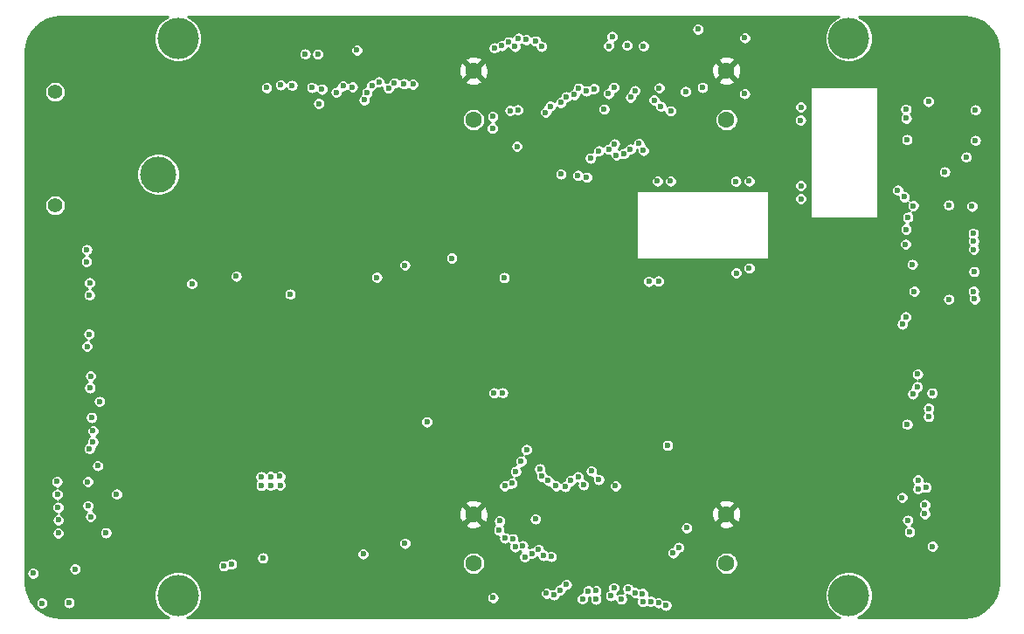
<source format=gbr>
%TF.GenerationSoftware,KiCad,Pcbnew,(5.1.8)-1*%
%TF.CreationDate,2021-06-12T11:00:53-04:00*%
%TF.ProjectId,pixc4-jetson-universal-carrier,70697863-342d-46a6-9574-736f6e2d756e,rev?*%
%TF.SameCoordinates,Original*%
%TF.FileFunction,Copper,L3,Inr*%
%TF.FilePolarity,Positive*%
%FSLAX46Y46*%
G04 Gerber Fmt 4.6, Leading zero omitted, Abs format (unit mm)*
G04 Created by KiCad (PCBNEW (5.1.8)-1) date 2021-06-12 11:00:53*
%MOMM*%
%LPD*%
G01*
G04 APERTURE LIST*
%TA.AperFunction,ComponentPad*%
%ADD10C,4.000000*%
%TD*%
%TA.AperFunction,ComponentPad*%
%ADD11C,1.600000*%
%TD*%
%TA.AperFunction,ComponentPad*%
%ADD12C,3.500000*%
%TD*%
%TA.AperFunction,ComponentPad*%
%ADD13R,3.500000X3.500000*%
%TD*%
%TA.AperFunction,ComponentPad*%
%ADD14C,1.400000*%
%TD*%
%TA.AperFunction,ComponentPad*%
%ADD15C,5.400000*%
%TD*%
%TA.AperFunction,ComponentPad*%
%ADD16C,0.800000*%
%TD*%
%TA.AperFunction,ViaPad*%
%ADD17C,0.600000*%
%TD*%
%TA.AperFunction,Conductor*%
%ADD18C,0.254000*%
%TD*%
%TA.AperFunction,Conductor*%
%ADD19C,0.100000*%
%TD*%
G04 APERTURE END LIST*
D10*
%TO.N,*%
%TO.C,U5*%
X132105400Y-134734300D03*
X67105400Y-134734300D03*
X132105400Y-80734300D03*
X67105400Y-80734300D03*
%TD*%
D11*
%TO.N,+5V*%
%TO.C,J5*%
X120250000Y-88625000D03*
X95750000Y-88625000D03*
%TO.N,GND*%
X120250000Y-83875000D03*
X95750000Y-83875000D03*
%TD*%
%TO.N,+5V*%
%TO.C,J6*%
X120250000Y-131625000D03*
X95750000Y-131625000D03*
%TO.N,GND*%
X120250000Y-126875000D03*
X95750000Y-126875000D03*
%TD*%
D12*
%TO.N,Net-(D1-Pad1)*%
%TO.C,J27*%
X65194180Y-93920320D03*
D13*
%TO.N,GND*%
X65194180Y-88920320D03*
D14*
%TO.N,*%
X55194180Y-96920320D03*
X55194180Y-85920320D03*
%TD*%
D15*
%TO.N,GND*%
%TO.C,J4*%
X137500000Y-133750000D03*
D16*
X139525000Y-133750000D03*
X138931891Y-135181891D03*
X137500000Y-135775000D03*
X136068109Y-135181891D03*
X135475000Y-133750000D03*
X136068109Y-132318109D03*
X137500000Y-131725000D03*
X138931891Y-132318109D03*
%TD*%
D15*
%TO.N,GND*%
%TO.C,J3*%
X137500000Y-81750000D03*
D16*
X139525000Y-81750000D03*
X138931891Y-83181891D03*
X137500000Y-83775000D03*
X136068109Y-83181891D03*
X135475000Y-81750000D03*
X136068109Y-80318109D03*
X137500000Y-79725000D03*
X138931891Y-80318109D03*
%TD*%
D15*
%TO.N,GND*%
%TO.C,J2*%
X61500000Y-133750000D03*
D16*
X63525000Y-133750000D03*
X62931891Y-135181891D03*
X61500000Y-135775000D03*
X60068109Y-135181891D03*
X59475000Y-133750000D03*
X60068109Y-132318109D03*
X61500000Y-131725000D03*
X62931891Y-132318109D03*
%TD*%
D15*
%TO.N,GND*%
%TO.C,J1*%
X61500000Y-81750000D03*
D16*
X63525000Y-81750000D03*
X62931891Y-83181891D03*
X61500000Y-83775000D03*
X60068109Y-83181891D03*
X59475000Y-81750000D03*
X60068109Y-80318109D03*
X61500000Y-79725000D03*
X62931891Y-80318109D03*
%TD*%
D17*
%TO.N,GND*%
X145694400Y-89662000D03*
X76085700Y-103860600D03*
X74917300Y-103886000D03*
X75463400Y-103035100D03*
X76009500Y-102108000D03*
X74968100Y-102108000D03*
X125082300Y-89471500D03*
X95872300Y-100393500D03*
X96913700Y-100393500D03*
X95821500Y-102171500D03*
X96367600Y-101320600D03*
X96989900Y-102146100D03*
X127000000Y-91706700D03*
X104228900Y-81216500D03*
X68478400Y-84251800D03*
X74777600Y-86728300D03*
X68491100Y-88646000D03*
X71932800Y-85877400D03*
X61269880Y-102707440D03*
X63068200Y-98907600D03*
X64833500Y-108394500D03*
X63911480Y-116591080D03*
X64211200Y-123101100D03*
X85331300Y-101638100D03*
X84467700Y-96405700D03*
X73596500Y-96964500D03*
X95135700Y-96304100D03*
X108140500Y-109562900D03*
X105752900Y-116827300D03*
X115887500Y-116471700D03*
X119265700Y-108242100D03*
X133604000Y-112712500D03*
X133096000Y-123609100D03*
X143357600Y-81673700D03*
X125920500Y-80098900D03*
X111175800Y-124358400D03*
X111988600Y-124409200D03*
X144322800Y-92281658D03*
X144132300Y-96139000D03*
X100470990Y-127500292D03*
X104250005Y-127336658D03*
X105501442Y-131211610D03*
X107858560Y-87055960D03*
X138506200Y-95930720D03*
X137105181Y-99939699D03*
X131394200Y-102895400D03*
X128727200Y-100545900D03*
X125488700Y-101498400D03*
X129616200Y-107340400D03*
X126504700Y-105625900D03*
X109994700Y-116166900D03*
X135077200Y-119532400D03*
X129489200Y-123596400D03*
X127838200Y-135089900D03*
X127012700Y-127469900D03*
X83324700Y-117182900D03*
X86499700Y-122834400D03*
X79324200Y-122707400D03*
X80848200Y-127215900D03*
X89039700Y-127215900D03*
X71259700Y-135343900D03*
X65671700Y-130644900D03*
X63068200Y-105371900D03*
X64147700Y-84797900D03*
X69291200Y-96926400D03*
X87896700Y-108292900D03*
X111772700Y-106514900D03*
X108280200Y-95783400D03*
X127965200Y-119405400D03*
X143522700Y-134454900D03*
X55003700Y-80924400D03*
X122694700Y-123532900D03*
X120599200Y-115531900D03*
X106311700Y-107149900D03*
X109042200Y-104609900D03*
X133870700Y-100164900D03*
X115201700Y-91528900D03*
%TO.N,+BATT*%
X104216200Y-93891100D03*
X108394500Y-87604600D03*
X86372700Y-103911400D03*
X75336400Y-131114800D03*
%TO.N,+VDD_SERVO*%
X138447085Y-105261985D03*
X116398040Y-128188720D03*
%TO.N,+5V*%
X75692000Y-85521800D03*
X85051900Y-130721100D03*
X75184000Y-124091700D03*
X76098400Y-124079000D03*
X77012800Y-124066300D03*
X76987400Y-123202700D03*
X75158600Y-123228100D03*
X76073000Y-123215400D03*
X68453000Y-104521000D03*
X53073300Y-132600700D03*
%TO.N,3V3_SYS*%
X80759300Y-87058500D03*
X117500399Y-79844901D03*
%TO.N,USB2-*%
X113739846Y-85542562D03*
X137827849Y-98077721D03*
%TO.N,USB2+*%
X113247673Y-86721805D03*
X137662326Y-99252751D03*
%TO.N,PORT_VBUS_2*%
X112217200Y-81483200D03*
X141798240Y-96894375D03*
%TO.N,USB3-*%
X111391700Y-85801200D03*
X137627360Y-107741720D03*
%TO.N,USB3+*%
X110964548Y-86451214D03*
X137302240Y-108452920D03*
%TO.N,PORT_VBUS_3*%
X110629700Y-81407000D03*
X141798240Y-106029690D03*
%TO.N,USB4-*%
X109346858Y-85491485D03*
X139856278Y-116600960D03*
%TO.N,USB4+*%
X139856278Y-117408670D03*
X108828756Y-86085854D03*
%TO.N,PORT_VBUS_4*%
X140182600Y-115125500D03*
X108846325Y-81465125D03*
%TO.N,USB5-*%
X107416600Y-85623400D03*
X139471400Y-125948160D03*
X106717290Y-94201401D03*
%TO.N,USB5+*%
X106667299Y-85832063D03*
X139471400Y-126832640D03*
X105869460Y-94030800D03*
%TO.N,PORT_VBUS_5*%
X139598400Y-124256800D03*
X109181900Y-80556100D03*
X122034300Y-80683100D03*
X122022166Y-86105898D03*
%TO.N,ETH_RADIO_TX_N*%
X102335801Y-81514220D03*
X122455940Y-103014780D03*
%TO.N,ETH_RADIO_TX_P*%
X101762681Y-81001322D03*
X121208800Y-103479600D03*
%TO.N,ETH_RADIO_RX_N*%
X100850700Y-80860900D03*
X112731920Y-104299120D03*
%TO.N,ETH_RADIO_RX_P*%
X100109878Y-80729344D03*
X113670484Y-104274216D03*
%TO.N,ETH_SPARE_RX_P*%
X99767855Y-81528576D03*
X127464830Y-87396310D03*
%TO.N,ETH_SPARE_RX_N*%
X99160706Y-81084172D03*
X127429765Y-88671400D03*
%TO.N,ETH_SPARE_TX_P*%
X98494149Y-81433207D03*
X127464810Y-95016330D03*
%TO.N,ETH_SPARE_TX_N*%
X97775407Y-81655767D03*
X127464813Y-96286327D03*
%TO.N,XAVIER_CONSOLE_TX_OUT*%
X97612200Y-88315800D03*
X58547000Y-104432100D03*
%TO.N,XAVIER_CONSOLE_RX_IN*%
X58508900Y-105625900D03*
X97574100Y-89458800D03*
%TO.N,FMU_I2C_1_SDA*%
X103746300Y-124129800D03*
X59324242Y-122174000D03*
%TO.N,FMU_I2C_1_SCL*%
X102990943Y-123611586D03*
X58518921Y-120522869D03*
%TO.N,GPS1_RX*%
X102359445Y-123202521D03*
X58860348Y-119852383D03*
%TO.N,GPS1_TX*%
X58877200Y-118795800D03*
X102171310Y-122474010D03*
%TO.N,+VDD_5V_PERIPH*%
X144246600Y-103352288D03*
X144180128Y-99641634D03*
X98272600Y-127520700D03*
X101750008Y-127336657D03*
X55511700Y-128701800D03*
X97637600Y-134967668D03*
X58740040Y-117495320D03*
X112127789Y-134558761D03*
X110073440Y-135097520D03*
X106299000Y-135082280D03*
X107604551Y-135117831D03*
X140221660Y-129980380D03*
X60126880Y-128671320D03*
X59496960Y-115935760D03*
%TO.N,BATT_VOLTAGE_SENS_PROT*%
X115627082Y-130095237D03*
X58269562Y-101210800D03*
%TO.N,BATT_CURRENT_SENS_PROT*%
X115087400Y-130619500D03*
X58242200Y-102382320D03*
%TO.N,FMU-CH1-PROT*%
X143484600Y-92240100D03*
X102526010Y-130871221D03*
%TO.N,IO-CH8-PROT*%
X144373600Y-90627200D03*
X102039609Y-130297168D03*
%TO.N,IO-CH7-PROT*%
X144373600Y-87668100D03*
X101388155Y-130673640D03*
%TO.N,IO-CH6-PROT*%
X138275161Y-102645571D03*
X100716370Y-131012503D03*
%TO.N,IO-CH5-PROT*%
X100519283Y-129909783D03*
X137617200Y-100700840D03*
%TO.N,IO-CH4-PROT*%
X138363195Y-96967805D03*
X99776570Y-130030207D03*
%TO.N,IO-CH3-PROT*%
X141401842Y-93675227D03*
X99544316Y-129257257D03*
%TO.N,IO-CH2-PROT*%
X98796130Y-129177622D03*
X137748135Y-90544864D03*
%TO.N,IO-CH1-PROT*%
X98209100Y-128422400D03*
X139823041Y-86846559D03*
%TO.N,ETH_RADIO_TX_POSTMAG_N*%
X117936501Y-85499521D03*
X122455936Y-94569284D03*
%TO.N,ETH_RADIO_TX_POSTMAG_P*%
X116285922Y-85888732D03*
X121158505Y-94596715D03*
%TO.N,ETH_RADIO_RX_POSTMAG_N*%
X114835940Y-94569280D03*
X114854010Y-87768988D03*
%TO.N,ETH_RADIO_RX_POSTMAG_P*%
X113565940Y-94569280D03*
X113896645Y-87334855D03*
%TO.N,ETH_SPARE_TX_POSTMAG_N*%
X137493245Y-96097855D03*
%TO.N,ETH_SPARE_TX_POSTMAG_P*%
X136857296Y-95461907D03*
%TO.N,ETH_SPARE_RX_POSTMAG_N*%
X137680700Y-88480900D03*
%TO.N,ETH_SPARE_RX_POSTMAG_P*%
X137655300Y-87617300D03*
%TO.N,Net-(C20-Pad1)*%
X98717100Y-103936800D03*
X93636840Y-102044400D03*
%TO.N,Net-(D4-Pad1)*%
X53924200Y-135483600D03*
%TO.N,Net-(C21-Pad1)*%
X77978000Y-105537000D03*
X72752960Y-103794460D03*
%TO.N,+5V_FMU*%
X109499400Y-124129800D03*
X89090500Y-102730300D03*
X91236800Y-117919500D03*
X57124600Y-132181600D03*
X97726500Y-115112800D03*
X114554000Y-120197546D03*
X98557080Y-115097560D03*
X89103200Y-129692400D03*
%TO.N,Net-(D5-Pad1)*%
X56553100Y-135445500D03*
%TO.N,IRID_ON_OFF_3.3*%
X77050900Y-85255100D03*
X112217200Y-91605100D03*
%TO.N,IRID_TX_IN_3.3*%
X78155800Y-85305900D03*
X111772710Y-90930419D03*
%TO.N,IRID_RING_3.3*%
X79425800Y-82245200D03*
X110944111Y-91478100D03*
%TO.N,IRID_NA_3.3*%
X80657700Y-82270600D03*
X110326413Y-91907702D03*
%TO.N,IRID_RX_OUT_3.3*%
X109590480Y-92064262D03*
X84442300Y-81876900D03*
%TO.N,CAM1_D2_N*%
X109409465Y-90959095D03*
X85420200Y-86004400D03*
%TO.N,CAM1_D2_P*%
X108877100Y-91490800D03*
X85151489Y-86707183D03*
%TO.N,CAM1_D3_N*%
X84010500Y-85445600D03*
X107899200Y-91643200D03*
%TO.N,CAM1_D3_P*%
X107087969Y-92349610D03*
X83096100Y-85344000D03*
%TO.N,CAM1_D0_N*%
X89877900Y-85178900D03*
X105933786Y-85573315D03*
%TO.N,CAM1_D0_P*%
X105498900Y-86194900D03*
X89001600Y-85140800D03*
%TO.N,CAM1_C_N*%
X104731809Y-86399379D03*
X86575900Y-84950300D03*
%TO.N,CAM1_C_P*%
X104216200Y-86956900D03*
X85902932Y-85286784D03*
%TO.N,CAM1_D1_N*%
X103190900Y-87314458D03*
X88074965Y-85065452D03*
%TO.N,CAM1_D1_P*%
X102730300Y-87909400D03*
X87515700Y-85568772D03*
%TO.N,CAM_GPIO*%
X99961700Y-91211400D03*
X82448400Y-85966300D03*
%TO.N,CAM_SCL0*%
X100038766Y-87667234D03*
X81051400Y-85661500D03*
%TO.N,CAM_SDA0*%
X99289523Y-87736219D03*
X80086200Y-85496400D03*
%TO.N,RC_INPUT*%
X107873800Y-123510040D03*
X58491120Y-109407960D03*
%TO.N,+VDD_5V_RADIO*%
X107177840Y-122682000D03*
X58301380Y-110599980D03*
%TO.N,BUZZER_OUT*%
X106407958Y-124035555D03*
X58643481Y-127110191D03*
%TO.N,SAFETY_VDD*%
X105882440Y-123240800D03*
X58390511Y-126052980D03*
%TO.N,~SAFETY_SWITCH_LED_OUT*%
X105151715Y-123620506D03*
X61165740Y-124929900D03*
%TO.N,SAFETY_SWITCH_IN*%
X104632470Y-124203724D03*
X58372688Y-123714160D03*
%TO.N,SPI5_CS2_EXTERNAL1*%
X100882020Y-120606906D03*
X138816080Y-123550680D03*
%TO.N,SPI5_CS1_EXTERNAL1*%
X100355398Y-121729500D03*
X138821160Y-124419360D03*
%TO.N,SPI5_MOSI_EXTERNAL1*%
X99834700Y-122720100D03*
X137271844Y-125252396D03*
%TO.N,SPI5_MISO_EXTERNAL1*%
X99468339Y-123867183D03*
X137825480Y-127452120D03*
%TO.N,SPI5_SCK_EXTERNAL1*%
X137998200Y-128587500D03*
X98765049Y-124134590D03*
%TO.N,TELEM1_TX*%
X55511700Y-127431800D03*
X114385281Y-135702275D03*
%TO.N,TELEM1_RX*%
X55486300Y-126212600D03*
X113671026Y-135465711D03*
%TO.N,TELEM1_CTS*%
X55422800Y-124955300D03*
X112932693Y-135320835D03*
%TO.N,TELEM1_RTS*%
X55384700Y-123710700D03*
X112148676Y-135357284D03*
%TO.N,CAN_L_1-*%
X144208500Y-101193600D03*
X111381030Y-134466700D03*
%TO.N,CAN_H_1+*%
X144208500Y-100393500D03*
X110724418Y-134099300D03*
%TO.N,CAN_L_2-*%
X58643520Y-113477040D03*
X72303104Y-131690375D03*
X109353649Y-134008460D03*
%TO.N,CAN_H_2+*%
X58577480Y-114614960D03*
X109047280Y-134777480D03*
X71552148Y-131880385D03*
%TO.N,FMU_I2C_2_SDA*%
X144297400Y-106006900D03*
X107610456Y-134289770D03*
%TO.N,FMU_I2C_2_SCL*%
X144200676Y-105260742D03*
X106858090Y-134298105D03*
%TO.N,FMU-CH6-PROT*%
X138775440Y-113284000D03*
X104734650Y-133684532D03*
%TO.N,FMU-CH5-PROT*%
X138744960Y-114518440D03*
X104140290Y-134213688D03*
%TO.N,FMU-CH4-PROT*%
X103548204Y-134683445D03*
X138315700Y-115214400D03*
%TO.N,FMU-CH3-PROT*%
X102808149Y-134547695D03*
X137754360Y-118150640D03*
%TO.N,FMU-CH2-PROT*%
X144043400Y-97015300D03*
X103270711Y-130978665D03*
%TD*%
D18*
%TO.N,GND*%
X66001636Y-78669303D02*
X65619984Y-78924315D01*
X65295415Y-79248884D01*
X65040403Y-79630536D01*
X64864748Y-80054606D01*
X64775200Y-80504795D01*
X64775200Y-80963805D01*
X64864748Y-81413994D01*
X65040403Y-81838064D01*
X65295415Y-82219716D01*
X65619984Y-82544285D01*
X66001636Y-82799297D01*
X66425706Y-82974952D01*
X66875895Y-83064500D01*
X67334905Y-83064500D01*
X67785094Y-82974952D01*
X68209164Y-82799297D01*
X68590816Y-82544285D01*
X68915385Y-82219716D01*
X68939830Y-82183131D01*
X78795600Y-82183131D01*
X78795600Y-82307269D01*
X78819818Y-82429022D01*
X78867324Y-82543712D01*
X78936292Y-82646929D01*
X79024071Y-82734708D01*
X79127288Y-82803676D01*
X79241978Y-82851182D01*
X79363731Y-82875400D01*
X79487869Y-82875400D01*
X79609622Y-82851182D01*
X79724312Y-82803676D01*
X79827529Y-82734708D01*
X79915308Y-82646929D01*
X79984276Y-82543712D01*
X80031782Y-82429022D01*
X80039224Y-82391609D01*
X80051718Y-82454422D01*
X80099224Y-82569112D01*
X80168192Y-82672329D01*
X80255971Y-82760108D01*
X80359188Y-82829076D01*
X80473878Y-82876582D01*
X80595631Y-82900800D01*
X80719769Y-82900800D01*
X80812785Y-82882298D01*
X94936903Y-82882298D01*
X95750000Y-83695395D01*
X96563097Y-82882298D01*
X119436903Y-82882298D01*
X120250000Y-83695395D01*
X121063097Y-82882298D01*
X120991514Y-82638329D01*
X120736004Y-82517429D01*
X120461816Y-82448700D01*
X120179488Y-82434783D01*
X119899870Y-82476213D01*
X119633708Y-82571397D01*
X119508486Y-82638329D01*
X119436903Y-82882298D01*
X96563097Y-82882298D01*
X96491514Y-82638329D01*
X96236004Y-82517429D01*
X95961816Y-82448700D01*
X95679488Y-82434783D01*
X95399870Y-82476213D01*
X95133708Y-82571397D01*
X95008486Y-82638329D01*
X94936903Y-82882298D01*
X80812785Y-82882298D01*
X80841522Y-82876582D01*
X80956212Y-82829076D01*
X81059429Y-82760108D01*
X81147208Y-82672329D01*
X81216176Y-82569112D01*
X81263682Y-82454422D01*
X81287900Y-82332669D01*
X81287900Y-82208531D01*
X81263682Y-82086778D01*
X81216176Y-81972088D01*
X81147208Y-81868871D01*
X81093168Y-81814831D01*
X83812100Y-81814831D01*
X83812100Y-81938969D01*
X83836318Y-82060722D01*
X83883824Y-82175412D01*
X83952792Y-82278629D01*
X84040571Y-82366408D01*
X84143788Y-82435376D01*
X84258478Y-82482882D01*
X84380231Y-82507100D01*
X84504369Y-82507100D01*
X84626122Y-82482882D01*
X84740812Y-82435376D01*
X84844029Y-82366408D01*
X84931808Y-82278629D01*
X85000776Y-82175412D01*
X85048282Y-82060722D01*
X85072500Y-81938969D01*
X85072500Y-81814831D01*
X85048282Y-81693078D01*
X85007118Y-81593698D01*
X97145207Y-81593698D01*
X97145207Y-81717836D01*
X97169425Y-81839589D01*
X97216931Y-81954279D01*
X97285899Y-82057496D01*
X97373678Y-82145275D01*
X97476895Y-82214243D01*
X97591585Y-82261749D01*
X97713338Y-82285967D01*
X97837476Y-82285967D01*
X97959229Y-82261749D01*
X98073919Y-82214243D01*
X98177136Y-82145275D01*
X98264915Y-82057496D01*
X98284340Y-82028425D01*
X98310327Y-82039189D01*
X98432080Y-82063407D01*
X98556218Y-82063407D01*
X98677971Y-82039189D01*
X98792661Y-81991683D01*
X98895878Y-81922715D01*
X98983657Y-81834936D01*
X99052625Y-81731719D01*
X99062766Y-81707237D01*
X99098637Y-81714372D01*
X99162691Y-81714372D01*
X99209379Y-81827088D01*
X99278347Y-81930305D01*
X99366126Y-82018084D01*
X99469343Y-82087052D01*
X99584033Y-82134558D01*
X99705786Y-82158776D01*
X99829924Y-82158776D01*
X99951677Y-82134558D01*
X100066367Y-82087052D01*
X100169584Y-82018084D01*
X100257363Y-81930305D01*
X100326331Y-81827088D01*
X100373837Y-81712398D01*
X100398055Y-81590645D01*
X100398055Y-81466507D01*
X100373837Y-81344754D01*
X100358768Y-81308374D01*
X100392829Y-81294266D01*
X100448971Y-81350408D01*
X100552188Y-81419376D01*
X100666878Y-81466882D01*
X100788631Y-81491100D01*
X100912769Y-81491100D01*
X101034522Y-81466882D01*
X101149212Y-81419376D01*
X101242452Y-81357074D01*
X101273173Y-81403051D01*
X101360952Y-81490830D01*
X101464169Y-81559798D01*
X101578859Y-81607304D01*
X101700612Y-81631522D01*
X101716587Y-81631522D01*
X101729819Y-81698042D01*
X101777325Y-81812732D01*
X101846293Y-81915949D01*
X101934072Y-82003728D01*
X102037289Y-82072696D01*
X102151979Y-82120202D01*
X102273732Y-82144420D01*
X102397870Y-82144420D01*
X102519623Y-82120202D01*
X102634313Y-82072696D01*
X102737530Y-82003728D01*
X102825309Y-81915949D01*
X102894277Y-81812732D01*
X102941783Y-81698042D01*
X102966001Y-81576289D01*
X102966001Y-81452151D01*
X102956236Y-81403056D01*
X108216125Y-81403056D01*
X108216125Y-81527194D01*
X108240343Y-81648947D01*
X108287849Y-81763637D01*
X108356817Y-81866854D01*
X108444596Y-81954633D01*
X108547813Y-82023601D01*
X108662503Y-82071107D01*
X108784256Y-82095325D01*
X108908394Y-82095325D01*
X109030147Y-82071107D01*
X109144837Y-82023601D01*
X109248054Y-81954633D01*
X109335833Y-81866854D01*
X109404801Y-81763637D01*
X109452307Y-81648947D01*
X109476525Y-81527194D01*
X109476525Y-81403056D01*
X109464964Y-81344931D01*
X109999500Y-81344931D01*
X109999500Y-81469069D01*
X110023718Y-81590822D01*
X110071224Y-81705512D01*
X110140192Y-81808729D01*
X110227971Y-81896508D01*
X110331188Y-81965476D01*
X110445878Y-82012982D01*
X110567631Y-82037200D01*
X110691769Y-82037200D01*
X110813522Y-82012982D01*
X110928212Y-81965476D01*
X111031429Y-81896508D01*
X111119208Y-81808729D01*
X111188176Y-81705512D01*
X111235682Y-81590822D01*
X111259900Y-81469069D01*
X111259900Y-81421131D01*
X111587000Y-81421131D01*
X111587000Y-81545269D01*
X111611218Y-81667022D01*
X111658724Y-81781712D01*
X111727692Y-81884929D01*
X111815471Y-81972708D01*
X111918688Y-82041676D01*
X112033378Y-82089182D01*
X112155131Y-82113400D01*
X112279269Y-82113400D01*
X112401022Y-82089182D01*
X112515712Y-82041676D01*
X112618929Y-81972708D01*
X112706708Y-81884929D01*
X112775676Y-81781712D01*
X112823182Y-81667022D01*
X112847400Y-81545269D01*
X112847400Y-81421131D01*
X112823182Y-81299378D01*
X112775676Y-81184688D01*
X112706708Y-81081471D01*
X112618929Y-80993692D01*
X112515712Y-80924724D01*
X112401022Y-80877218D01*
X112279269Y-80853000D01*
X112155131Y-80853000D01*
X112033378Y-80877218D01*
X111918688Y-80924724D01*
X111815471Y-80993692D01*
X111727692Y-81081471D01*
X111658724Y-81184688D01*
X111611218Y-81299378D01*
X111587000Y-81421131D01*
X111259900Y-81421131D01*
X111259900Y-81344931D01*
X111235682Y-81223178D01*
X111188176Y-81108488D01*
X111119208Y-81005271D01*
X111031429Y-80917492D01*
X110928212Y-80848524D01*
X110813522Y-80801018D01*
X110691769Y-80776800D01*
X110567631Y-80776800D01*
X110445878Y-80801018D01*
X110331188Y-80848524D01*
X110227971Y-80917492D01*
X110140192Y-81005271D01*
X110071224Y-81108488D01*
X110023718Y-81223178D01*
X109999500Y-81344931D01*
X109464964Y-81344931D01*
X109452307Y-81281303D01*
X109404801Y-81166613D01*
X109393958Y-81150386D01*
X109480412Y-81114576D01*
X109583629Y-81045608D01*
X109671408Y-80957829D01*
X109740376Y-80854612D01*
X109787882Y-80739922D01*
X109811530Y-80621031D01*
X121404100Y-80621031D01*
X121404100Y-80745169D01*
X121428318Y-80866922D01*
X121475824Y-80981612D01*
X121544792Y-81084829D01*
X121632571Y-81172608D01*
X121735788Y-81241576D01*
X121850478Y-81289082D01*
X121972231Y-81313300D01*
X122096369Y-81313300D01*
X122218122Y-81289082D01*
X122332812Y-81241576D01*
X122436029Y-81172608D01*
X122523808Y-81084829D01*
X122592776Y-80981612D01*
X122640282Y-80866922D01*
X122664500Y-80745169D01*
X122664500Y-80621031D01*
X122640282Y-80499278D01*
X122592776Y-80384588D01*
X122523808Y-80281371D01*
X122436029Y-80193592D01*
X122332812Y-80124624D01*
X122218122Y-80077118D01*
X122096369Y-80052900D01*
X121972231Y-80052900D01*
X121850478Y-80077118D01*
X121735788Y-80124624D01*
X121632571Y-80193592D01*
X121544792Y-80281371D01*
X121475824Y-80384588D01*
X121428318Y-80499278D01*
X121404100Y-80621031D01*
X109811530Y-80621031D01*
X109812100Y-80618169D01*
X109812100Y-80494031D01*
X109787882Y-80372278D01*
X109740376Y-80257588D01*
X109671408Y-80154371D01*
X109583629Y-80066592D01*
X109480412Y-79997624D01*
X109365722Y-79950118D01*
X109243969Y-79925900D01*
X109119831Y-79925900D01*
X108998078Y-79950118D01*
X108883388Y-79997624D01*
X108780171Y-80066592D01*
X108692392Y-80154371D01*
X108623424Y-80257588D01*
X108575918Y-80372278D01*
X108551700Y-80494031D01*
X108551700Y-80618169D01*
X108575918Y-80739922D01*
X108623424Y-80854612D01*
X108634267Y-80870839D01*
X108547813Y-80906649D01*
X108444596Y-80975617D01*
X108356817Y-81063396D01*
X108287849Y-81166613D01*
X108240343Y-81281303D01*
X108216125Y-81403056D01*
X102956236Y-81403056D01*
X102941783Y-81330398D01*
X102894277Y-81215708D01*
X102825309Y-81112491D01*
X102737530Y-81024712D01*
X102634313Y-80955744D01*
X102519623Y-80908238D01*
X102397870Y-80884020D01*
X102381895Y-80884020D01*
X102368663Y-80817500D01*
X102321157Y-80702810D01*
X102252189Y-80599593D01*
X102164410Y-80511814D01*
X102061193Y-80442846D01*
X101946503Y-80395340D01*
X101824750Y-80371122D01*
X101700612Y-80371122D01*
X101578859Y-80395340D01*
X101464169Y-80442846D01*
X101370929Y-80505148D01*
X101340208Y-80459171D01*
X101252429Y-80371392D01*
X101149212Y-80302424D01*
X101034522Y-80254918D01*
X100912769Y-80230700D01*
X100788631Y-80230700D01*
X100666878Y-80254918D01*
X100567749Y-80295978D01*
X100511607Y-80239836D01*
X100408390Y-80170868D01*
X100293700Y-80123362D01*
X100171947Y-80099144D01*
X100047809Y-80099144D01*
X99926056Y-80123362D01*
X99811366Y-80170868D01*
X99708149Y-80239836D01*
X99620370Y-80327615D01*
X99551402Y-80430832D01*
X99503896Y-80545522D01*
X99502135Y-80554373D01*
X99459218Y-80525696D01*
X99344528Y-80478190D01*
X99222775Y-80453972D01*
X99098637Y-80453972D01*
X98976884Y-80478190D01*
X98862194Y-80525696D01*
X98758977Y-80594664D01*
X98671198Y-80682443D01*
X98602230Y-80785660D01*
X98592089Y-80810142D01*
X98556218Y-80803007D01*
X98432080Y-80803007D01*
X98310327Y-80827225D01*
X98195637Y-80874731D01*
X98092420Y-80943699D01*
X98004641Y-81031478D01*
X97985216Y-81060549D01*
X97959229Y-81049785D01*
X97837476Y-81025567D01*
X97713338Y-81025567D01*
X97591585Y-81049785D01*
X97476895Y-81097291D01*
X97373678Y-81166259D01*
X97285899Y-81254038D01*
X97216931Y-81357255D01*
X97169425Y-81471945D01*
X97145207Y-81593698D01*
X85007118Y-81593698D01*
X85000776Y-81578388D01*
X84931808Y-81475171D01*
X84844029Y-81387392D01*
X84740812Y-81318424D01*
X84626122Y-81270918D01*
X84504369Y-81246700D01*
X84380231Y-81246700D01*
X84258478Y-81270918D01*
X84143788Y-81318424D01*
X84040571Y-81387392D01*
X83952792Y-81475171D01*
X83883824Y-81578388D01*
X83836318Y-81693078D01*
X83812100Y-81814831D01*
X81093168Y-81814831D01*
X81059429Y-81781092D01*
X80956212Y-81712124D01*
X80841522Y-81664618D01*
X80719769Y-81640400D01*
X80595631Y-81640400D01*
X80473878Y-81664618D01*
X80359188Y-81712124D01*
X80255971Y-81781092D01*
X80168192Y-81868871D01*
X80099224Y-81972088D01*
X80051718Y-82086778D01*
X80044276Y-82124191D01*
X80031782Y-82061378D01*
X79984276Y-81946688D01*
X79915308Y-81843471D01*
X79827529Y-81755692D01*
X79724312Y-81686724D01*
X79609622Y-81639218D01*
X79487869Y-81615000D01*
X79363731Y-81615000D01*
X79241978Y-81639218D01*
X79127288Y-81686724D01*
X79024071Y-81755692D01*
X78936292Y-81843471D01*
X78867324Y-81946688D01*
X78819818Y-82061378D01*
X78795600Y-82183131D01*
X68939830Y-82183131D01*
X69170397Y-81838064D01*
X69346052Y-81413994D01*
X69435600Y-80963805D01*
X69435600Y-80504795D01*
X69346052Y-80054606D01*
X69233480Y-79782832D01*
X116870199Y-79782832D01*
X116870199Y-79906970D01*
X116894417Y-80028723D01*
X116941923Y-80143413D01*
X117010891Y-80246630D01*
X117098670Y-80334409D01*
X117201887Y-80403377D01*
X117316577Y-80450883D01*
X117438330Y-80475101D01*
X117562468Y-80475101D01*
X117684221Y-80450883D01*
X117798911Y-80403377D01*
X117902128Y-80334409D01*
X117989907Y-80246630D01*
X118058875Y-80143413D01*
X118106381Y-80028723D01*
X118130599Y-79906970D01*
X118130599Y-79782832D01*
X118106381Y-79661079D01*
X118058875Y-79546389D01*
X117989907Y-79443172D01*
X117902128Y-79355393D01*
X117798911Y-79286425D01*
X117684221Y-79238919D01*
X117562468Y-79214701D01*
X117438330Y-79214701D01*
X117316577Y-79238919D01*
X117201887Y-79286425D01*
X117098670Y-79355393D01*
X117010891Y-79443172D01*
X116941923Y-79546389D01*
X116894417Y-79661079D01*
X116870199Y-79782832D01*
X69233480Y-79782832D01*
X69170397Y-79630536D01*
X68915385Y-79248884D01*
X68590816Y-78924315D01*
X68209164Y-78669303D01*
X68054405Y-78605200D01*
X131156395Y-78605200D01*
X131001636Y-78669303D01*
X130619984Y-78924315D01*
X130295415Y-79248884D01*
X130040403Y-79630536D01*
X129864748Y-80054606D01*
X129775200Y-80504795D01*
X129775200Y-80963805D01*
X129864748Y-81413994D01*
X130040403Y-81838064D01*
X130295415Y-82219716D01*
X130619984Y-82544285D01*
X131001636Y-82799297D01*
X131425706Y-82974952D01*
X131875895Y-83064500D01*
X132334905Y-83064500D01*
X132785094Y-82974952D01*
X133209164Y-82799297D01*
X133590816Y-82544285D01*
X133915385Y-82219716D01*
X134170397Y-81838064D01*
X134346052Y-81413994D01*
X134435600Y-80963805D01*
X134435600Y-80504795D01*
X134346052Y-80054606D01*
X134170397Y-79630536D01*
X133915385Y-79248884D01*
X133590816Y-78924315D01*
X133209164Y-78669303D01*
X133054405Y-78605200D01*
X143232626Y-78605200D01*
X143909057Y-78671524D01*
X144543010Y-78862926D01*
X145127712Y-79173819D01*
X145640892Y-79592359D01*
X146063004Y-80102604D01*
X146377971Y-80685123D01*
X146573794Y-81317724D01*
X146644774Y-81993047D01*
X146644801Y-82000946D01*
X146644800Y-133482626D01*
X146578476Y-134159057D01*
X146387074Y-134793010D01*
X146076183Y-135377710D01*
X145657641Y-135890892D01*
X145147396Y-136313004D01*
X144564879Y-136627970D01*
X143932276Y-136823794D01*
X143256952Y-136894774D01*
X143249340Y-136894800D01*
X132978599Y-136894800D01*
X133209164Y-136799297D01*
X133590816Y-136544285D01*
X133915385Y-136219716D01*
X134170397Y-135838064D01*
X134346052Y-135413994D01*
X134435600Y-134963805D01*
X134435600Y-134504795D01*
X134346052Y-134054606D01*
X134170397Y-133630536D01*
X133915385Y-133248884D01*
X133590816Y-132924315D01*
X133209164Y-132669303D01*
X132785094Y-132493648D01*
X132334905Y-132404100D01*
X131875895Y-132404100D01*
X131425706Y-132493648D01*
X131001636Y-132669303D01*
X130619984Y-132924315D01*
X130295415Y-133248884D01*
X130040403Y-133630536D01*
X129864748Y-134054606D01*
X129775200Y-134504795D01*
X129775200Y-134963805D01*
X129864748Y-135413994D01*
X130040403Y-135838064D01*
X130295415Y-136219716D01*
X130619984Y-136544285D01*
X131001636Y-136799297D01*
X131232201Y-136894800D01*
X67978599Y-136894800D01*
X68209164Y-136799297D01*
X68590816Y-136544285D01*
X68915385Y-136219716D01*
X69170397Y-135838064D01*
X69346052Y-135413994D01*
X69435600Y-134963805D01*
X69435600Y-134905599D01*
X97007400Y-134905599D01*
X97007400Y-135029737D01*
X97031618Y-135151490D01*
X97079124Y-135266180D01*
X97148092Y-135369397D01*
X97235871Y-135457176D01*
X97339088Y-135526144D01*
X97453778Y-135573650D01*
X97575531Y-135597868D01*
X97699669Y-135597868D01*
X97821422Y-135573650D01*
X97936112Y-135526144D01*
X98039329Y-135457176D01*
X98127108Y-135369397D01*
X98196076Y-135266180D01*
X98243582Y-135151490D01*
X98267800Y-135029737D01*
X98267800Y-134905599D01*
X98243582Y-134783846D01*
X98196076Y-134669156D01*
X98127108Y-134565939D01*
X98046795Y-134485626D01*
X102177949Y-134485626D01*
X102177949Y-134609764D01*
X102202167Y-134731517D01*
X102249673Y-134846207D01*
X102318641Y-134949424D01*
X102406420Y-135037203D01*
X102509637Y-135106171D01*
X102624327Y-135153677D01*
X102746080Y-135177895D01*
X102870218Y-135177895D01*
X102991971Y-135153677D01*
X103087592Y-135114070D01*
X103146475Y-135172953D01*
X103249692Y-135241921D01*
X103364382Y-135289427D01*
X103486135Y-135313645D01*
X103610273Y-135313645D01*
X103732026Y-135289427D01*
X103846716Y-135241921D01*
X103949933Y-135172953D01*
X104037712Y-135085174D01*
X104081119Y-135020211D01*
X105668800Y-135020211D01*
X105668800Y-135144349D01*
X105693018Y-135266102D01*
X105740524Y-135380792D01*
X105809492Y-135484009D01*
X105897271Y-135571788D01*
X106000488Y-135640756D01*
X106115178Y-135688262D01*
X106236931Y-135712480D01*
X106361069Y-135712480D01*
X106482822Y-135688262D01*
X106597512Y-135640756D01*
X106700729Y-135571788D01*
X106788508Y-135484009D01*
X106857476Y-135380792D01*
X106904982Y-135266102D01*
X106929200Y-135144349D01*
X106929200Y-135020211D01*
X106910919Y-134928305D01*
X106920159Y-134928305D01*
X107008184Y-134910796D01*
X106998569Y-134934009D01*
X106974351Y-135055762D01*
X106974351Y-135179900D01*
X106998569Y-135301653D01*
X107046075Y-135416343D01*
X107115043Y-135519560D01*
X107202822Y-135607339D01*
X107306039Y-135676307D01*
X107420729Y-135723813D01*
X107542482Y-135748031D01*
X107666620Y-135748031D01*
X107788373Y-135723813D01*
X107903063Y-135676307D01*
X108006280Y-135607339D01*
X108094059Y-135519560D01*
X108163027Y-135416343D01*
X108210533Y-135301653D01*
X108234751Y-135179900D01*
X108234751Y-135055762D01*
X108210533Y-134934009D01*
X108163027Y-134819319D01*
X108094059Y-134716102D01*
X108093368Y-134715411D01*
X108417080Y-134715411D01*
X108417080Y-134839549D01*
X108441298Y-134961302D01*
X108488804Y-135075992D01*
X108557772Y-135179209D01*
X108645551Y-135266988D01*
X108748768Y-135335956D01*
X108863458Y-135383462D01*
X108985211Y-135407680D01*
X109109349Y-135407680D01*
X109231102Y-135383462D01*
X109345792Y-135335956D01*
X109449009Y-135266988D01*
X109462016Y-135253981D01*
X109467458Y-135281342D01*
X109514964Y-135396032D01*
X109583932Y-135499249D01*
X109671711Y-135587028D01*
X109774928Y-135655996D01*
X109889618Y-135703502D01*
X110011371Y-135727720D01*
X110135509Y-135727720D01*
X110257262Y-135703502D01*
X110371952Y-135655996D01*
X110475169Y-135587028D01*
X110562948Y-135499249D01*
X110631916Y-135396032D01*
X110679422Y-135281342D01*
X110703640Y-135159589D01*
X110703640Y-135035451D01*
X110679422Y-134913698D01*
X110631916Y-134799008D01*
X110573688Y-134711864D01*
X110662349Y-134729500D01*
X110786487Y-134729500D01*
X110806142Y-134725590D01*
X110822554Y-134765212D01*
X110891522Y-134868429D01*
X110979301Y-134956208D01*
X111082518Y-135025176D01*
X111197208Y-135072682D01*
X111318961Y-135096900D01*
X111443099Y-135096900D01*
X111564852Y-135072682D01*
X111588495Y-135062889D01*
X111542694Y-135173462D01*
X111518476Y-135295215D01*
X111518476Y-135419353D01*
X111542694Y-135541106D01*
X111590200Y-135655796D01*
X111659168Y-135759013D01*
X111746947Y-135846792D01*
X111850164Y-135915760D01*
X111964854Y-135963266D01*
X112086607Y-135987484D01*
X112210745Y-135987484D01*
X112332498Y-135963266D01*
X112447188Y-135915760D01*
X112550405Y-135846792D01*
X112564467Y-135832730D01*
X112634181Y-135879311D01*
X112748871Y-135926817D01*
X112870624Y-135951035D01*
X112994762Y-135951035D01*
X113116515Y-135926817D01*
X113204465Y-135890387D01*
X113269297Y-135955219D01*
X113372514Y-136024187D01*
X113487204Y-136071693D01*
X113608957Y-136095911D01*
X113733095Y-136095911D01*
X113854848Y-136071693D01*
X113869992Y-136065420D01*
X113895773Y-136104004D01*
X113983552Y-136191783D01*
X114086769Y-136260751D01*
X114201459Y-136308257D01*
X114323212Y-136332475D01*
X114447350Y-136332475D01*
X114569103Y-136308257D01*
X114683793Y-136260751D01*
X114787010Y-136191783D01*
X114874789Y-136104004D01*
X114943757Y-136000787D01*
X114991263Y-135886097D01*
X115015481Y-135764344D01*
X115015481Y-135640206D01*
X114991263Y-135518453D01*
X114943757Y-135403763D01*
X114874789Y-135300546D01*
X114787010Y-135212767D01*
X114683793Y-135143799D01*
X114569103Y-135096293D01*
X114447350Y-135072075D01*
X114323212Y-135072075D01*
X114201459Y-135096293D01*
X114186315Y-135102566D01*
X114160534Y-135063982D01*
X114072755Y-134976203D01*
X113969538Y-134907235D01*
X113854848Y-134859729D01*
X113733095Y-134835511D01*
X113608957Y-134835511D01*
X113487204Y-134859729D01*
X113399254Y-134896159D01*
X113334422Y-134831327D01*
X113231205Y-134762359D01*
X113116515Y-134714853D01*
X112994762Y-134690635D01*
X112870624Y-134690635D01*
X112748871Y-134714853D01*
X112738426Y-134719179D01*
X112757989Y-134620830D01*
X112757989Y-134496692D01*
X112733771Y-134374939D01*
X112686265Y-134260249D01*
X112617297Y-134157032D01*
X112529518Y-134069253D01*
X112426301Y-134000285D01*
X112311611Y-133952779D01*
X112189858Y-133928561D01*
X112065720Y-133928561D01*
X111943967Y-133952779D01*
X111829277Y-134000285D01*
X111815235Y-134009668D01*
X111782759Y-133977192D01*
X111679542Y-133908224D01*
X111564852Y-133860718D01*
X111443099Y-133836500D01*
X111318961Y-133836500D01*
X111299306Y-133840410D01*
X111282894Y-133800788D01*
X111213926Y-133697571D01*
X111126147Y-133609792D01*
X111022930Y-133540824D01*
X110908240Y-133493318D01*
X110786487Y-133469100D01*
X110662349Y-133469100D01*
X110540596Y-133493318D01*
X110425906Y-133540824D01*
X110322689Y-133609792D01*
X110234910Y-133697571D01*
X110165942Y-133800788D01*
X110118436Y-133915478D01*
X110094218Y-134037231D01*
X110094218Y-134161369D01*
X110118436Y-134283122D01*
X110165942Y-134397812D01*
X110224170Y-134484956D01*
X110135509Y-134467320D01*
X110011371Y-134467320D01*
X109889618Y-134491538D01*
X109774928Y-134539044D01*
X109671711Y-134608012D01*
X109658704Y-134621019D01*
X109653262Y-134593658D01*
X109643653Y-134570460D01*
X109652161Y-134566936D01*
X109755378Y-134497968D01*
X109843157Y-134410189D01*
X109912125Y-134306972D01*
X109959631Y-134192282D01*
X109983849Y-134070529D01*
X109983849Y-133946391D01*
X109959631Y-133824638D01*
X109912125Y-133709948D01*
X109843157Y-133606731D01*
X109755378Y-133518952D01*
X109652161Y-133449984D01*
X109537471Y-133402478D01*
X109415718Y-133378260D01*
X109291580Y-133378260D01*
X109169827Y-133402478D01*
X109055137Y-133449984D01*
X108951920Y-133518952D01*
X108864141Y-133606731D01*
X108795173Y-133709948D01*
X108747667Y-133824638D01*
X108723449Y-133946391D01*
X108723449Y-134070529D01*
X108747667Y-134192282D01*
X108757276Y-134215480D01*
X108748768Y-134219004D01*
X108645551Y-134287972D01*
X108557772Y-134375751D01*
X108488804Y-134478968D01*
X108441298Y-134593658D01*
X108417080Y-134715411D01*
X108093368Y-134715411D01*
X108084710Y-134706753D01*
X108099964Y-134691499D01*
X108168932Y-134588282D01*
X108216438Y-134473592D01*
X108240656Y-134351839D01*
X108240656Y-134227701D01*
X108216438Y-134105948D01*
X108168932Y-133991258D01*
X108099964Y-133888041D01*
X108012185Y-133800262D01*
X107908968Y-133731294D01*
X107794278Y-133683788D01*
X107672525Y-133659570D01*
X107548387Y-133659570D01*
X107426634Y-133683788D01*
X107311944Y-133731294D01*
X107228036Y-133787360D01*
X107156602Y-133739629D01*
X107041912Y-133692123D01*
X106920159Y-133667905D01*
X106796021Y-133667905D01*
X106674268Y-133692123D01*
X106559578Y-133739629D01*
X106456361Y-133808597D01*
X106368582Y-133896376D01*
X106299614Y-133999593D01*
X106252108Y-134114283D01*
X106227890Y-134236036D01*
X106227890Y-134360174D01*
X106246171Y-134452080D01*
X106236931Y-134452080D01*
X106115178Y-134476298D01*
X106000488Y-134523804D01*
X105897271Y-134592772D01*
X105809492Y-134680551D01*
X105740524Y-134783768D01*
X105693018Y-134898458D01*
X105668800Y-135020211D01*
X104081119Y-135020211D01*
X104106680Y-134981957D01*
X104154186Y-134867267D01*
X104158836Y-134843888D01*
X104202359Y-134843888D01*
X104324112Y-134819670D01*
X104438802Y-134772164D01*
X104542019Y-134703196D01*
X104629798Y-134615417D01*
X104698766Y-134512200D01*
X104746272Y-134397510D01*
X104762737Y-134314732D01*
X104796719Y-134314732D01*
X104918472Y-134290514D01*
X105033162Y-134243008D01*
X105136379Y-134174040D01*
X105224158Y-134086261D01*
X105293126Y-133983044D01*
X105340632Y-133868354D01*
X105364850Y-133746601D01*
X105364850Y-133622463D01*
X105340632Y-133500710D01*
X105293126Y-133386020D01*
X105224158Y-133282803D01*
X105136379Y-133195024D01*
X105033162Y-133126056D01*
X104918472Y-133078550D01*
X104796719Y-133054332D01*
X104672581Y-133054332D01*
X104550828Y-133078550D01*
X104436138Y-133126056D01*
X104332921Y-133195024D01*
X104245142Y-133282803D01*
X104176174Y-133386020D01*
X104128668Y-133500710D01*
X104112203Y-133583488D01*
X104078221Y-133583488D01*
X103956468Y-133607706D01*
X103841778Y-133655212D01*
X103738561Y-133724180D01*
X103650782Y-133811959D01*
X103581814Y-133915176D01*
X103534308Y-134029866D01*
X103529658Y-134053245D01*
X103486135Y-134053245D01*
X103364382Y-134077463D01*
X103268761Y-134117070D01*
X103209878Y-134058187D01*
X103106661Y-133989219D01*
X102991971Y-133941713D01*
X102870218Y-133917495D01*
X102746080Y-133917495D01*
X102624327Y-133941713D01*
X102509637Y-133989219D01*
X102406420Y-134058187D01*
X102318641Y-134145966D01*
X102249673Y-134249183D01*
X102202167Y-134363873D01*
X102177949Y-134485626D01*
X98046795Y-134485626D01*
X98039329Y-134478160D01*
X97936112Y-134409192D01*
X97821422Y-134361686D01*
X97699669Y-134337468D01*
X97575531Y-134337468D01*
X97453778Y-134361686D01*
X97339088Y-134409192D01*
X97235871Y-134478160D01*
X97148092Y-134565939D01*
X97079124Y-134669156D01*
X97031618Y-134783846D01*
X97007400Y-134905599D01*
X69435600Y-134905599D01*
X69435600Y-134504795D01*
X69346052Y-134054606D01*
X69170397Y-133630536D01*
X68915385Y-133248884D01*
X68590816Y-132924315D01*
X68209164Y-132669303D01*
X67785094Y-132493648D01*
X67334905Y-132404100D01*
X66875895Y-132404100D01*
X66425706Y-132493648D01*
X66001636Y-132669303D01*
X65619984Y-132924315D01*
X65295415Y-133248884D01*
X65040403Y-133630536D01*
X64864748Y-134054606D01*
X64775200Y-134504795D01*
X64775200Y-134963805D01*
X64864748Y-135413994D01*
X65040403Y-135838064D01*
X65295415Y-136219716D01*
X65619984Y-136544285D01*
X66001636Y-136799297D01*
X66232201Y-136894800D01*
X55767374Y-136894800D01*
X55090943Y-136828476D01*
X54456990Y-136637074D01*
X53872290Y-136326183D01*
X53359108Y-135907641D01*
X52956963Y-135421531D01*
X53294000Y-135421531D01*
X53294000Y-135545669D01*
X53318218Y-135667422D01*
X53365724Y-135782112D01*
X53434692Y-135885329D01*
X53522471Y-135973108D01*
X53625688Y-136042076D01*
X53740378Y-136089582D01*
X53862131Y-136113800D01*
X53986269Y-136113800D01*
X54108022Y-136089582D01*
X54222712Y-136042076D01*
X54325929Y-135973108D01*
X54413708Y-135885329D01*
X54482676Y-135782112D01*
X54530182Y-135667422D01*
X54554400Y-135545669D01*
X54554400Y-135421531D01*
X54546822Y-135383431D01*
X55922900Y-135383431D01*
X55922900Y-135507569D01*
X55947118Y-135629322D01*
X55994624Y-135744012D01*
X56063592Y-135847229D01*
X56151371Y-135935008D01*
X56254588Y-136003976D01*
X56369278Y-136051482D01*
X56491031Y-136075700D01*
X56615169Y-136075700D01*
X56736922Y-136051482D01*
X56851612Y-136003976D01*
X56954829Y-135935008D01*
X57042608Y-135847229D01*
X57111576Y-135744012D01*
X57159082Y-135629322D01*
X57183300Y-135507569D01*
X57183300Y-135383431D01*
X57159082Y-135261678D01*
X57111576Y-135146988D01*
X57042608Y-135043771D01*
X56954829Y-134955992D01*
X56851612Y-134887024D01*
X56736922Y-134839518D01*
X56615169Y-134815300D01*
X56491031Y-134815300D01*
X56369278Y-134839518D01*
X56254588Y-134887024D01*
X56151371Y-134955992D01*
X56063592Y-135043771D01*
X55994624Y-135146988D01*
X55947118Y-135261678D01*
X55922900Y-135383431D01*
X54546822Y-135383431D01*
X54530182Y-135299778D01*
X54482676Y-135185088D01*
X54413708Y-135081871D01*
X54325929Y-134994092D01*
X54222712Y-134925124D01*
X54108022Y-134877618D01*
X53986269Y-134853400D01*
X53862131Y-134853400D01*
X53740378Y-134877618D01*
X53625688Y-134925124D01*
X53522471Y-134994092D01*
X53434692Y-135081871D01*
X53365724Y-135185088D01*
X53318218Y-135299778D01*
X53294000Y-135421531D01*
X52956963Y-135421531D01*
X52936996Y-135397396D01*
X52622030Y-134814879D01*
X52426206Y-134182276D01*
X52355226Y-133506952D01*
X52355200Y-133499340D01*
X52355200Y-132538631D01*
X52443100Y-132538631D01*
X52443100Y-132662769D01*
X52467318Y-132784522D01*
X52514824Y-132899212D01*
X52583792Y-133002429D01*
X52671571Y-133090208D01*
X52774788Y-133159176D01*
X52889478Y-133206682D01*
X53011231Y-133230900D01*
X53135369Y-133230900D01*
X53257122Y-133206682D01*
X53371812Y-133159176D01*
X53475029Y-133090208D01*
X53562808Y-133002429D01*
X53631776Y-132899212D01*
X53679282Y-132784522D01*
X53703500Y-132662769D01*
X53703500Y-132538631D01*
X53679282Y-132416878D01*
X53631776Y-132302188D01*
X53562808Y-132198971D01*
X53483368Y-132119531D01*
X56494400Y-132119531D01*
X56494400Y-132243669D01*
X56518618Y-132365422D01*
X56566124Y-132480112D01*
X56635092Y-132583329D01*
X56722871Y-132671108D01*
X56826088Y-132740076D01*
X56940778Y-132787582D01*
X57062531Y-132811800D01*
X57186669Y-132811800D01*
X57308422Y-132787582D01*
X57423112Y-132740076D01*
X57526329Y-132671108D01*
X57614108Y-132583329D01*
X57683076Y-132480112D01*
X57730582Y-132365422D01*
X57754800Y-132243669D01*
X57754800Y-132119531D01*
X57730582Y-131997778D01*
X57683076Y-131883088D01*
X57639797Y-131818316D01*
X70921948Y-131818316D01*
X70921948Y-131942454D01*
X70946166Y-132064207D01*
X70993672Y-132178897D01*
X71062640Y-132282114D01*
X71150419Y-132369893D01*
X71253636Y-132438861D01*
X71368326Y-132486367D01*
X71490079Y-132510585D01*
X71614217Y-132510585D01*
X71735970Y-132486367D01*
X71850660Y-132438861D01*
X71953877Y-132369893D01*
X72041656Y-132282114D01*
X72051029Y-132268086D01*
X72119282Y-132296357D01*
X72241035Y-132320575D01*
X72365173Y-132320575D01*
X72486926Y-132296357D01*
X72601616Y-132248851D01*
X72704833Y-132179883D01*
X72792612Y-132092104D01*
X72861580Y-131988887D01*
X72909086Y-131874197D01*
X72933304Y-131752444D01*
X72933304Y-131628306D01*
X72909086Y-131506553D01*
X72861580Y-131391863D01*
X72792612Y-131288646D01*
X72704833Y-131200867D01*
X72601616Y-131131899D01*
X72486926Y-131084393D01*
X72365173Y-131060175D01*
X72241035Y-131060175D01*
X72119282Y-131084393D01*
X72004592Y-131131899D01*
X71901375Y-131200867D01*
X71813596Y-131288646D01*
X71804223Y-131302674D01*
X71735970Y-131274403D01*
X71614217Y-131250185D01*
X71490079Y-131250185D01*
X71368326Y-131274403D01*
X71253636Y-131321909D01*
X71150419Y-131390877D01*
X71062640Y-131478656D01*
X70993672Y-131581873D01*
X70946166Y-131696563D01*
X70921948Y-131818316D01*
X57639797Y-131818316D01*
X57614108Y-131779871D01*
X57526329Y-131692092D01*
X57423112Y-131623124D01*
X57308422Y-131575618D01*
X57186669Y-131551400D01*
X57062531Y-131551400D01*
X56940778Y-131575618D01*
X56826088Y-131623124D01*
X56722871Y-131692092D01*
X56635092Y-131779871D01*
X56566124Y-131883088D01*
X56518618Y-131997778D01*
X56494400Y-132119531D01*
X53483368Y-132119531D01*
X53475029Y-132111192D01*
X53371812Y-132042224D01*
X53257122Y-131994718D01*
X53135369Y-131970500D01*
X53011231Y-131970500D01*
X52889478Y-131994718D01*
X52774788Y-132042224D01*
X52671571Y-132111192D01*
X52583792Y-132198971D01*
X52514824Y-132302188D01*
X52467318Y-132416878D01*
X52443100Y-132538631D01*
X52355200Y-132538631D01*
X52355200Y-131052731D01*
X74706200Y-131052731D01*
X74706200Y-131176869D01*
X74730418Y-131298622D01*
X74777924Y-131413312D01*
X74846892Y-131516529D01*
X74934671Y-131604308D01*
X75037888Y-131673276D01*
X75152578Y-131720782D01*
X75274331Y-131745000D01*
X75398469Y-131745000D01*
X75520222Y-131720782D01*
X75634912Y-131673276D01*
X75738129Y-131604308D01*
X75825908Y-131516529D01*
X75827808Y-131513685D01*
X94619800Y-131513685D01*
X94619800Y-131736315D01*
X94663233Y-131954667D01*
X94748429Y-132160351D01*
X94872116Y-132345461D01*
X95029539Y-132502884D01*
X95214649Y-132626571D01*
X95420333Y-132711767D01*
X95638685Y-132755200D01*
X95861315Y-132755200D01*
X96079667Y-132711767D01*
X96285351Y-132626571D01*
X96470461Y-132502884D01*
X96627884Y-132345461D01*
X96751571Y-132160351D01*
X96836767Y-131954667D01*
X96880200Y-131736315D01*
X96880200Y-131513685D01*
X96836767Y-131295333D01*
X96751571Y-131089649D01*
X96627884Y-130904539D01*
X96470461Y-130747116D01*
X96285351Y-130623429D01*
X96079667Y-130538233D01*
X95861315Y-130494800D01*
X95638685Y-130494800D01*
X95420333Y-130538233D01*
X95214649Y-130623429D01*
X95029539Y-130747116D01*
X94872116Y-130904539D01*
X94748429Y-131089649D01*
X94663233Y-131295333D01*
X94619800Y-131513685D01*
X75827808Y-131513685D01*
X75894876Y-131413312D01*
X75942382Y-131298622D01*
X75966600Y-131176869D01*
X75966600Y-131052731D01*
X75942382Y-130930978D01*
X75894876Y-130816288D01*
X75825908Y-130713071D01*
X75771868Y-130659031D01*
X84421700Y-130659031D01*
X84421700Y-130783169D01*
X84445918Y-130904922D01*
X84493424Y-131019612D01*
X84562392Y-131122829D01*
X84650171Y-131210608D01*
X84753388Y-131279576D01*
X84868078Y-131327082D01*
X84989831Y-131351300D01*
X85113969Y-131351300D01*
X85235722Y-131327082D01*
X85350412Y-131279576D01*
X85453629Y-131210608D01*
X85541408Y-131122829D01*
X85610376Y-131019612D01*
X85657882Y-130904922D01*
X85682100Y-130783169D01*
X85682100Y-130659031D01*
X85657882Y-130537278D01*
X85610376Y-130422588D01*
X85541408Y-130319371D01*
X85453629Y-130231592D01*
X85350412Y-130162624D01*
X85235722Y-130115118D01*
X85113969Y-130090900D01*
X84989831Y-130090900D01*
X84868078Y-130115118D01*
X84753388Y-130162624D01*
X84650171Y-130231592D01*
X84562392Y-130319371D01*
X84493424Y-130422588D01*
X84445918Y-130537278D01*
X84421700Y-130659031D01*
X75771868Y-130659031D01*
X75738129Y-130625292D01*
X75634912Y-130556324D01*
X75520222Y-130508818D01*
X75398469Y-130484600D01*
X75274331Y-130484600D01*
X75152578Y-130508818D01*
X75037888Y-130556324D01*
X74934671Y-130625292D01*
X74846892Y-130713071D01*
X74777924Y-130816288D01*
X74730418Y-130930978D01*
X74706200Y-131052731D01*
X52355200Y-131052731D01*
X52355200Y-129630331D01*
X88473000Y-129630331D01*
X88473000Y-129754469D01*
X88497218Y-129876222D01*
X88544724Y-129990912D01*
X88613692Y-130094129D01*
X88701471Y-130181908D01*
X88804688Y-130250876D01*
X88919378Y-130298382D01*
X89041131Y-130322600D01*
X89165269Y-130322600D01*
X89287022Y-130298382D01*
X89401712Y-130250876D01*
X89504929Y-130181908D01*
X89592708Y-130094129D01*
X89661676Y-129990912D01*
X89709182Y-129876222D01*
X89733400Y-129754469D01*
X89733400Y-129630331D01*
X89709182Y-129508578D01*
X89661676Y-129393888D01*
X89592708Y-129290671D01*
X89504929Y-129202892D01*
X89401712Y-129133924D01*
X89287022Y-129086418D01*
X89165269Y-129062200D01*
X89041131Y-129062200D01*
X88919378Y-129086418D01*
X88804688Y-129133924D01*
X88701471Y-129202892D01*
X88613692Y-129290671D01*
X88544724Y-129393888D01*
X88497218Y-129508578D01*
X88473000Y-129630331D01*
X52355200Y-129630331D01*
X52355200Y-128639731D01*
X54881500Y-128639731D01*
X54881500Y-128763869D01*
X54905718Y-128885622D01*
X54953224Y-129000312D01*
X55022192Y-129103529D01*
X55109971Y-129191308D01*
X55213188Y-129260276D01*
X55327878Y-129307782D01*
X55449631Y-129332000D01*
X55573769Y-129332000D01*
X55695522Y-129307782D01*
X55810212Y-129260276D01*
X55913429Y-129191308D01*
X56001208Y-129103529D01*
X56070176Y-129000312D01*
X56117682Y-128885622D01*
X56141900Y-128763869D01*
X56141900Y-128639731D01*
X56135838Y-128609251D01*
X59496680Y-128609251D01*
X59496680Y-128733389D01*
X59520898Y-128855142D01*
X59568404Y-128969832D01*
X59637372Y-129073049D01*
X59725151Y-129160828D01*
X59828368Y-129229796D01*
X59943058Y-129277302D01*
X60064811Y-129301520D01*
X60188949Y-129301520D01*
X60310702Y-129277302D01*
X60425392Y-129229796D01*
X60528609Y-129160828D01*
X60616388Y-129073049D01*
X60685356Y-128969832D01*
X60732862Y-128855142D01*
X60757080Y-128733389D01*
X60757080Y-128609251D01*
X60732862Y-128487498D01*
X60685356Y-128372808D01*
X60677020Y-128360331D01*
X97578900Y-128360331D01*
X97578900Y-128484469D01*
X97603118Y-128606222D01*
X97650624Y-128720912D01*
X97719592Y-128824129D01*
X97807371Y-128911908D01*
X97910588Y-128980876D01*
X98025278Y-129028382D01*
X98147031Y-129052600D01*
X98178452Y-129052600D01*
X98165930Y-129115553D01*
X98165930Y-129239691D01*
X98190148Y-129361444D01*
X98237654Y-129476134D01*
X98306622Y-129579351D01*
X98394401Y-129667130D01*
X98497618Y-129736098D01*
X98612308Y-129783604D01*
X98734061Y-129807822D01*
X98858199Y-129807822D01*
X98979952Y-129783604D01*
X99094642Y-129736098D01*
X99116988Y-129721166D01*
X99142587Y-129746765D01*
X99196837Y-129783014D01*
X99170588Y-129846385D01*
X99146370Y-129968138D01*
X99146370Y-130092276D01*
X99170588Y-130214029D01*
X99218094Y-130328719D01*
X99287062Y-130431936D01*
X99374841Y-130519715D01*
X99478058Y-130588683D01*
X99592748Y-130636189D01*
X99714501Y-130660407D01*
X99838639Y-130660407D01*
X99960392Y-130636189D01*
X100075082Y-130588683D01*
X100178299Y-130519715D01*
X100227124Y-130470890D01*
X100329288Y-130513208D01*
X100314641Y-130522995D01*
X100226862Y-130610774D01*
X100157894Y-130713991D01*
X100110388Y-130828681D01*
X100086170Y-130950434D01*
X100086170Y-131074572D01*
X100110388Y-131196325D01*
X100157894Y-131311015D01*
X100226862Y-131414232D01*
X100314641Y-131502011D01*
X100417858Y-131570979D01*
X100532548Y-131618485D01*
X100654301Y-131642703D01*
X100778439Y-131642703D01*
X100900192Y-131618485D01*
X101014882Y-131570979D01*
X101118099Y-131502011D01*
X101205878Y-131414232D01*
X101274846Y-131311015D01*
X101281492Y-131294970D01*
X101326086Y-131303840D01*
X101450224Y-131303840D01*
X101571977Y-131279622D01*
X101686667Y-131232116D01*
X101789884Y-131163148D01*
X101877663Y-131075369D01*
X101913425Y-131021848D01*
X101920028Y-131055043D01*
X101967534Y-131169733D01*
X102036502Y-131272950D01*
X102124281Y-131360729D01*
X102227498Y-131429697D01*
X102342188Y-131477203D01*
X102463941Y-131501421D01*
X102588079Y-131501421D01*
X102709832Y-131477203D01*
X102824522Y-131429697D01*
X102828109Y-131427300D01*
X102868982Y-131468173D01*
X102972199Y-131537141D01*
X103086889Y-131584647D01*
X103208642Y-131608865D01*
X103332780Y-131608865D01*
X103454533Y-131584647D01*
X103569223Y-131537141D01*
X103604327Y-131513685D01*
X119119800Y-131513685D01*
X119119800Y-131736315D01*
X119163233Y-131954667D01*
X119248429Y-132160351D01*
X119372116Y-132345461D01*
X119529539Y-132502884D01*
X119714649Y-132626571D01*
X119920333Y-132711767D01*
X120138685Y-132755200D01*
X120361315Y-132755200D01*
X120579667Y-132711767D01*
X120785351Y-132626571D01*
X120970461Y-132502884D01*
X121127884Y-132345461D01*
X121251571Y-132160351D01*
X121336767Y-131954667D01*
X121380200Y-131736315D01*
X121380200Y-131513685D01*
X121336767Y-131295333D01*
X121251571Y-131089649D01*
X121127884Y-130904539D01*
X120970461Y-130747116D01*
X120785351Y-130623429D01*
X120579667Y-130538233D01*
X120361315Y-130494800D01*
X120138685Y-130494800D01*
X119920333Y-130538233D01*
X119714649Y-130623429D01*
X119529539Y-130747116D01*
X119372116Y-130904539D01*
X119248429Y-131089649D01*
X119163233Y-131295333D01*
X119119800Y-131513685D01*
X103604327Y-131513685D01*
X103672440Y-131468173D01*
X103760219Y-131380394D01*
X103829187Y-131277177D01*
X103876693Y-131162487D01*
X103900911Y-131040734D01*
X103900911Y-130916596D01*
X103876693Y-130794843D01*
X103829187Y-130680153D01*
X103760219Y-130576936D01*
X103740714Y-130557431D01*
X114457200Y-130557431D01*
X114457200Y-130681569D01*
X114481418Y-130803322D01*
X114528924Y-130918012D01*
X114597892Y-131021229D01*
X114685671Y-131109008D01*
X114788888Y-131177976D01*
X114903578Y-131225482D01*
X115025331Y-131249700D01*
X115149469Y-131249700D01*
X115271222Y-131225482D01*
X115385912Y-131177976D01*
X115489129Y-131109008D01*
X115576908Y-131021229D01*
X115645876Y-130918012D01*
X115693382Y-130803322D01*
X115709687Y-130721352D01*
X115810904Y-130701219D01*
X115925594Y-130653713D01*
X116028811Y-130584745D01*
X116116590Y-130496966D01*
X116185558Y-130393749D01*
X116233064Y-130279059D01*
X116257282Y-130157306D01*
X116257282Y-130033168D01*
X116234436Y-129918311D01*
X139591460Y-129918311D01*
X139591460Y-130042449D01*
X139615678Y-130164202D01*
X139663184Y-130278892D01*
X139732152Y-130382109D01*
X139819931Y-130469888D01*
X139923148Y-130538856D01*
X140037838Y-130586362D01*
X140159591Y-130610580D01*
X140283729Y-130610580D01*
X140405482Y-130586362D01*
X140520172Y-130538856D01*
X140623389Y-130469888D01*
X140711168Y-130382109D01*
X140780136Y-130278892D01*
X140827642Y-130164202D01*
X140851860Y-130042449D01*
X140851860Y-129918311D01*
X140827642Y-129796558D01*
X140780136Y-129681868D01*
X140711168Y-129578651D01*
X140623389Y-129490872D01*
X140520172Y-129421904D01*
X140405482Y-129374398D01*
X140283729Y-129350180D01*
X140159591Y-129350180D01*
X140037838Y-129374398D01*
X139923148Y-129421904D01*
X139819931Y-129490872D01*
X139732152Y-129578651D01*
X139663184Y-129681868D01*
X139615678Y-129796558D01*
X139591460Y-129918311D01*
X116234436Y-129918311D01*
X116233064Y-129911415D01*
X116185558Y-129796725D01*
X116116590Y-129693508D01*
X116028811Y-129605729D01*
X115925594Y-129536761D01*
X115810904Y-129489255D01*
X115689151Y-129465037D01*
X115565013Y-129465037D01*
X115443260Y-129489255D01*
X115328570Y-129536761D01*
X115225353Y-129605729D01*
X115137574Y-129693508D01*
X115068606Y-129796725D01*
X115021100Y-129911415D01*
X115004795Y-129993385D01*
X114903578Y-130013518D01*
X114788888Y-130061024D01*
X114685671Y-130129992D01*
X114597892Y-130217771D01*
X114528924Y-130320988D01*
X114481418Y-130435678D01*
X114457200Y-130557431D01*
X103740714Y-130557431D01*
X103672440Y-130489157D01*
X103569223Y-130420189D01*
X103454533Y-130372683D01*
X103332780Y-130348465D01*
X103208642Y-130348465D01*
X103086889Y-130372683D01*
X102972199Y-130420189D01*
X102968612Y-130422586D01*
X102927739Y-130381713D01*
X102824522Y-130312745D01*
X102709832Y-130265239D01*
X102669809Y-130257278D01*
X102669809Y-130235099D01*
X102645591Y-130113346D01*
X102598085Y-129998656D01*
X102529117Y-129895439D01*
X102441338Y-129807660D01*
X102338121Y-129738692D01*
X102223431Y-129691186D01*
X102101678Y-129666968D01*
X101977540Y-129666968D01*
X101855787Y-129691186D01*
X101741097Y-129738692D01*
X101637880Y-129807660D01*
X101550101Y-129895439D01*
X101481133Y-129998656D01*
X101461642Y-130045711D01*
X101450224Y-130043440D01*
X101326086Y-130043440D01*
X101204333Y-130067658D01*
X101121863Y-130101818D01*
X101125265Y-130093605D01*
X101149483Y-129971852D01*
X101149483Y-129847714D01*
X101125265Y-129725961D01*
X101077759Y-129611271D01*
X101008791Y-129508054D01*
X100921012Y-129420275D01*
X100817795Y-129351307D01*
X100703105Y-129303801D01*
X100581352Y-129279583D01*
X100457214Y-129279583D01*
X100335461Y-129303801D01*
X100220771Y-129351307D01*
X100160090Y-129391853D01*
X100174516Y-129319326D01*
X100174516Y-129195188D01*
X100150298Y-129073435D01*
X100102792Y-128958745D01*
X100033824Y-128855528D01*
X99946045Y-128767749D01*
X99842828Y-128698781D01*
X99728138Y-128651275D01*
X99606385Y-128627057D01*
X99482247Y-128627057D01*
X99360494Y-128651275D01*
X99245804Y-128698781D01*
X99223458Y-128713713D01*
X99197859Y-128688114D01*
X99094642Y-128619146D01*
X98979952Y-128571640D01*
X98858199Y-128547422D01*
X98826778Y-128547422D01*
X98839300Y-128484469D01*
X98839300Y-128360331D01*
X98815082Y-128238578D01*
X98768721Y-128126651D01*
X115767840Y-128126651D01*
X115767840Y-128250789D01*
X115792058Y-128372542D01*
X115839564Y-128487232D01*
X115908532Y-128590449D01*
X115996311Y-128678228D01*
X116099528Y-128747196D01*
X116214218Y-128794702D01*
X116335971Y-128818920D01*
X116460109Y-128818920D01*
X116581862Y-128794702D01*
X116696552Y-128747196D01*
X116799769Y-128678228D01*
X116887548Y-128590449D01*
X116956516Y-128487232D01*
X117004022Y-128372542D01*
X117028240Y-128250789D01*
X117028240Y-128126651D01*
X117004022Y-128004898D01*
X116956516Y-127890208D01*
X116941478Y-127867702D01*
X119436903Y-127867702D01*
X119508486Y-128111671D01*
X119763996Y-128232571D01*
X120038184Y-128301300D01*
X120320512Y-128315217D01*
X120600130Y-128273787D01*
X120866292Y-128178603D01*
X120991514Y-128111671D01*
X121063097Y-127867702D01*
X120250000Y-127054605D01*
X119436903Y-127867702D01*
X116941478Y-127867702D01*
X116887548Y-127786991D01*
X116799769Y-127699212D01*
X116696552Y-127630244D01*
X116581862Y-127582738D01*
X116460109Y-127558520D01*
X116335971Y-127558520D01*
X116214218Y-127582738D01*
X116099528Y-127630244D01*
X115996311Y-127699212D01*
X115908532Y-127786991D01*
X115839564Y-127890208D01*
X115792058Y-128004898D01*
X115767840Y-128126651D01*
X98768721Y-128126651D01*
X98767576Y-128123888D01*
X98698608Y-128020671D01*
X98681237Y-128003300D01*
X98762108Y-127922429D01*
X98831076Y-127819212D01*
X98878582Y-127704522D01*
X98902800Y-127582769D01*
X98902800Y-127458631D01*
X98878582Y-127336878D01*
X98852781Y-127274588D01*
X101119808Y-127274588D01*
X101119808Y-127398726D01*
X101144026Y-127520479D01*
X101191532Y-127635169D01*
X101260500Y-127738386D01*
X101348279Y-127826165D01*
X101451496Y-127895133D01*
X101566186Y-127942639D01*
X101687939Y-127966857D01*
X101812077Y-127966857D01*
X101933830Y-127942639D01*
X102048520Y-127895133D01*
X102151737Y-127826165D01*
X102239516Y-127738386D01*
X102308484Y-127635169D01*
X102355990Y-127520479D01*
X102380208Y-127398726D01*
X102380208Y-127274588D01*
X102355990Y-127152835D01*
X102308484Y-127038145D01*
X102246589Y-126945512D01*
X118809783Y-126945512D01*
X118851213Y-127225130D01*
X118946397Y-127491292D01*
X119013329Y-127616514D01*
X119257298Y-127688097D01*
X120070395Y-126875000D01*
X120429605Y-126875000D01*
X121242702Y-127688097D01*
X121486671Y-127616514D01*
X121593826Y-127390051D01*
X137195280Y-127390051D01*
X137195280Y-127514189D01*
X137219498Y-127635942D01*
X137267004Y-127750632D01*
X137335972Y-127853849D01*
X137423751Y-127941628D01*
X137526968Y-128010596D01*
X137641658Y-128058102D01*
X137652841Y-128060326D01*
X137596471Y-128097992D01*
X137508692Y-128185771D01*
X137439724Y-128288988D01*
X137392218Y-128403678D01*
X137368000Y-128525431D01*
X137368000Y-128649569D01*
X137392218Y-128771322D01*
X137439724Y-128886012D01*
X137508692Y-128989229D01*
X137596471Y-129077008D01*
X137699688Y-129145976D01*
X137814378Y-129193482D01*
X137936131Y-129217700D01*
X138060269Y-129217700D01*
X138182022Y-129193482D01*
X138296712Y-129145976D01*
X138399929Y-129077008D01*
X138487708Y-128989229D01*
X138556676Y-128886012D01*
X138604182Y-128771322D01*
X138628400Y-128649569D01*
X138628400Y-128525431D01*
X138604182Y-128403678D01*
X138556676Y-128288988D01*
X138487708Y-128185771D01*
X138399929Y-128097992D01*
X138296712Y-128029024D01*
X138182022Y-127981518D01*
X138170839Y-127979294D01*
X138227209Y-127941628D01*
X138314988Y-127853849D01*
X138383956Y-127750632D01*
X138431462Y-127635942D01*
X138455680Y-127514189D01*
X138455680Y-127390051D01*
X138431462Y-127268298D01*
X138383956Y-127153608D01*
X138314988Y-127050391D01*
X138227209Y-126962612D01*
X138123992Y-126893644D01*
X138009302Y-126846138D01*
X137887549Y-126821920D01*
X137763411Y-126821920D01*
X137641658Y-126846138D01*
X137526968Y-126893644D01*
X137423751Y-126962612D01*
X137335972Y-127050391D01*
X137267004Y-127153608D01*
X137219498Y-127268298D01*
X137195280Y-127390051D01*
X121593826Y-127390051D01*
X121607571Y-127361004D01*
X121676300Y-127086816D01*
X121690217Y-126804488D01*
X121648787Y-126524870D01*
X121553603Y-126258708D01*
X121486671Y-126133486D01*
X121242702Y-126061903D01*
X120429605Y-126875000D01*
X120070395Y-126875000D01*
X119257298Y-126061903D01*
X119013329Y-126133486D01*
X118892429Y-126388996D01*
X118823700Y-126663184D01*
X118809783Y-126945512D01*
X102246589Y-126945512D01*
X102239516Y-126934928D01*
X102151737Y-126847149D01*
X102048520Y-126778181D01*
X101933830Y-126730675D01*
X101812077Y-126706457D01*
X101687939Y-126706457D01*
X101566186Y-126730675D01*
X101451496Y-126778181D01*
X101348279Y-126847149D01*
X101260500Y-126934928D01*
X101191532Y-127038145D01*
X101144026Y-127152835D01*
X101119808Y-127274588D01*
X98852781Y-127274588D01*
X98831076Y-127222188D01*
X98762108Y-127118971D01*
X98674329Y-127031192D01*
X98571112Y-126962224D01*
X98456422Y-126914718D01*
X98334669Y-126890500D01*
X98210531Y-126890500D01*
X98088778Y-126914718D01*
X97974088Y-126962224D01*
X97870871Y-127031192D01*
X97783092Y-127118971D01*
X97714124Y-127222188D01*
X97666618Y-127336878D01*
X97642400Y-127458631D01*
X97642400Y-127582769D01*
X97666618Y-127704522D01*
X97714124Y-127819212D01*
X97783092Y-127922429D01*
X97800463Y-127939800D01*
X97719592Y-128020671D01*
X97650624Y-128123888D01*
X97603118Y-128238578D01*
X97578900Y-128360331D01*
X60677020Y-128360331D01*
X60616388Y-128269591D01*
X60528609Y-128181812D01*
X60425392Y-128112844D01*
X60310702Y-128065338D01*
X60188949Y-128041120D01*
X60064811Y-128041120D01*
X59943058Y-128065338D01*
X59828368Y-128112844D01*
X59725151Y-128181812D01*
X59637372Y-128269591D01*
X59568404Y-128372808D01*
X59520898Y-128487498D01*
X59496680Y-128609251D01*
X56135838Y-128609251D01*
X56117682Y-128517978D01*
X56070176Y-128403288D01*
X56001208Y-128300071D01*
X55913429Y-128212292D01*
X55810212Y-128143324D01*
X55695522Y-128095818D01*
X55573769Y-128071600D01*
X55449631Y-128071600D01*
X55327878Y-128095818D01*
X55213188Y-128143324D01*
X55109971Y-128212292D01*
X55022192Y-128300071D01*
X54953224Y-128403288D01*
X54905718Y-128517978D01*
X54881500Y-128639731D01*
X52355200Y-128639731D01*
X52355200Y-123648631D01*
X54754500Y-123648631D01*
X54754500Y-123772769D01*
X54778718Y-123894522D01*
X54826224Y-124009212D01*
X54895192Y-124112429D01*
X54982971Y-124200208D01*
X55086188Y-124269176D01*
X55200878Y-124316682D01*
X55301965Y-124336789D01*
X55238978Y-124349318D01*
X55124288Y-124396824D01*
X55021071Y-124465792D01*
X54933292Y-124553571D01*
X54864324Y-124656788D01*
X54816818Y-124771478D01*
X54792600Y-124893231D01*
X54792600Y-125017369D01*
X54816818Y-125139122D01*
X54864324Y-125253812D01*
X54933292Y-125357029D01*
X55021071Y-125444808D01*
X55124288Y-125513776D01*
X55238978Y-125561282D01*
X55360731Y-125585500D01*
X55408646Y-125585500D01*
X55302478Y-125606618D01*
X55187788Y-125654124D01*
X55084571Y-125723092D01*
X54996792Y-125810871D01*
X54927824Y-125914088D01*
X54880318Y-126028778D01*
X54856100Y-126150531D01*
X54856100Y-126274669D01*
X54880318Y-126396422D01*
X54927824Y-126511112D01*
X54996792Y-126614329D01*
X55084571Y-126702108D01*
X55187788Y-126771076D01*
X55302478Y-126818582D01*
X55333367Y-126824726D01*
X55327878Y-126825818D01*
X55213188Y-126873324D01*
X55109971Y-126942292D01*
X55022192Y-127030071D01*
X54953224Y-127133288D01*
X54905718Y-127247978D01*
X54881500Y-127369731D01*
X54881500Y-127493869D01*
X54905718Y-127615622D01*
X54953224Y-127730312D01*
X55022192Y-127833529D01*
X55109971Y-127921308D01*
X55213188Y-127990276D01*
X55327878Y-128037782D01*
X55449631Y-128062000D01*
X55573769Y-128062000D01*
X55695522Y-128037782D01*
X55810212Y-127990276D01*
X55913429Y-127921308D01*
X55967035Y-127867702D01*
X94936903Y-127867702D01*
X95008486Y-128111671D01*
X95263996Y-128232571D01*
X95538184Y-128301300D01*
X95820512Y-128315217D01*
X96100130Y-128273787D01*
X96366292Y-128178603D01*
X96491514Y-128111671D01*
X96563097Y-127867702D01*
X95750000Y-127054605D01*
X94936903Y-127867702D01*
X55967035Y-127867702D01*
X56001208Y-127833529D01*
X56070176Y-127730312D01*
X56117682Y-127615622D01*
X56141900Y-127493869D01*
X56141900Y-127369731D01*
X56117682Y-127247978D01*
X56070176Y-127133288D01*
X56001208Y-127030071D01*
X55913429Y-126942292D01*
X55810212Y-126873324D01*
X55695522Y-126825818D01*
X55664633Y-126819674D01*
X55670122Y-126818582D01*
X55784812Y-126771076D01*
X55888029Y-126702108D01*
X55975808Y-126614329D01*
X56044776Y-126511112D01*
X56092282Y-126396422D01*
X56116500Y-126274669D01*
X56116500Y-126150531D01*
X56092282Y-126028778D01*
X56076598Y-125990911D01*
X57760311Y-125990911D01*
X57760311Y-126115049D01*
X57784529Y-126236802D01*
X57832035Y-126351492D01*
X57901003Y-126454709D01*
X57988782Y-126542488D01*
X58091999Y-126611456D01*
X58204415Y-126658020D01*
X58153973Y-126708462D01*
X58085005Y-126811679D01*
X58037499Y-126926369D01*
X58013281Y-127048122D01*
X58013281Y-127172260D01*
X58037499Y-127294013D01*
X58085005Y-127408703D01*
X58153973Y-127511920D01*
X58241752Y-127599699D01*
X58344969Y-127668667D01*
X58459659Y-127716173D01*
X58581412Y-127740391D01*
X58705550Y-127740391D01*
X58827303Y-127716173D01*
X58941993Y-127668667D01*
X59045210Y-127599699D01*
X59132989Y-127511920D01*
X59201957Y-127408703D01*
X59249463Y-127294013D01*
X59273681Y-127172260D01*
X59273681Y-127048122D01*
X59253271Y-126945512D01*
X94309783Y-126945512D01*
X94351213Y-127225130D01*
X94446397Y-127491292D01*
X94513329Y-127616514D01*
X94757298Y-127688097D01*
X95570395Y-126875000D01*
X95929605Y-126875000D01*
X96742702Y-127688097D01*
X96986671Y-127616514D01*
X97107571Y-127361004D01*
X97176300Y-127086816D01*
X97190217Y-126804488D01*
X97148787Y-126524870D01*
X97053603Y-126258708D01*
X96986671Y-126133486D01*
X96742702Y-126061903D01*
X95929605Y-126875000D01*
X95570395Y-126875000D01*
X94757298Y-126061903D01*
X94513329Y-126133486D01*
X94392429Y-126388996D01*
X94323700Y-126663184D01*
X94309783Y-126945512D01*
X59253271Y-126945512D01*
X59249463Y-126926369D01*
X59201957Y-126811679D01*
X59132989Y-126708462D01*
X59045210Y-126620683D01*
X58941993Y-126551715D01*
X58829577Y-126505151D01*
X58880019Y-126454709D01*
X58948987Y-126351492D01*
X58996493Y-126236802D01*
X59020711Y-126115049D01*
X59020711Y-125990911D01*
X58999107Y-125882298D01*
X94936903Y-125882298D01*
X95750000Y-126695395D01*
X96563097Y-125882298D01*
X119436903Y-125882298D01*
X120250000Y-126695395D01*
X121059304Y-125886091D01*
X138841200Y-125886091D01*
X138841200Y-126010229D01*
X138865418Y-126131982D01*
X138912924Y-126246672D01*
X138981892Y-126349889D01*
X139022403Y-126390400D01*
X138981892Y-126430911D01*
X138912924Y-126534128D01*
X138865418Y-126648818D01*
X138841200Y-126770571D01*
X138841200Y-126894709D01*
X138865418Y-127016462D01*
X138912924Y-127131152D01*
X138981892Y-127234369D01*
X139069671Y-127322148D01*
X139172888Y-127391116D01*
X139287578Y-127438622D01*
X139409331Y-127462840D01*
X139533469Y-127462840D01*
X139655222Y-127438622D01*
X139769912Y-127391116D01*
X139873129Y-127322148D01*
X139960908Y-127234369D01*
X140029876Y-127131152D01*
X140077382Y-127016462D01*
X140101600Y-126894709D01*
X140101600Y-126770571D01*
X140077382Y-126648818D01*
X140029876Y-126534128D01*
X139960908Y-126430911D01*
X139920397Y-126390400D01*
X139960908Y-126349889D01*
X140029876Y-126246672D01*
X140077382Y-126131982D01*
X140101600Y-126010229D01*
X140101600Y-125886091D01*
X140077382Y-125764338D01*
X140029876Y-125649648D01*
X139960908Y-125546431D01*
X139873129Y-125458652D01*
X139769912Y-125389684D01*
X139655222Y-125342178D01*
X139533469Y-125317960D01*
X139409331Y-125317960D01*
X139287578Y-125342178D01*
X139172888Y-125389684D01*
X139069671Y-125458652D01*
X138981892Y-125546431D01*
X138912924Y-125649648D01*
X138865418Y-125764338D01*
X138841200Y-125886091D01*
X121059304Y-125886091D01*
X121063097Y-125882298D01*
X120991514Y-125638329D01*
X120736004Y-125517429D01*
X120461816Y-125448700D01*
X120179488Y-125434783D01*
X119899870Y-125476213D01*
X119633708Y-125571397D01*
X119508486Y-125638329D01*
X119436903Y-125882298D01*
X96563097Y-125882298D01*
X96491514Y-125638329D01*
X96236004Y-125517429D01*
X95961816Y-125448700D01*
X95679488Y-125434783D01*
X95399870Y-125476213D01*
X95133708Y-125571397D01*
X95008486Y-125638329D01*
X94936903Y-125882298D01*
X58999107Y-125882298D01*
X58996493Y-125869158D01*
X58948987Y-125754468D01*
X58880019Y-125651251D01*
X58792240Y-125563472D01*
X58689023Y-125494504D01*
X58574333Y-125446998D01*
X58452580Y-125422780D01*
X58328442Y-125422780D01*
X58206689Y-125446998D01*
X58091999Y-125494504D01*
X57988782Y-125563472D01*
X57901003Y-125651251D01*
X57832035Y-125754468D01*
X57784529Y-125869158D01*
X57760311Y-125990911D01*
X56076598Y-125990911D01*
X56044776Y-125914088D01*
X55975808Y-125810871D01*
X55888029Y-125723092D01*
X55784812Y-125654124D01*
X55670122Y-125606618D01*
X55548369Y-125582400D01*
X55500454Y-125582400D01*
X55606622Y-125561282D01*
X55721312Y-125513776D01*
X55824529Y-125444808D01*
X55912308Y-125357029D01*
X55981276Y-125253812D01*
X56028782Y-125139122D01*
X56053000Y-125017369D01*
X56053000Y-124893231D01*
X56047948Y-124867831D01*
X60535540Y-124867831D01*
X60535540Y-124991969D01*
X60559758Y-125113722D01*
X60607264Y-125228412D01*
X60676232Y-125331629D01*
X60764011Y-125419408D01*
X60867228Y-125488376D01*
X60981918Y-125535882D01*
X61103671Y-125560100D01*
X61227809Y-125560100D01*
X61349562Y-125535882D01*
X61464252Y-125488376D01*
X61567469Y-125419408D01*
X61655248Y-125331629D01*
X61724216Y-125228412D01*
X61739991Y-125190327D01*
X136641644Y-125190327D01*
X136641644Y-125314465D01*
X136665862Y-125436218D01*
X136713368Y-125550908D01*
X136782336Y-125654125D01*
X136870115Y-125741904D01*
X136973332Y-125810872D01*
X137088022Y-125858378D01*
X137209775Y-125882596D01*
X137333913Y-125882596D01*
X137455666Y-125858378D01*
X137570356Y-125810872D01*
X137673573Y-125741904D01*
X137761352Y-125654125D01*
X137830320Y-125550908D01*
X137877826Y-125436218D01*
X137902044Y-125314465D01*
X137902044Y-125190327D01*
X137877826Y-125068574D01*
X137830320Y-124953884D01*
X137761352Y-124850667D01*
X137673573Y-124762888D01*
X137570356Y-124693920D01*
X137455666Y-124646414D01*
X137333913Y-124622196D01*
X137209775Y-124622196D01*
X137088022Y-124646414D01*
X136973332Y-124693920D01*
X136870115Y-124762888D01*
X136782336Y-124850667D01*
X136713368Y-124953884D01*
X136665862Y-125068574D01*
X136641644Y-125190327D01*
X61739991Y-125190327D01*
X61771722Y-125113722D01*
X61795940Y-124991969D01*
X61795940Y-124867831D01*
X61771722Y-124746078D01*
X61724216Y-124631388D01*
X61655248Y-124528171D01*
X61567469Y-124440392D01*
X61464252Y-124371424D01*
X61349562Y-124323918D01*
X61227809Y-124299700D01*
X61103671Y-124299700D01*
X60981918Y-124323918D01*
X60867228Y-124371424D01*
X60764011Y-124440392D01*
X60676232Y-124528171D01*
X60607264Y-124631388D01*
X60559758Y-124746078D01*
X60535540Y-124867831D01*
X56047948Y-124867831D01*
X56028782Y-124771478D01*
X55981276Y-124656788D01*
X55912308Y-124553571D01*
X55824529Y-124465792D01*
X55721312Y-124396824D01*
X55606622Y-124349318D01*
X55505535Y-124329211D01*
X55568522Y-124316682D01*
X55683212Y-124269176D01*
X55786429Y-124200208D01*
X55874208Y-124112429D01*
X55943176Y-124009212D01*
X55990682Y-123894522D01*
X56014900Y-123772769D01*
X56014900Y-123652091D01*
X57742488Y-123652091D01*
X57742488Y-123776229D01*
X57766706Y-123897982D01*
X57814212Y-124012672D01*
X57883180Y-124115889D01*
X57970959Y-124203668D01*
X58074176Y-124272636D01*
X58188866Y-124320142D01*
X58310619Y-124344360D01*
X58434757Y-124344360D01*
X58556510Y-124320142D01*
X58671200Y-124272636D01*
X58774417Y-124203668D01*
X58862196Y-124115889D01*
X58931164Y-124012672D01*
X58978670Y-123897982D01*
X59002888Y-123776229D01*
X59002888Y-123652091D01*
X58978670Y-123530338D01*
X58931164Y-123415648D01*
X58862196Y-123312431D01*
X58774417Y-123224652D01*
X58686686Y-123166031D01*
X74528400Y-123166031D01*
X74528400Y-123290169D01*
X74552618Y-123411922D01*
X74600124Y-123526612D01*
X74669092Y-123629829D01*
X74711863Y-123672600D01*
X74694492Y-123689971D01*
X74625524Y-123793188D01*
X74578018Y-123907878D01*
X74553800Y-124029631D01*
X74553800Y-124153769D01*
X74578018Y-124275522D01*
X74625524Y-124390212D01*
X74694492Y-124493429D01*
X74782271Y-124581208D01*
X74885488Y-124650176D01*
X75000178Y-124697682D01*
X75121931Y-124721900D01*
X75246069Y-124721900D01*
X75367822Y-124697682D01*
X75482512Y-124650176D01*
X75585729Y-124581208D01*
X75647550Y-124519387D01*
X75696671Y-124568508D01*
X75799888Y-124637476D01*
X75914578Y-124684982D01*
X76036331Y-124709200D01*
X76160469Y-124709200D01*
X76282222Y-124684982D01*
X76396912Y-124637476D01*
X76500129Y-124568508D01*
X76561950Y-124506687D01*
X76611071Y-124555808D01*
X76714288Y-124624776D01*
X76828978Y-124672282D01*
X76950731Y-124696500D01*
X77074869Y-124696500D01*
X77196622Y-124672282D01*
X77311312Y-124624776D01*
X77414529Y-124555808D01*
X77502308Y-124468029D01*
X77571276Y-124364812D01*
X77618782Y-124250122D01*
X77643000Y-124128369D01*
X77643000Y-124072521D01*
X98134849Y-124072521D01*
X98134849Y-124196659D01*
X98159067Y-124318412D01*
X98206573Y-124433102D01*
X98275541Y-124536319D01*
X98363320Y-124624098D01*
X98466537Y-124693066D01*
X98581227Y-124740572D01*
X98702980Y-124764790D01*
X98827118Y-124764790D01*
X98948871Y-124740572D01*
X99063561Y-124693066D01*
X99166778Y-124624098D01*
X99254557Y-124536319D01*
X99295320Y-124475314D01*
X99406270Y-124497383D01*
X99530408Y-124497383D01*
X99652161Y-124473165D01*
X99766851Y-124425659D01*
X99870068Y-124356691D01*
X99957847Y-124268912D01*
X100026815Y-124165695D01*
X100074321Y-124051005D01*
X100098539Y-123929252D01*
X100098539Y-123805114D01*
X100074321Y-123683361D01*
X100026815Y-123568671D01*
X99957847Y-123465454D01*
X99870068Y-123377675D01*
X99829099Y-123350300D01*
X99896769Y-123350300D01*
X100018522Y-123326082D01*
X100133212Y-123278576D01*
X100236429Y-123209608D01*
X100324208Y-123121829D01*
X100393176Y-123018612D01*
X100440682Y-122903922D01*
X100464900Y-122782169D01*
X100464900Y-122658031D01*
X100440682Y-122536278D01*
X100393176Y-122421588D01*
X100386730Y-122411941D01*
X101541110Y-122411941D01*
X101541110Y-122536079D01*
X101565328Y-122657832D01*
X101612834Y-122772522D01*
X101681802Y-122875739D01*
X101769581Y-122963518D01*
X101774859Y-122967045D01*
X101753463Y-123018699D01*
X101729245Y-123140452D01*
X101729245Y-123264590D01*
X101753463Y-123386343D01*
X101800969Y-123501033D01*
X101869937Y-123604250D01*
X101957716Y-123692029D01*
X102060933Y-123760997D01*
X102175623Y-123808503D01*
X102297376Y-123832721D01*
X102400417Y-123832721D01*
X102432467Y-123910098D01*
X102501435Y-124013315D01*
X102589214Y-124101094D01*
X102692431Y-124170062D01*
X102807121Y-124217568D01*
X102928874Y-124241786D01*
X103053012Y-124241786D01*
X103123250Y-124227815D01*
X103140318Y-124313622D01*
X103187824Y-124428312D01*
X103256792Y-124531529D01*
X103344571Y-124619308D01*
X103447788Y-124688276D01*
X103562478Y-124735782D01*
X103684231Y-124760000D01*
X103808369Y-124760000D01*
X103930122Y-124735782D01*
X104044812Y-124688276D01*
X104148029Y-124619308D01*
X104152423Y-124614914D01*
X104230741Y-124693232D01*
X104333958Y-124762200D01*
X104448648Y-124809706D01*
X104570401Y-124833924D01*
X104694539Y-124833924D01*
X104816292Y-124809706D01*
X104930982Y-124762200D01*
X105034199Y-124693232D01*
X105121978Y-124605453D01*
X105190946Y-124502236D01*
X105238452Y-124387546D01*
X105262670Y-124265793D01*
X105262670Y-124240982D01*
X105335537Y-124226488D01*
X105450227Y-124178982D01*
X105553444Y-124110014D01*
X105641223Y-124022235D01*
X105710191Y-123919018D01*
X105736954Y-123854407D01*
X105798990Y-123866747D01*
X105777758Y-123973486D01*
X105777758Y-124097624D01*
X105801976Y-124219377D01*
X105849482Y-124334067D01*
X105918450Y-124437284D01*
X106006229Y-124525063D01*
X106109446Y-124594031D01*
X106224136Y-124641537D01*
X106345889Y-124665755D01*
X106470027Y-124665755D01*
X106591780Y-124641537D01*
X106706470Y-124594031D01*
X106809687Y-124525063D01*
X106897466Y-124437284D01*
X106966434Y-124334067D01*
X107013940Y-124219377D01*
X107038158Y-124097624D01*
X107038158Y-123973486D01*
X107013940Y-123851733D01*
X106966434Y-123737043D01*
X106897466Y-123633826D01*
X106809687Y-123546047D01*
X106706470Y-123477079D01*
X106591780Y-123429573D01*
X106491408Y-123409608D01*
X106512640Y-123302869D01*
X106512640Y-123178731D01*
X106488422Y-123056978D01*
X106440916Y-122942288D01*
X106371948Y-122839071D01*
X106284169Y-122751292D01*
X106180952Y-122682324D01*
X106066262Y-122634818D01*
X105991420Y-122619931D01*
X106547640Y-122619931D01*
X106547640Y-122744069D01*
X106571858Y-122865822D01*
X106619364Y-122980512D01*
X106688332Y-123083729D01*
X106776111Y-123171508D01*
X106879328Y-123240476D01*
X106994018Y-123287982D01*
X107115771Y-123312200D01*
X107239909Y-123312200D01*
X107276652Y-123304891D01*
X107267818Y-123326218D01*
X107243600Y-123447971D01*
X107243600Y-123572109D01*
X107267818Y-123693862D01*
X107315324Y-123808552D01*
X107384292Y-123911769D01*
X107472071Y-123999548D01*
X107575288Y-124068516D01*
X107689978Y-124116022D01*
X107811731Y-124140240D01*
X107935869Y-124140240D01*
X108057622Y-124116022D01*
X108172312Y-124068516D01*
X108173486Y-124067731D01*
X108869200Y-124067731D01*
X108869200Y-124191869D01*
X108893418Y-124313622D01*
X108940924Y-124428312D01*
X109009892Y-124531529D01*
X109097671Y-124619308D01*
X109200888Y-124688276D01*
X109315578Y-124735782D01*
X109437331Y-124760000D01*
X109561469Y-124760000D01*
X109683222Y-124735782D01*
X109797912Y-124688276D01*
X109901129Y-124619308D01*
X109988908Y-124531529D01*
X110057876Y-124428312D01*
X110105382Y-124313622D01*
X110129600Y-124191869D01*
X110129600Y-124067731D01*
X110105382Y-123945978D01*
X110057876Y-123831288D01*
X109988908Y-123728071D01*
X109901129Y-123640292D01*
X109797912Y-123571324D01*
X109683222Y-123523818D01*
X109561469Y-123499600D01*
X109437331Y-123499600D01*
X109315578Y-123523818D01*
X109200888Y-123571324D01*
X109097671Y-123640292D01*
X109009892Y-123728071D01*
X108940924Y-123831288D01*
X108893418Y-123945978D01*
X108869200Y-124067731D01*
X108173486Y-124067731D01*
X108275529Y-123999548D01*
X108363308Y-123911769D01*
X108432276Y-123808552D01*
X108479782Y-123693862D01*
X108504000Y-123572109D01*
X108504000Y-123488611D01*
X138185880Y-123488611D01*
X138185880Y-123612749D01*
X138210098Y-123734502D01*
X138257604Y-123849192D01*
X138326572Y-123952409D01*
X138361723Y-123987560D01*
X138331652Y-124017631D01*
X138262684Y-124120848D01*
X138215178Y-124235538D01*
X138190960Y-124357291D01*
X138190960Y-124481429D01*
X138215178Y-124603182D01*
X138262684Y-124717872D01*
X138331652Y-124821089D01*
X138419431Y-124908868D01*
X138522648Y-124977836D01*
X138637338Y-125025342D01*
X138759091Y-125049560D01*
X138883229Y-125049560D01*
X139004982Y-125025342D01*
X139119672Y-124977836D01*
X139222889Y-124908868D01*
X139310668Y-124821089D01*
X139311373Y-124820033D01*
X139414578Y-124862782D01*
X139536331Y-124887000D01*
X139660469Y-124887000D01*
X139782222Y-124862782D01*
X139896912Y-124815276D01*
X140000129Y-124746308D01*
X140087908Y-124658529D01*
X140156876Y-124555312D01*
X140204382Y-124440622D01*
X140228600Y-124318869D01*
X140228600Y-124194731D01*
X140204382Y-124072978D01*
X140156876Y-123958288D01*
X140087908Y-123855071D01*
X140000129Y-123767292D01*
X139896912Y-123698324D01*
X139782222Y-123650818D01*
X139660469Y-123626600D01*
X139536331Y-123626600D01*
X139439702Y-123645821D01*
X139446280Y-123612749D01*
X139446280Y-123488611D01*
X139422062Y-123366858D01*
X139374556Y-123252168D01*
X139305588Y-123148951D01*
X139217809Y-123061172D01*
X139114592Y-122992204D01*
X138999902Y-122944698D01*
X138878149Y-122920480D01*
X138754011Y-122920480D01*
X138632258Y-122944698D01*
X138517568Y-122992204D01*
X138414351Y-123061172D01*
X138326572Y-123148951D01*
X138257604Y-123252168D01*
X138210098Y-123366858D01*
X138185880Y-123488611D01*
X108504000Y-123488611D01*
X108504000Y-123447971D01*
X108479782Y-123326218D01*
X108432276Y-123211528D01*
X108363308Y-123108311D01*
X108275529Y-123020532D01*
X108172312Y-122951564D01*
X108057622Y-122904058D01*
X107935869Y-122879840D01*
X107811731Y-122879840D01*
X107774988Y-122887149D01*
X107783822Y-122865822D01*
X107808040Y-122744069D01*
X107808040Y-122619931D01*
X107783822Y-122498178D01*
X107736316Y-122383488D01*
X107667348Y-122280271D01*
X107579569Y-122192492D01*
X107476352Y-122123524D01*
X107361662Y-122076018D01*
X107239909Y-122051800D01*
X107115771Y-122051800D01*
X106994018Y-122076018D01*
X106879328Y-122123524D01*
X106776111Y-122192492D01*
X106688332Y-122280271D01*
X106619364Y-122383488D01*
X106571858Y-122498178D01*
X106547640Y-122619931D01*
X105991420Y-122619931D01*
X105944509Y-122610600D01*
X105820371Y-122610600D01*
X105698618Y-122634818D01*
X105583928Y-122682324D01*
X105480711Y-122751292D01*
X105392932Y-122839071D01*
X105323964Y-122942288D01*
X105297201Y-123006899D01*
X105213784Y-122990306D01*
X105089646Y-122990306D01*
X104967893Y-123014524D01*
X104853203Y-123062030D01*
X104749986Y-123130998D01*
X104662207Y-123218777D01*
X104593239Y-123321994D01*
X104545733Y-123436684D01*
X104521515Y-123558437D01*
X104521515Y-123583248D01*
X104448648Y-123597742D01*
X104333958Y-123645248D01*
X104230741Y-123714216D01*
X104226347Y-123718610D01*
X104148029Y-123640292D01*
X104044812Y-123571324D01*
X103930122Y-123523818D01*
X103808369Y-123499600D01*
X103684231Y-123499600D01*
X103613993Y-123513571D01*
X103596925Y-123427764D01*
X103549419Y-123313074D01*
X103480451Y-123209857D01*
X103392672Y-123122078D01*
X103289455Y-123053110D01*
X103174765Y-123005604D01*
X103053012Y-122981386D01*
X102949971Y-122981386D01*
X102917921Y-122904009D01*
X102848953Y-122800792D01*
X102761174Y-122713013D01*
X102755896Y-122709486D01*
X102777292Y-122657832D01*
X102801510Y-122536079D01*
X102801510Y-122411941D01*
X102777292Y-122290188D01*
X102729786Y-122175498D01*
X102660818Y-122072281D01*
X102573039Y-121984502D01*
X102469822Y-121915534D01*
X102355132Y-121868028D01*
X102233379Y-121843810D01*
X102109241Y-121843810D01*
X101987488Y-121868028D01*
X101872798Y-121915534D01*
X101769581Y-121984502D01*
X101681802Y-122072281D01*
X101612834Y-122175498D01*
X101565328Y-122290188D01*
X101541110Y-122411941D01*
X100386730Y-122411941D01*
X100351823Y-122359700D01*
X100417467Y-122359700D01*
X100539220Y-122335482D01*
X100653910Y-122287976D01*
X100757127Y-122219008D01*
X100844906Y-122131229D01*
X100913874Y-122028012D01*
X100961380Y-121913322D01*
X100985598Y-121791569D01*
X100985598Y-121667431D01*
X100961380Y-121545678D01*
X100913874Y-121430988D01*
X100844906Y-121327771D01*
X100757127Y-121239992D01*
X100724348Y-121218089D01*
X100819951Y-121237106D01*
X100944089Y-121237106D01*
X101065842Y-121212888D01*
X101180532Y-121165382D01*
X101283749Y-121096414D01*
X101371528Y-121008635D01*
X101440496Y-120905418D01*
X101488002Y-120790728D01*
X101512220Y-120668975D01*
X101512220Y-120544837D01*
X101488002Y-120423084D01*
X101440496Y-120308394D01*
X101371528Y-120205177D01*
X101301828Y-120135477D01*
X113923800Y-120135477D01*
X113923800Y-120259615D01*
X113948018Y-120381368D01*
X113995524Y-120496058D01*
X114064492Y-120599275D01*
X114152271Y-120687054D01*
X114255488Y-120756022D01*
X114370178Y-120803528D01*
X114491931Y-120827746D01*
X114616069Y-120827746D01*
X114737822Y-120803528D01*
X114852512Y-120756022D01*
X114955729Y-120687054D01*
X115043508Y-120599275D01*
X115112476Y-120496058D01*
X115159982Y-120381368D01*
X115184200Y-120259615D01*
X115184200Y-120135477D01*
X115159982Y-120013724D01*
X115112476Y-119899034D01*
X115043508Y-119795817D01*
X114955729Y-119708038D01*
X114852512Y-119639070D01*
X114737822Y-119591564D01*
X114616069Y-119567346D01*
X114491931Y-119567346D01*
X114370178Y-119591564D01*
X114255488Y-119639070D01*
X114152271Y-119708038D01*
X114064492Y-119795817D01*
X113995524Y-119899034D01*
X113948018Y-120013724D01*
X113923800Y-120135477D01*
X101301828Y-120135477D01*
X101283749Y-120117398D01*
X101180532Y-120048430D01*
X101065842Y-120000924D01*
X100944089Y-119976706D01*
X100819951Y-119976706D01*
X100698198Y-120000924D01*
X100583508Y-120048430D01*
X100480291Y-120117398D01*
X100392512Y-120205177D01*
X100323544Y-120308394D01*
X100276038Y-120423084D01*
X100251820Y-120544837D01*
X100251820Y-120668975D01*
X100276038Y-120790728D01*
X100323544Y-120905418D01*
X100392512Y-121008635D01*
X100480291Y-121096414D01*
X100513070Y-121118317D01*
X100417467Y-121099300D01*
X100293329Y-121099300D01*
X100171576Y-121123518D01*
X100056886Y-121171024D01*
X99953669Y-121239992D01*
X99865890Y-121327771D01*
X99796922Y-121430988D01*
X99749416Y-121545678D01*
X99725198Y-121667431D01*
X99725198Y-121791569D01*
X99749416Y-121913322D01*
X99796922Y-122028012D01*
X99838275Y-122089900D01*
X99772631Y-122089900D01*
X99650878Y-122114118D01*
X99536188Y-122161624D01*
X99432971Y-122230592D01*
X99345192Y-122318371D01*
X99276224Y-122421588D01*
X99228718Y-122536278D01*
X99204500Y-122658031D01*
X99204500Y-122782169D01*
X99228718Y-122903922D01*
X99276224Y-123018612D01*
X99345192Y-123121829D01*
X99432971Y-123209608D01*
X99473940Y-123236983D01*
X99406270Y-123236983D01*
X99284517Y-123261201D01*
X99169827Y-123308707D01*
X99066610Y-123377675D01*
X98978831Y-123465454D01*
X98938068Y-123526459D01*
X98827118Y-123504390D01*
X98702980Y-123504390D01*
X98581227Y-123528608D01*
X98466537Y-123576114D01*
X98363320Y-123645082D01*
X98275541Y-123732861D01*
X98206573Y-123836078D01*
X98159067Y-123950768D01*
X98134849Y-124072521D01*
X77643000Y-124072521D01*
X77643000Y-124004231D01*
X77618782Y-123882478D01*
X77571276Y-123767788D01*
X77502308Y-123664571D01*
X77459537Y-123621800D01*
X77476908Y-123604429D01*
X77545876Y-123501212D01*
X77593382Y-123386522D01*
X77617600Y-123264769D01*
X77617600Y-123140631D01*
X77593382Y-123018878D01*
X77545876Y-122904188D01*
X77476908Y-122800971D01*
X77389129Y-122713192D01*
X77285912Y-122644224D01*
X77171222Y-122596718D01*
X77049469Y-122572500D01*
X76925331Y-122572500D01*
X76803578Y-122596718D01*
X76688888Y-122644224D01*
X76585671Y-122713192D01*
X76523850Y-122775013D01*
X76474729Y-122725892D01*
X76371512Y-122656924D01*
X76256822Y-122609418D01*
X76135069Y-122585200D01*
X76010931Y-122585200D01*
X75889178Y-122609418D01*
X75774488Y-122656924D01*
X75671271Y-122725892D01*
X75609450Y-122787713D01*
X75560329Y-122738592D01*
X75457112Y-122669624D01*
X75342422Y-122622118D01*
X75220669Y-122597900D01*
X75096531Y-122597900D01*
X74974778Y-122622118D01*
X74860088Y-122669624D01*
X74756871Y-122738592D01*
X74669092Y-122826371D01*
X74600124Y-122929588D01*
X74552618Y-123044278D01*
X74528400Y-123166031D01*
X58686686Y-123166031D01*
X58671200Y-123155684D01*
X58556510Y-123108178D01*
X58434757Y-123083960D01*
X58310619Y-123083960D01*
X58188866Y-123108178D01*
X58074176Y-123155684D01*
X57970959Y-123224652D01*
X57883180Y-123312431D01*
X57814212Y-123415648D01*
X57766706Y-123530338D01*
X57742488Y-123652091D01*
X56014900Y-123652091D01*
X56014900Y-123648631D01*
X55990682Y-123526878D01*
X55943176Y-123412188D01*
X55874208Y-123308971D01*
X55786429Y-123221192D01*
X55683212Y-123152224D01*
X55568522Y-123104718D01*
X55446769Y-123080500D01*
X55322631Y-123080500D01*
X55200878Y-123104718D01*
X55086188Y-123152224D01*
X54982971Y-123221192D01*
X54895192Y-123308971D01*
X54826224Y-123412188D01*
X54778718Y-123526878D01*
X54754500Y-123648631D01*
X52355200Y-123648631D01*
X52355200Y-122111931D01*
X58694042Y-122111931D01*
X58694042Y-122236069D01*
X58718260Y-122357822D01*
X58765766Y-122472512D01*
X58834734Y-122575729D01*
X58922513Y-122663508D01*
X59025730Y-122732476D01*
X59140420Y-122779982D01*
X59262173Y-122804200D01*
X59386311Y-122804200D01*
X59508064Y-122779982D01*
X59622754Y-122732476D01*
X59725971Y-122663508D01*
X59813750Y-122575729D01*
X59882718Y-122472512D01*
X59930224Y-122357822D01*
X59954442Y-122236069D01*
X59954442Y-122111931D01*
X59930224Y-121990178D01*
X59882718Y-121875488D01*
X59813750Y-121772271D01*
X59725971Y-121684492D01*
X59622754Y-121615524D01*
X59508064Y-121568018D01*
X59386311Y-121543800D01*
X59262173Y-121543800D01*
X59140420Y-121568018D01*
X59025730Y-121615524D01*
X58922513Y-121684492D01*
X58834734Y-121772271D01*
X58765766Y-121875488D01*
X58718260Y-121990178D01*
X58694042Y-122111931D01*
X52355200Y-122111931D01*
X52355200Y-120460800D01*
X57888721Y-120460800D01*
X57888721Y-120584938D01*
X57912939Y-120706691D01*
X57960445Y-120821381D01*
X58029413Y-120924598D01*
X58117192Y-121012377D01*
X58220409Y-121081345D01*
X58335099Y-121128851D01*
X58456852Y-121153069D01*
X58580990Y-121153069D01*
X58702743Y-121128851D01*
X58817433Y-121081345D01*
X58920650Y-121012377D01*
X59008429Y-120924598D01*
X59077397Y-120821381D01*
X59124903Y-120706691D01*
X59149121Y-120584938D01*
X59149121Y-120460800D01*
X59140685Y-120418387D01*
X59158860Y-120410859D01*
X59262077Y-120341891D01*
X59349856Y-120254112D01*
X59418824Y-120150895D01*
X59466330Y-120036205D01*
X59490548Y-119914452D01*
X59490548Y-119790314D01*
X59466330Y-119668561D01*
X59418824Y-119553871D01*
X59349856Y-119450654D01*
X59262077Y-119362875D01*
X59212460Y-119329722D01*
X59278929Y-119285308D01*
X59366708Y-119197529D01*
X59435676Y-119094312D01*
X59483182Y-118979622D01*
X59507400Y-118857869D01*
X59507400Y-118733731D01*
X59483182Y-118611978D01*
X59435676Y-118497288D01*
X59366708Y-118394071D01*
X59278929Y-118306292D01*
X59175712Y-118237324D01*
X59061022Y-118189818D01*
X58939269Y-118165600D01*
X58815131Y-118165600D01*
X58693378Y-118189818D01*
X58578688Y-118237324D01*
X58475471Y-118306292D01*
X58387692Y-118394071D01*
X58318724Y-118497288D01*
X58271218Y-118611978D01*
X58247000Y-118733731D01*
X58247000Y-118857869D01*
X58271218Y-118979622D01*
X58318724Y-119094312D01*
X58387692Y-119197529D01*
X58475471Y-119285308D01*
X58525088Y-119318461D01*
X58458619Y-119362875D01*
X58370840Y-119450654D01*
X58301872Y-119553871D01*
X58254366Y-119668561D01*
X58230148Y-119790314D01*
X58230148Y-119914452D01*
X58238584Y-119956865D01*
X58220409Y-119964393D01*
X58117192Y-120033361D01*
X58029413Y-120121140D01*
X57960445Y-120224357D01*
X57912939Y-120339047D01*
X57888721Y-120460800D01*
X52355200Y-120460800D01*
X52355200Y-117433251D01*
X58109840Y-117433251D01*
X58109840Y-117557389D01*
X58134058Y-117679142D01*
X58181564Y-117793832D01*
X58250532Y-117897049D01*
X58338311Y-117984828D01*
X58441528Y-118053796D01*
X58556218Y-118101302D01*
X58677971Y-118125520D01*
X58802109Y-118125520D01*
X58923862Y-118101302D01*
X59038552Y-118053796D01*
X59141769Y-117984828D01*
X59229548Y-117897049D01*
X59256020Y-117857431D01*
X90606600Y-117857431D01*
X90606600Y-117981569D01*
X90630818Y-118103322D01*
X90678324Y-118218012D01*
X90747292Y-118321229D01*
X90835071Y-118409008D01*
X90938288Y-118477976D01*
X91052978Y-118525482D01*
X91174731Y-118549700D01*
X91298869Y-118549700D01*
X91420622Y-118525482D01*
X91535312Y-118477976D01*
X91638529Y-118409008D01*
X91726308Y-118321229D01*
X91795276Y-118218012D01*
X91842782Y-118103322D01*
X91845716Y-118088571D01*
X137124160Y-118088571D01*
X137124160Y-118212709D01*
X137148378Y-118334462D01*
X137195884Y-118449152D01*
X137264852Y-118552369D01*
X137352631Y-118640148D01*
X137455848Y-118709116D01*
X137570538Y-118756622D01*
X137692291Y-118780840D01*
X137816429Y-118780840D01*
X137938182Y-118756622D01*
X138052872Y-118709116D01*
X138156089Y-118640148D01*
X138243868Y-118552369D01*
X138312836Y-118449152D01*
X138360342Y-118334462D01*
X138384560Y-118212709D01*
X138384560Y-118088571D01*
X138360342Y-117966818D01*
X138312836Y-117852128D01*
X138243868Y-117748911D01*
X138156089Y-117661132D01*
X138052872Y-117592164D01*
X137938182Y-117544658D01*
X137816429Y-117520440D01*
X137692291Y-117520440D01*
X137570538Y-117544658D01*
X137455848Y-117592164D01*
X137352631Y-117661132D01*
X137264852Y-117748911D01*
X137195884Y-117852128D01*
X137148378Y-117966818D01*
X137124160Y-118088571D01*
X91845716Y-118088571D01*
X91867000Y-117981569D01*
X91867000Y-117857431D01*
X91842782Y-117735678D01*
X91795276Y-117620988D01*
X91726308Y-117517771D01*
X91638529Y-117429992D01*
X91535312Y-117361024D01*
X91420622Y-117313518D01*
X91298869Y-117289300D01*
X91174731Y-117289300D01*
X91052978Y-117313518D01*
X90938288Y-117361024D01*
X90835071Y-117429992D01*
X90747292Y-117517771D01*
X90678324Y-117620988D01*
X90630818Y-117735678D01*
X90606600Y-117857431D01*
X59256020Y-117857431D01*
X59298516Y-117793832D01*
X59346022Y-117679142D01*
X59370240Y-117557389D01*
X59370240Y-117433251D01*
X59346022Y-117311498D01*
X59298516Y-117196808D01*
X59229548Y-117093591D01*
X59141769Y-117005812D01*
X59038552Y-116936844D01*
X58923862Y-116889338D01*
X58802109Y-116865120D01*
X58677971Y-116865120D01*
X58556218Y-116889338D01*
X58441528Y-116936844D01*
X58338311Y-117005812D01*
X58250532Y-117093591D01*
X58181564Y-117196808D01*
X58134058Y-117311498D01*
X58109840Y-117433251D01*
X52355200Y-117433251D01*
X52355200Y-115873691D01*
X58866760Y-115873691D01*
X58866760Y-115997829D01*
X58890978Y-116119582D01*
X58938484Y-116234272D01*
X59007452Y-116337489D01*
X59095231Y-116425268D01*
X59198448Y-116494236D01*
X59313138Y-116541742D01*
X59434891Y-116565960D01*
X59559029Y-116565960D01*
X59680782Y-116541742D01*
X59687664Y-116538891D01*
X139226078Y-116538891D01*
X139226078Y-116663029D01*
X139250296Y-116784782D01*
X139297802Y-116899472D01*
X139366770Y-117002689D01*
X139368896Y-117004815D01*
X139366770Y-117006941D01*
X139297802Y-117110158D01*
X139250296Y-117224848D01*
X139226078Y-117346601D01*
X139226078Y-117470739D01*
X139250296Y-117592492D01*
X139297802Y-117707182D01*
X139366770Y-117810399D01*
X139454549Y-117898178D01*
X139557766Y-117967146D01*
X139672456Y-118014652D01*
X139794209Y-118038870D01*
X139918347Y-118038870D01*
X140040100Y-118014652D01*
X140154790Y-117967146D01*
X140258007Y-117898178D01*
X140345786Y-117810399D01*
X140414754Y-117707182D01*
X140462260Y-117592492D01*
X140486478Y-117470739D01*
X140486478Y-117346601D01*
X140462260Y-117224848D01*
X140414754Y-117110158D01*
X140345786Y-117006941D01*
X140343660Y-117004815D01*
X140345786Y-117002689D01*
X140414754Y-116899472D01*
X140462260Y-116784782D01*
X140486478Y-116663029D01*
X140486478Y-116538891D01*
X140462260Y-116417138D01*
X140414754Y-116302448D01*
X140345786Y-116199231D01*
X140258007Y-116111452D01*
X140154790Y-116042484D01*
X140040100Y-115994978D01*
X139918347Y-115970760D01*
X139794209Y-115970760D01*
X139672456Y-115994978D01*
X139557766Y-116042484D01*
X139454549Y-116111452D01*
X139366770Y-116199231D01*
X139297802Y-116302448D01*
X139250296Y-116417138D01*
X139226078Y-116538891D01*
X59687664Y-116538891D01*
X59795472Y-116494236D01*
X59898689Y-116425268D01*
X59986468Y-116337489D01*
X60055436Y-116234272D01*
X60102942Y-116119582D01*
X60127160Y-115997829D01*
X60127160Y-115873691D01*
X60102942Y-115751938D01*
X60055436Y-115637248D01*
X59986468Y-115534031D01*
X59898689Y-115446252D01*
X59795472Y-115377284D01*
X59680782Y-115329778D01*
X59559029Y-115305560D01*
X59434891Y-115305560D01*
X59313138Y-115329778D01*
X59198448Y-115377284D01*
X59095231Y-115446252D01*
X59007452Y-115534031D01*
X58938484Y-115637248D01*
X58890978Y-115751938D01*
X58866760Y-115873691D01*
X52355200Y-115873691D01*
X52355200Y-114552891D01*
X57947280Y-114552891D01*
X57947280Y-114677029D01*
X57971498Y-114798782D01*
X58019004Y-114913472D01*
X58087972Y-115016689D01*
X58175751Y-115104468D01*
X58278968Y-115173436D01*
X58393658Y-115220942D01*
X58515411Y-115245160D01*
X58639549Y-115245160D01*
X58761302Y-115220942D01*
X58875992Y-115173436D01*
X58979209Y-115104468D01*
X59032946Y-115050731D01*
X97096300Y-115050731D01*
X97096300Y-115174869D01*
X97120518Y-115296622D01*
X97168024Y-115411312D01*
X97236992Y-115514529D01*
X97324771Y-115602308D01*
X97427988Y-115671276D01*
X97542678Y-115718782D01*
X97664431Y-115743000D01*
X97788569Y-115743000D01*
X97910322Y-115718782D01*
X98025012Y-115671276D01*
X98128229Y-115602308D01*
X98149410Y-115581127D01*
X98155351Y-115587068D01*
X98258568Y-115656036D01*
X98373258Y-115703542D01*
X98495011Y-115727760D01*
X98619149Y-115727760D01*
X98740902Y-115703542D01*
X98855592Y-115656036D01*
X98958809Y-115587068D01*
X99046588Y-115499289D01*
X99115556Y-115396072D01*
X99163062Y-115281382D01*
X99187280Y-115159629D01*
X99187280Y-115152331D01*
X137685500Y-115152331D01*
X137685500Y-115276469D01*
X137709718Y-115398222D01*
X137757224Y-115512912D01*
X137826192Y-115616129D01*
X137913971Y-115703908D01*
X138017188Y-115772876D01*
X138131878Y-115820382D01*
X138253631Y-115844600D01*
X138377769Y-115844600D01*
X138499522Y-115820382D01*
X138614212Y-115772876D01*
X138717429Y-115703908D01*
X138805208Y-115616129D01*
X138874176Y-115512912D01*
X138921682Y-115398222D01*
X138945900Y-115276469D01*
X138945900Y-115152331D01*
X138939468Y-115119996D01*
X139043472Y-115076916D01*
X139063653Y-115063431D01*
X139552400Y-115063431D01*
X139552400Y-115187569D01*
X139576618Y-115309322D01*
X139624124Y-115424012D01*
X139693092Y-115527229D01*
X139780871Y-115615008D01*
X139884088Y-115683976D01*
X139998778Y-115731482D01*
X140120531Y-115755700D01*
X140244669Y-115755700D01*
X140366422Y-115731482D01*
X140481112Y-115683976D01*
X140584329Y-115615008D01*
X140672108Y-115527229D01*
X140741076Y-115424012D01*
X140788582Y-115309322D01*
X140812800Y-115187569D01*
X140812800Y-115063431D01*
X140788582Y-114941678D01*
X140741076Y-114826988D01*
X140672108Y-114723771D01*
X140584329Y-114635992D01*
X140481112Y-114567024D01*
X140366422Y-114519518D01*
X140244669Y-114495300D01*
X140120531Y-114495300D01*
X139998778Y-114519518D01*
X139884088Y-114567024D01*
X139780871Y-114635992D01*
X139693092Y-114723771D01*
X139624124Y-114826988D01*
X139576618Y-114941678D01*
X139552400Y-115063431D01*
X139063653Y-115063431D01*
X139146689Y-115007948D01*
X139234468Y-114920169D01*
X139303436Y-114816952D01*
X139350942Y-114702262D01*
X139375160Y-114580509D01*
X139375160Y-114456371D01*
X139350942Y-114334618D01*
X139303436Y-114219928D01*
X139234468Y-114116711D01*
X139146689Y-114028932D01*
X139043472Y-113959964D01*
X138928782Y-113912458D01*
X138887524Y-113904251D01*
X138959262Y-113889982D01*
X139073952Y-113842476D01*
X139177169Y-113773508D01*
X139264948Y-113685729D01*
X139333916Y-113582512D01*
X139381422Y-113467822D01*
X139405640Y-113346069D01*
X139405640Y-113221931D01*
X139381422Y-113100178D01*
X139333916Y-112985488D01*
X139264948Y-112882271D01*
X139177169Y-112794492D01*
X139073952Y-112725524D01*
X138959262Y-112678018D01*
X138837509Y-112653800D01*
X138713371Y-112653800D01*
X138591618Y-112678018D01*
X138476928Y-112725524D01*
X138373711Y-112794492D01*
X138285932Y-112882271D01*
X138216964Y-112985488D01*
X138169458Y-113100178D01*
X138145240Y-113221931D01*
X138145240Y-113346069D01*
X138169458Y-113467822D01*
X138216964Y-113582512D01*
X138285932Y-113685729D01*
X138373711Y-113773508D01*
X138476928Y-113842476D01*
X138591618Y-113889982D01*
X138632876Y-113898189D01*
X138561138Y-113912458D01*
X138446448Y-113959964D01*
X138343231Y-114028932D01*
X138255452Y-114116711D01*
X138186484Y-114219928D01*
X138138978Y-114334618D01*
X138114760Y-114456371D01*
X138114760Y-114580509D01*
X138121192Y-114612844D01*
X138017188Y-114655924D01*
X137913971Y-114724892D01*
X137826192Y-114812671D01*
X137757224Y-114915888D01*
X137709718Y-115030578D01*
X137685500Y-115152331D01*
X99187280Y-115152331D01*
X99187280Y-115035491D01*
X99163062Y-114913738D01*
X99115556Y-114799048D01*
X99046588Y-114695831D01*
X98958809Y-114608052D01*
X98855592Y-114539084D01*
X98740902Y-114491578D01*
X98619149Y-114467360D01*
X98495011Y-114467360D01*
X98373258Y-114491578D01*
X98258568Y-114539084D01*
X98155351Y-114608052D01*
X98134170Y-114629233D01*
X98128229Y-114623292D01*
X98025012Y-114554324D01*
X97910322Y-114506818D01*
X97788569Y-114482600D01*
X97664431Y-114482600D01*
X97542678Y-114506818D01*
X97427988Y-114554324D01*
X97324771Y-114623292D01*
X97236992Y-114711071D01*
X97168024Y-114814288D01*
X97120518Y-114928978D01*
X97096300Y-115050731D01*
X59032946Y-115050731D01*
X59066988Y-115016689D01*
X59135956Y-114913472D01*
X59183462Y-114798782D01*
X59207680Y-114677029D01*
X59207680Y-114552891D01*
X59183462Y-114431138D01*
X59135956Y-114316448D01*
X59066988Y-114213231D01*
X58979209Y-114125452D01*
X58881892Y-114060427D01*
X58942032Y-114035516D01*
X59045249Y-113966548D01*
X59133028Y-113878769D01*
X59201996Y-113775552D01*
X59249502Y-113660862D01*
X59273720Y-113539109D01*
X59273720Y-113414971D01*
X59249502Y-113293218D01*
X59201996Y-113178528D01*
X59133028Y-113075311D01*
X59045249Y-112987532D01*
X58942032Y-112918564D01*
X58827342Y-112871058D01*
X58705589Y-112846840D01*
X58581451Y-112846840D01*
X58459698Y-112871058D01*
X58345008Y-112918564D01*
X58241791Y-112987532D01*
X58154012Y-113075311D01*
X58085044Y-113178528D01*
X58037538Y-113293218D01*
X58013320Y-113414971D01*
X58013320Y-113539109D01*
X58037538Y-113660862D01*
X58085044Y-113775552D01*
X58154012Y-113878769D01*
X58241791Y-113966548D01*
X58339108Y-114031573D01*
X58278968Y-114056484D01*
X58175751Y-114125452D01*
X58087972Y-114213231D01*
X58019004Y-114316448D01*
X57971498Y-114431138D01*
X57947280Y-114552891D01*
X52355200Y-114552891D01*
X52355200Y-110537911D01*
X57671180Y-110537911D01*
X57671180Y-110662049D01*
X57695398Y-110783802D01*
X57742904Y-110898492D01*
X57811872Y-111001709D01*
X57899651Y-111089488D01*
X58002868Y-111158456D01*
X58117558Y-111205962D01*
X58239311Y-111230180D01*
X58363449Y-111230180D01*
X58485202Y-111205962D01*
X58599892Y-111158456D01*
X58703109Y-111089488D01*
X58790888Y-111001709D01*
X58859856Y-110898492D01*
X58907362Y-110783802D01*
X58931580Y-110662049D01*
X58931580Y-110537911D01*
X58907362Y-110416158D01*
X58859856Y-110301468D01*
X58790888Y-110198251D01*
X58703109Y-110110472D01*
X58599892Y-110041504D01*
X58579286Y-110032969D01*
X58674942Y-110013942D01*
X58789632Y-109966436D01*
X58892849Y-109897468D01*
X58980628Y-109809689D01*
X59049596Y-109706472D01*
X59097102Y-109591782D01*
X59121320Y-109470029D01*
X59121320Y-109345891D01*
X59097102Y-109224138D01*
X59049596Y-109109448D01*
X58980628Y-109006231D01*
X58892849Y-108918452D01*
X58789632Y-108849484D01*
X58674942Y-108801978D01*
X58553189Y-108777760D01*
X58429051Y-108777760D01*
X58307298Y-108801978D01*
X58192608Y-108849484D01*
X58089391Y-108918452D01*
X58001612Y-109006231D01*
X57932644Y-109109448D01*
X57885138Y-109224138D01*
X57860920Y-109345891D01*
X57860920Y-109470029D01*
X57885138Y-109591782D01*
X57932644Y-109706472D01*
X58001612Y-109809689D01*
X58089391Y-109897468D01*
X58192608Y-109966436D01*
X58213214Y-109974971D01*
X58117558Y-109993998D01*
X58002868Y-110041504D01*
X57899651Y-110110472D01*
X57811872Y-110198251D01*
X57742904Y-110301468D01*
X57695398Y-110416158D01*
X57671180Y-110537911D01*
X52355200Y-110537911D01*
X52355200Y-108390851D01*
X136672040Y-108390851D01*
X136672040Y-108514989D01*
X136696258Y-108636742D01*
X136743764Y-108751432D01*
X136812732Y-108854649D01*
X136900511Y-108942428D01*
X137003728Y-109011396D01*
X137118418Y-109058902D01*
X137240171Y-109083120D01*
X137364309Y-109083120D01*
X137486062Y-109058902D01*
X137600752Y-109011396D01*
X137703969Y-108942428D01*
X137791748Y-108854649D01*
X137860716Y-108751432D01*
X137908222Y-108636742D01*
X137932440Y-108514989D01*
X137932440Y-108390851D01*
X137915280Y-108304583D01*
X137925872Y-108300196D01*
X138029089Y-108231228D01*
X138116868Y-108143449D01*
X138185836Y-108040232D01*
X138233342Y-107925542D01*
X138257560Y-107803789D01*
X138257560Y-107679651D01*
X138233342Y-107557898D01*
X138185836Y-107443208D01*
X138116868Y-107339991D01*
X138029089Y-107252212D01*
X137925872Y-107183244D01*
X137811182Y-107135738D01*
X137689429Y-107111520D01*
X137565291Y-107111520D01*
X137443538Y-107135738D01*
X137328848Y-107183244D01*
X137225631Y-107252212D01*
X137137852Y-107339991D01*
X137068884Y-107443208D01*
X137021378Y-107557898D01*
X136997160Y-107679651D01*
X136997160Y-107803789D01*
X137014320Y-107890057D01*
X137003728Y-107894444D01*
X136900511Y-107963412D01*
X136812732Y-108051191D01*
X136743764Y-108154408D01*
X136696258Y-108269098D01*
X136672040Y-108390851D01*
X52355200Y-108390851D01*
X52355200Y-105563831D01*
X57878700Y-105563831D01*
X57878700Y-105687969D01*
X57902918Y-105809722D01*
X57950424Y-105924412D01*
X58019392Y-106027629D01*
X58107171Y-106115408D01*
X58210388Y-106184376D01*
X58325078Y-106231882D01*
X58446831Y-106256100D01*
X58570969Y-106256100D01*
X58692722Y-106231882D01*
X58807412Y-106184376D01*
X58910629Y-106115408D01*
X58998408Y-106027629D01*
X59067376Y-105924412D01*
X59114882Y-105809722D01*
X59139100Y-105687969D01*
X59139100Y-105563831D01*
X59121417Y-105474931D01*
X77347800Y-105474931D01*
X77347800Y-105599069D01*
X77372018Y-105720822D01*
X77419524Y-105835512D01*
X77488492Y-105938729D01*
X77576271Y-106026508D01*
X77679488Y-106095476D01*
X77794178Y-106142982D01*
X77915931Y-106167200D01*
X78040069Y-106167200D01*
X78161822Y-106142982D01*
X78276512Y-106095476D01*
X78379729Y-106026508D01*
X78438616Y-105967621D01*
X141168040Y-105967621D01*
X141168040Y-106091759D01*
X141192258Y-106213512D01*
X141239764Y-106328202D01*
X141308732Y-106431419D01*
X141396511Y-106519198D01*
X141499728Y-106588166D01*
X141614418Y-106635672D01*
X141736171Y-106659890D01*
X141860309Y-106659890D01*
X141982062Y-106635672D01*
X142096752Y-106588166D01*
X142199969Y-106519198D01*
X142287748Y-106431419D01*
X142356716Y-106328202D01*
X142404222Y-106213512D01*
X142428440Y-106091759D01*
X142428440Y-105967621D01*
X142404222Y-105845868D01*
X142356716Y-105731178D01*
X142287748Y-105627961D01*
X142199969Y-105540182D01*
X142096752Y-105471214D01*
X141982062Y-105423708D01*
X141860309Y-105399490D01*
X141736171Y-105399490D01*
X141614418Y-105423708D01*
X141499728Y-105471214D01*
X141396511Y-105540182D01*
X141308732Y-105627961D01*
X141239764Y-105731178D01*
X141192258Y-105845868D01*
X141168040Y-105967621D01*
X78438616Y-105967621D01*
X78467508Y-105938729D01*
X78536476Y-105835512D01*
X78583982Y-105720822D01*
X78608200Y-105599069D01*
X78608200Y-105474931D01*
X78583982Y-105353178D01*
X78536476Y-105238488D01*
X78510703Y-105199916D01*
X137816885Y-105199916D01*
X137816885Y-105324054D01*
X137841103Y-105445807D01*
X137888609Y-105560497D01*
X137957577Y-105663714D01*
X138045356Y-105751493D01*
X138148573Y-105820461D01*
X138263263Y-105867967D01*
X138385016Y-105892185D01*
X138509154Y-105892185D01*
X138630907Y-105867967D01*
X138745597Y-105820461D01*
X138848814Y-105751493D01*
X138936593Y-105663714D01*
X139005561Y-105560497D01*
X139053067Y-105445807D01*
X139077285Y-105324054D01*
X139077285Y-105199916D01*
X139077038Y-105198673D01*
X143570476Y-105198673D01*
X143570476Y-105322811D01*
X143594694Y-105444564D01*
X143642200Y-105559254D01*
X143711168Y-105662471D01*
X143746198Y-105697501D01*
X143738924Y-105708388D01*
X143691418Y-105823078D01*
X143667200Y-105944831D01*
X143667200Y-106068969D01*
X143691418Y-106190722D01*
X143738924Y-106305412D01*
X143807892Y-106408629D01*
X143895671Y-106496408D01*
X143998888Y-106565376D01*
X144113578Y-106612882D01*
X144235331Y-106637100D01*
X144359469Y-106637100D01*
X144481222Y-106612882D01*
X144595912Y-106565376D01*
X144699129Y-106496408D01*
X144786908Y-106408629D01*
X144855876Y-106305412D01*
X144903382Y-106190722D01*
X144927600Y-106068969D01*
X144927600Y-105944831D01*
X144903382Y-105823078D01*
X144855876Y-105708388D01*
X144786908Y-105605171D01*
X144751878Y-105570141D01*
X144759152Y-105559254D01*
X144806658Y-105444564D01*
X144830876Y-105322811D01*
X144830876Y-105198673D01*
X144806658Y-105076920D01*
X144759152Y-104962230D01*
X144690184Y-104859013D01*
X144602405Y-104771234D01*
X144499188Y-104702266D01*
X144384498Y-104654760D01*
X144262745Y-104630542D01*
X144138607Y-104630542D01*
X144016854Y-104654760D01*
X143902164Y-104702266D01*
X143798947Y-104771234D01*
X143711168Y-104859013D01*
X143642200Y-104962230D01*
X143594694Y-105076920D01*
X143570476Y-105198673D01*
X139077038Y-105198673D01*
X139053067Y-105078163D01*
X139005561Y-104963473D01*
X138936593Y-104860256D01*
X138848814Y-104772477D01*
X138745597Y-104703509D01*
X138630907Y-104656003D01*
X138509154Y-104631785D01*
X138385016Y-104631785D01*
X138263263Y-104656003D01*
X138148573Y-104703509D01*
X138045356Y-104772477D01*
X137957577Y-104860256D01*
X137888609Y-104963473D01*
X137841103Y-105078163D01*
X137816885Y-105199916D01*
X78510703Y-105199916D01*
X78467508Y-105135271D01*
X78379729Y-105047492D01*
X78276512Y-104978524D01*
X78161822Y-104931018D01*
X78040069Y-104906800D01*
X77915931Y-104906800D01*
X77794178Y-104931018D01*
X77679488Y-104978524D01*
X77576271Y-105047492D01*
X77488492Y-105135271D01*
X77419524Y-105238488D01*
X77372018Y-105353178D01*
X77347800Y-105474931D01*
X59121417Y-105474931D01*
X59114882Y-105442078D01*
X59067376Y-105327388D01*
X58998408Y-105224171D01*
X58910629Y-105136392D01*
X58807412Y-105067424D01*
X58733698Y-105036891D01*
X58845512Y-104990576D01*
X58948729Y-104921608D01*
X59036508Y-104833829D01*
X59105476Y-104730612D01*
X59152982Y-104615922D01*
X59177200Y-104494169D01*
X59177200Y-104458931D01*
X67822800Y-104458931D01*
X67822800Y-104583069D01*
X67847018Y-104704822D01*
X67894524Y-104819512D01*
X67963492Y-104922729D01*
X68051271Y-105010508D01*
X68154488Y-105079476D01*
X68269178Y-105126982D01*
X68390931Y-105151200D01*
X68515069Y-105151200D01*
X68636822Y-105126982D01*
X68751512Y-105079476D01*
X68854729Y-105010508D01*
X68942508Y-104922729D01*
X69011476Y-104819512D01*
X69058982Y-104704822D01*
X69083200Y-104583069D01*
X69083200Y-104458931D01*
X69058982Y-104337178D01*
X69011476Y-104222488D01*
X68942508Y-104119271D01*
X68854729Y-104031492D01*
X68751512Y-103962524D01*
X68636822Y-103915018D01*
X68515069Y-103890800D01*
X68390931Y-103890800D01*
X68269178Y-103915018D01*
X68154488Y-103962524D01*
X68051271Y-104031492D01*
X67963492Y-104119271D01*
X67894524Y-104222488D01*
X67847018Y-104337178D01*
X67822800Y-104458931D01*
X59177200Y-104458931D01*
X59177200Y-104370031D01*
X59152982Y-104248278D01*
X59105476Y-104133588D01*
X59036508Y-104030371D01*
X58948729Y-103942592D01*
X58845512Y-103873624D01*
X58730822Y-103826118D01*
X58609069Y-103801900D01*
X58484931Y-103801900D01*
X58363178Y-103826118D01*
X58248488Y-103873624D01*
X58145271Y-103942592D01*
X58057492Y-104030371D01*
X57988524Y-104133588D01*
X57941018Y-104248278D01*
X57916800Y-104370031D01*
X57916800Y-104494169D01*
X57941018Y-104615922D01*
X57988524Y-104730612D01*
X58057492Y-104833829D01*
X58145271Y-104921608D01*
X58248488Y-104990576D01*
X58322202Y-105021109D01*
X58210388Y-105067424D01*
X58107171Y-105136392D01*
X58019392Y-105224171D01*
X57950424Y-105327388D01*
X57902918Y-105442078D01*
X57878700Y-105563831D01*
X52355200Y-105563831D01*
X52355200Y-103732391D01*
X72122760Y-103732391D01*
X72122760Y-103856529D01*
X72146978Y-103978282D01*
X72194484Y-104092972D01*
X72263452Y-104196189D01*
X72351231Y-104283968D01*
X72454448Y-104352936D01*
X72569138Y-104400442D01*
X72690891Y-104424660D01*
X72815029Y-104424660D01*
X72936782Y-104400442D01*
X73051472Y-104352936D01*
X73154689Y-104283968D01*
X73242468Y-104196189D01*
X73311436Y-104092972D01*
X73358942Y-103978282D01*
X73383160Y-103856529D01*
X73383160Y-103849331D01*
X85742500Y-103849331D01*
X85742500Y-103973469D01*
X85766718Y-104095222D01*
X85814224Y-104209912D01*
X85883192Y-104313129D01*
X85970971Y-104400908D01*
X86074188Y-104469876D01*
X86188878Y-104517382D01*
X86310631Y-104541600D01*
X86434769Y-104541600D01*
X86556522Y-104517382D01*
X86671212Y-104469876D01*
X86774429Y-104400908D01*
X86862208Y-104313129D01*
X86931176Y-104209912D01*
X86978682Y-104095222D01*
X87002900Y-103973469D01*
X87002900Y-103874731D01*
X98086900Y-103874731D01*
X98086900Y-103998869D01*
X98111118Y-104120622D01*
X98158624Y-104235312D01*
X98227592Y-104338529D01*
X98315371Y-104426308D01*
X98418588Y-104495276D01*
X98533278Y-104542782D01*
X98655031Y-104567000D01*
X98779169Y-104567000D01*
X98900922Y-104542782D01*
X99015612Y-104495276D01*
X99118829Y-104426308D01*
X99206608Y-104338529D01*
X99274414Y-104237051D01*
X112101720Y-104237051D01*
X112101720Y-104361189D01*
X112125938Y-104482942D01*
X112173444Y-104597632D01*
X112242412Y-104700849D01*
X112330191Y-104788628D01*
X112433408Y-104857596D01*
X112548098Y-104905102D01*
X112669851Y-104929320D01*
X112793989Y-104929320D01*
X112915742Y-104905102D01*
X113030432Y-104857596D01*
X113133649Y-104788628D01*
X113213654Y-104708623D01*
X113268755Y-104763724D01*
X113371972Y-104832692D01*
X113486662Y-104880198D01*
X113608415Y-104904416D01*
X113732553Y-104904416D01*
X113854306Y-104880198D01*
X113968996Y-104832692D01*
X114072213Y-104763724D01*
X114159992Y-104675945D01*
X114228960Y-104572728D01*
X114276466Y-104458038D01*
X114300684Y-104336285D01*
X114300684Y-104212147D01*
X114276466Y-104090394D01*
X114228960Y-103975704D01*
X114159992Y-103872487D01*
X114072213Y-103784708D01*
X113968996Y-103715740D01*
X113854306Y-103668234D01*
X113732553Y-103644016D01*
X113608415Y-103644016D01*
X113486662Y-103668234D01*
X113371972Y-103715740D01*
X113268755Y-103784708D01*
X113188750Y-103864713D01*
X113133649Y-103809612D01*
X113030432Y-103740644D01*
X112915742Y-103693138D01*
X112793989Y-103668920D01*
X112669851Y-103668920D01*
X112548098Y-103693138D01*
X112433408Y-103740644D01*
X112330191Y-103809612D01*
X112242412Y-103897391D01*
X112173444Y-104000608D01*
X112125938Y-104115298D01*
X112101720Y-104237051D01*
X99274414Y-104237051D01*
X99275576Y-104235312D01*
X99323082Y-104120622D01*
X99347300Y-103998869D01*
X99347300Y-103874731D01*
X99323082Y-103752978D01*
X99275576Y-103638288D01*
X99206608Y-103535071D01*
X99118829Y-103447292D01*
X99074289Y-103417531D01*
X120578600Y-103417531D01*
X120578600Y-103541669D01*
X120602818Y-103663422D01*
X120650324Y-103778112D01*
X120719292Y-103881329D01*
X120807071Y-103969108D01*
X120910288Y-104038076D01*
X121024978Y-104085582D01*
X121146731Y-104109800D01*
X121270869Y-104109800D01*
X121392622Y-104085582D01*
X121507312Y-104038076D01*
X121610529Y-103969108D01*
X121698308Y-103881329D01*
X121767276Y-103778112D01*
X121814782Y-103663422D01*
X121839000Y-103541669D01*
X121839000Y-103417531D01*
X121814782Y-103295778D01*
X121767276Y-103181088D01*
X121698308Y-103077871D01*
X121610529Y-102990092D01*
X121554585Y-102952711D01*
X121825740Y-102952711D01*
X121825740Y-103076849D01*
X121849958Y-103198602D01*
X121897464Y-103313292D01*
X121966432Y-103416509D01*
X122054211Y-103504288D01*
X122157428Y-103573256D01*
X122272118Y-103620762D01*
X122393871Y-103644980D01*
X122518009Y-103644980D01*
X122639762Y-103620762D01*
X122754452Y-103573256D01*
X122857669Y-103504288D01*
X122945448Y-103416509D01*
X123014416Y-103313292D01*
X123023973Y-103290219D01*
X143616400Y-103290219D01*
X143616400Y-103414357D01*
X143640618Y-103536110D01*
X143688124Y-103650800D01*
X143757092Y-103754017D01*
X143844871Y-103841796D01*
X143948088Y-103910764D01*
X144062778Y-103958270D01*
X144184531Y-103982488D01*
X144308669Y-103982488D01*
X144430422Y-103958270D01*
X144545112Y-103910764D01*
X144648329Y-103841796D01*
X144736108Y-103754017D01*
X144805076Y-103650800D01*
X144852582Y-103536110D01*
X144876800Y-103414357D01*
X144876800Y-103290219D01*
X144852582Y-103168466D01*
X144805076Y-103053776D01*
X144736108Y-102950559D01*
X144648329Y-102862780D01*
X144545112Y-102793812D01*
X144430422Y-102746306D01*
X144308669Y-102722088D01*
X144184531Y-102722088D01*
X144062778Y-102746306D01*
X143948088Y-102793812D01*
X143844871Y-102862780D01*
X143757092Y-102950559D01*
X143688124Y-103053776D01*
X143640618Y-103168466D01*
X143616400Y-103290219D01*
X123023973Y-103290219D01*
X123061922Y-103198602D01*
X123086140Y-103076849D01*
X123086140Y-102952711D01*
X123061922Y-102830958D01*
X123014416Y-102716268D01*
X122945448Y-102613051D01*
X122915899Y-102583502D01*
X137644961Y-102583502D01*
X137644961Y-102707640D01*
X137669179Y-102829393D01*
X137716685Y-102944083D01*
X137785653Y-103047300D01*
X137873432Y-103135079D01*
X137976649Y-103204047D01*
X138091339Y-103251553D01*
X138213092Y-103275771D01*
X138337230Y-103275771D01*
X138458983Y-103251553D01*
X138573673Y-103204047D01*
X138676890Y-103135079D01*
X138764669Y-103047300D01*
X138833637Y-102944083D01*
X138881143Y-102829393D01*
X138905361Y-102707640D01*
X138905361Y-102583502D01*
X138881143Y-102461749D01*
X138833637Y-102347059D01*
X138764669Y-102243842D01*
X138676890Y-102156063D01*
X138573673Y-102087095D01*
X138458983Y-102039589D01*
X138337230Y-102015371D01*
X138213092Y-102015371D01*
X138091339Y-102039589D01*
X137976649Y-102087095D01*
X137873432Y-102156063D01*
X137785653Y-102243842D01*
X137716685Y-102347059D01*
X137669179Y-102461749D01*
X137644961Y-102583502D01*
X122915899Y-102583502D01*
X122857669Y-102525272D01*
X122754452Y-102456304D01*
X122639762Y-102408798D01*
X122518009Y-102384580D01*
X122393871Y-102384580D01*
X122272118Y-102408798D01*
X122157428Y-102456304D01*
X122054211Y-102525272D01*
X121966432Y-102613051D01*
X121897464Y-102716268D01*
X121849958Y-102830958D01*
X121825740Y-102952711D01*
X121554585Y-102952711D01*
X121507312Y-102921124D01*
X121392622Y-102873618D01*
X121270869Y-102849400D01*
X121146731Y-102849400D01*
X121024978Y-102873618D01*
X120910288Y-102921124D01*
X120807071Y-102990092D01*
X120719292Y-103077871D01*
X120650324Y-103181088D01*
X120602818Y-103295778D01*
X120578600Y-103417531D01*
X99074289Y-103417531D01*
X99015612Y-103378324D01*
X98900922Y-103330818D01*
X98779169Y-103306600D01*
X98655031Y-103306600D01*
X98533278Y-103330818D01*
X98418588Y-103378324D01*
X98315371Y-103447292D01*
X98227592Y-103535071D01*
X98158624Y-103638288D01*
X98111118Y-103752978D01*
X98086900Y-103874731D01*
X87002900Y-103874731D01*
X87002900Y-103849331D01*
X86978682Y-103727578D01*
X86931176Y-103612888D01*
X86862208Y-103509671D01*
X86774429Y-103421892D01*
X86671212Y-103352924D01*
X86556522Y-103305418D01*
X86434769Y-103281200D01*
X86310631Y-103281200D01*
X86188878Y-103305418D01*
X86074188Y-103352924D01*
X85970971Y-103421892D01*
X85883192Y-103509671D01*
X85814224Y-103612888D01*
X85766718Y-103727578D01*
X85742500Y-103849331D01*
X73383160Y-103849331D01*
X73383160Y-103732391D01*
X73358942Y-103610638D01*
X73311436Y-103495948D01*
X73242468Y-103392731D01*
X73154689Y-103304952D01*
X73051472Y-103235984D01*
X72936782Y-103188478D01*
X72815029Y-103164260D01*
X72690891Y-103164260D01*
X72569138Y-103188478D01*
X72454448Y-103235984D01*
X72351231Y-103304952D01*
X72263452Y-103392731D01*
X72194484Y-103495948D01*
X72146978Y-103610638D01*
X72122760Y-103732391D01*
X52355200Y-103732391D01*
X52355200Y-102320251D01*
X57612000Y-102320251D01*
X57612000Y-102444389D01*
X57636218Y-102566142D01*
X57683724Y-102680832D01*
X57752692Y-102784049D01*
X57840471Y-102871828D01*
X57943688Y-102940796D01*
X58058378Y-102988302D01*
X58180131Y-103012520D01*
X58304269Y-103012520D01*
X58426022Y-102988302D01*
X58540712Y-102940796D01*
X58643929Y-102871828D01*
X58731708Y-102784049D01*
X58800676Y-102680832D01*
X58805895Y-102668231D01*
X88460300Y-102668231D01*
X88460300Y-102792369D01*
X88484518Y-102914122D01*
X88532024Y-103028812D01*
X88600992Y-103132029D01*
X88688771Y-103219808D01*
X88791988Y-103288776D01*
X88906678Y-103336282D01*
X89028431Y-103360500D01*
X89152569Y-103360500D01*
X89274322Y-103336282D01*
X89389012Y-103288776D01*
X89492229Y-103219808D01*
X89580008Y-103132029D01*
X89648976Y-103028812D01*
X89696482Y-102914122D01*
X89720700Y-102792369D01*
X89720700Y-102668231D01*
X89696482Y-102546478D01*
X89648976Y-102431788D01*
X89580008Y-102328571D01*
X89492229Y-102240792D01*
X89389012Y-102171824D01*
X89274322Y-102124318D01*
X89152569Y-102100100D01*
X89028431Y-102100100D01*
X88906678Y-102124318D01*
X88791988Y-102171824D01*
X88688771Y-102240792D01*
X88600992Y-102328571D01*
X88532024Y-102431788D01*
X88484518Y-102546478D01*
X88460300Y-102668231D01*
X58805895Y-102668231D01*
X58848182Y-102566142D01*
X58872400Y-102444389D01*
X58872400Y-102320251D01*
X58848182Y-102198498D01*
X58800676Y-102083808D01*
X58732871Y-101982331D01*
X93006640Y-101982331D01*
X93006640Y-102106469D01*
X93030858Y-102228222D01*
X93078364Y-102342912D01*
X93147332Y-102446129D01*
X93235111Y-102533908D01*
X93338328Y-102602876D01*
X93453018Y-102650382D01*
X93574771Y-102674600D01*
X93698909Y-102674600D01*
X93820662Y-102650382D01*
X93935352Y-102602876D01*
X94038569Y-102533908D01*
X94126348Y-102446129D01*
X94195316Y-102342912D01*
X94242822Y-102228222D01*
X94267040Y-102106469D01*
X94267040Y-101982331D01*
X94242822Y-101860578D01*
X94195316Y-101745888D01*
X94126348Y-101642671D01*
X94038569Y-101554892D01*
X93935352Y-101485924D01*
X93820662Y-101438418D01*
X93698909Y-101414200D01*
X93574771Y-101414200D01*
X93453018Y-101438418D01*
X93338328Y-101485924D01*
X93235111Y-101554892D01*
X93147332Y-101642671D01*
X93078364Y-101745888D01*
X93030858Y-101860578D01*
X93006640Y-101982331D01*
X58732871Y-101982331D01*
X58731708Y-101980591D01*
X58643929Y-101892812D01*
X58540712Y-101823844D01*
X58488523Y-101802227D01*
X58568074Y-101769276D01*
X58671291Y-101700308D01*
X58759070Y-101612529D01*
X58828038Y-101509312D01*
X58875544Y-101394622D01*
X58899762Y-101272869D01*
X58899762Y-101148731D01*
X58875544Y-101026978D01*
X58828038Y-100912288D01*
X58759070Y-100809071D01*
X58671291Y-100721292D01*
X58568074Y-100652324D01*
X58453384Y-100604818D01*
X58331631Y-100580600D01*
X58207493Y-100580600D01*
X58085740Y-100604818D01*
X57971050Y-100652324D01*
X57867833Y-100721292D01*
X57780054Y-100809071D01*
X57711086Y-100912288D01*
X57663580Y-101026978D01*
X57639362Y-101148731D01*
X57639362Y-101272869D01*
X57663580Y-101394622D01*
X57711086Y-101509312D01*
X57780054Y-101612529D01*
X57867833Y-101700308D01*
X57971050Y-101769276D01*
X58023239Y-101790893D01*
X57943688Y-101823844D01*
X57840471Y-101892812D01*
X57752692Y-101980591D01*
X57683724Y-102083808D01*
X57636218Y-102198498D01*
X57612000Y-102320251D01*
X52355200Y-102320251D01*
X52355200Y-96818854D01*
X54163980Y-96818854D01*
X54163980Y-97021786D01*
X54203570Y-97220818D01*
X54281228Y-97408303D01*
X54393971Y-97577034D01*
X54537466Y-97720529D01*
X54706197Y-97833272D01*
X54893682Y-97910930D01*
X55092714Y-97950520D01*
X55295646Y-97950520D01*
X55494678Y-97910930D01*
X55682163Y-97833272D01*
X55850894Y-97720529D01*
X55994389Y-97577034D01*
X56107132Y-97408303D01*
X56184790Y-97220818D01*
X56224380Y-97021786D01*
X56224380Y-96818854D01*
X56184790Y-96619822D01*
X56107132Y-96432337D01*
X55994389Y-96263606D01*
X55850894Y-96120111D01*
X55682163Y-96007368D01*
X55494678Y-95929710D01*
X55295646Y-95890120D01*
X55092714Y-95890120D01*
X54893682Y-95929710D01*
X54706197Y-96007368D01*
X54537466Y-96120111D01*
X54393971Y-96263606D01*
X54281228Y-96432337D01*
X54203570Y-96619822D01*
X54163980Y-96818854D01*
X52355200Y-96818854D01*
X52355200Y-93715438D01*
X63113980Y-93715438D01*
X63113980Y-94125202D01*
X63193921Y-94527092D01*
X63350731Y-94905664D01*
X63578383Y-95246370D01*
X63868130Y-95536117D01*
X64208836Y-95763769D01*
X64587408Y-95920579D01*
X64989298Y-96000520D01*
X65399062Y-96000520D01*
X65800952Y-95920579D01*
X66179524Y-95763769D01*
X66389902Y-95623199D01*
X111531400Y-95623199D01*
X111531400Y-102036699D01*
X111533840Y-102061475D01*
X111541067Y-102085300D01*
X111552803Y-102107256D01*
X111568597Y-102126502D01*
X111587843Y-102142296D01*
X111609799Y-102154032D01*
X111633624Y-102161259D01*
X111658400Y-102163699D01*
X124218700Y-102163699D01*
X124243476Y-102161259D01*
X124267301Y-102154032D01*
X124289257Y-102142296D01*
X124308503Y-102126502D01*
X124324297Y-102107256D01*
X124336033Y-102085300D01*
X124343260Y-102061475D01*
X124345700Y-102036699D01*
X124345700Y-100638771D01*
X136987000Y-100638771D01*
X136987000Y-100762909D01*
X137011218Y-100884662D01*
X137058724Y-100999352D01*
X137127692Y-101102569D01*
X137215471Y-101190348D01*
X137318688Y-101259316D01*
X137433378Y-101306822D01*
X137555131Y-101331040D01*
X137679269Y-101331040D01*
X137801022Y-101306822D01*
X137915712Y-101259316D01*
X138018929Y-101190348D01*
X138106708Y-101102569D01*
X138175676Y-100999352D01*
X138223182Y-100884662D01*
X138247400Y-100762909D01*
X138247400Y-100638771D01*
X138223182Y-100517018D01*
X138175676Y-100402328D01*
X138106708Y-100299111D01*
X138018929Y-100211332D01*
X137915712Y-100142364D01*
X137801022Y-100094858D01*
X137679269Y-100070640D01*
X137555131Y-100070640D01*
X137433378Y-100094858D01*
X137318688Y-100142364D01*
X137215471Y-100211332D01*
X137127692Y-100299111D01*
X137058724Y-100402328D01*
X137011218Y-100517018D01*
X136987000Y-100638771D01*
X124345700Y-100638771D01*
X124345700Y-96224258D01*
X126834613Y-96224258D01*
X126834613Y-96348396D01*
X126858831Y-96470149D01*
X126906337Y-96584839D01*
X126975305Y-96688056D01*
X127063084Y-96775835D01*
X127166301Y-96844803D01*
X127280991Y-96892309D01*
X127402744Y-96916527D01*
X127526882Y-96916527D01*
X127648635Y-96892309D01*
X127763325Y-96844803D01*
X127866542Y-96775835D01*
X127954321Y-96688056D01*
X128023289Y-96584839D01*
X128070795Y-96470149D01*
X128095013Y-96348396D01*
X128095013Y-96224258D01*
X128070795Y-96102505D01*
X128023289Y-95987815D01*
X127954321Y-95884598D01*
X127866542Y-95796819D01*
X127763325Y-95727851D01*
X127648635Y-95680345D01*
X127526882Y-95656127D01*
X127402744Y-95656127D01*
X127280991Y-95680345D01*
X127166301Y-95727851D01*
X127063084Y-95796819D01*
X126975305Y-95884598D01*
X126906337Y-95987815D01*
X126858831Y-96102505D01*
X126834613Y-96224258D01*
X124345700Y-96224258D01*
X124345700Y-95623199D01*
X124343260Y-95598423D01*
X124336033Y-95574598D01*
X124324297Y-95552642D01*
X124308503Y-95533396D01*
X124289257Y-95517602D01*
X124267301Y-95505866D01*
X124243476Y-95498639D01*
X124218700Y-95496199D01*
X111658400Y-95496199D01*
X111633624Y-95498639D01*
X111609799Y-95505866D01*
X111587843Y-95517602D01*
X111568597Y-95533396D01*
X111552803Y-95552642D01*
X111541067Y-95574598D01*
X111533840Y-95598423D01*
X111531400Y-95623199D01*
X66389902Y-95623199D01*
X66520230Y-95536117D01*
X66809977Y-95246370D01*
X67037629Y-94905664D01*
X67194439Y-94527092D01*
X67274380Y-94125202D01*
X67274380Y-93829031D01*
X103586000Y-93829031D01*
X103586000Y-93953169D01*
X103610218Y-94074922D01*
X103657724Y-94189612D01*
X103726692Y-94292829D01*
X103814471Y-94380608D01*
X103917688Y-94449576D01*
X104032378Y-94497082D01*
X104154131Y-94521300D01*
X104278269Y-94521300D01*
X104400022Y-94497082D01*
X104514712Y-94449576D01*
X104617929Y-94380608D01*
X104705708Y-94292829D01*
X104774676Y-94189612D01*
X104822182Y-94074922D01*
X104843304Y-93968731D01*
X105239260Y-93968731D01*
X105239260Y-94092869D01*
X105263478Y-94214622D01*
X105310984Y-94329312D01*
X105379952Y-94432529D01*
X105467731Y-94520308D01*
X105570948Y-94589276D01*
X105685638Y-94636782D01*
X105807391Y-94661000D01*
X105931529Y-94661000D01*
X106053282Y-94636782D01*
X106167972Y-94589276D01*
X106202921Y-94565923D01*
X106227782Y-94603130D01*
X106315561Y-94690909D01*
X106418778Y-94759877D01*
X106533468Y-94807383D01*
X106655221Y-94831601D01*
X106779359Y-94831601D01*
X106901112Y-94807383D01*
X107015802Y-94759877D01*
X107119019Y-94690909D01*
X107206798Y-94603130D01*
X107270889Y-94507211D01*
X112935740Y-94507211D01*
X112935740Y-94631349D01*
X112959958Y-94753102D01*
X113007464Y-94867792D01*
X113076432Y-94971009D01*
X113164211Y-95058788D01*
X113267428Y-95127756D01*
X113382118Y-95175262D01*
X113503871Y-95199480D01*
X113628009Y-95199480D01*
X113749762Y-95175262D01*
X113864452Y-95127756D01*
X113967669Y-95058788D01*
X114055448Y-94971009D01*
X114124416Y-94867792D01*
X114171922Y-94753102D01*
X114196140Y-94631349D01*
X114196140Y-94507211D01*
X114205740Y-94507211D01*
X114205740Y-94631349D01*
X114229958Y-94753102D01*
X114277464Y-94867792D01*
X114346432Y-94971009D01*
X114434211Y-95058788D01*
X114537428Y-95127756D01*
X114652118Y-95175262D01*
X114773871Y-95199480D01*
X114898009Y-95199480D01*
X115019762Y-95175262D01*
X115134452Y-95127756D01*
X115237669Y-95058788D01*
X115325448Y-94971009D01*
X115394416Y-94867792D01*
X115441922Y-94753102D01*
X115466140Y-94631349D01*
X115466140Y-94534646D01*
X120528305Y-94534646D01*
X120528305Y-94658784D01*
X120552523Y-94780537D01*
X120600029Y-94895227D01*
X120668997Y-94998444D01*
X120756776Y-95086223D01*
X120859993Y-95155191D01*
X120974683Y-95202697D01*
X121096436Y-95226915D01*
X121220574Y-95226915D01*
X121342327Y-95202697D01*
X121457017Y-95155191D01*
X121560234Y-95086223D01*
X121648013Y-94998444D01*
X121716981Y-94895227D01*
X121764487Y-94780537D01*
X121788705Y-94658784D01*
X121788705Y-94534646D01*
X121783249Y-94507215D01*
X121825736Y-94507215D01*
X121825736Y-94631353D01*
X121849954Y-94753106D01*
X121897460Y-94867796D01*
X121966428Y-94971013D01*
X122054207Y-95058792D01*
X122157424Y-95127760D01*
X122272114Y-95175266D01*
X122393867Y-95199484D01*
X122518005Y-95199484D01*
X122639758Y-95175266D01*
X122754448Y-95127760D01*
X122857665Y-95058792D01*
X122945444Y-94971013D01*
X122956637Y-94954261D01*
X126834610Y-94954261D01*
X126834610Y-95078399D01*
X126858828Y-95200152D01*
X126906334Y-95314842D01*
X126975302Y-95418059D01*
X127063081Y-95505838D01*
X127166298Y-95574806D01*
X127280988Y-95622312D01*
X127402741Y-95646530D01*
X127526879Y-95646530D01*
X127648632Y-95622312D01*
X127763322Y-95574806D01*
X127866539Y-95505838D01*
X127954318Y-95418059D01*
X128023286Y-95314842D01*
X128070792Y-95200152D01*
X128095010Y-95078399D01*
X128095010Y-94954261D01*
X128070792Y-94832508D01*
X128023286Y-94717818D01*
X127954318Y-94614601D01*
X127866539Y-94526822D01*
X127763322Y-94457854D01*
X127648632Y-94410348D01*
X127526879Y-94386130D01*
X127402741Y-94386130D01*
X127280988Y-94410348D01*
X127166298Y-94457854D01*
X127063081Y-94526822D01*
X126975302Y-94614601D01*
X126906334Y-94717818D01*
X126858828Y-94832508D01*
X126834610Y-94954261D01*
X122956637Y-94954261D01*
X123014412Y-94867796D01*
X123061918Y-94753106D01*
X123086136Y-94631353D01*
X123086136Y-94507215D01*
X123061918Y-94385462D01*
X123014412Y-94270772D01*
X122945444Y-94167555D01*
X122857665Y-94079776D01*
X122754448Y-94010808D01*
X122639758Y-93963302D01*
X122518005Y-93939084D01*
X122393867Y-93939084D01*
X122272114Y-93963302D01*
X122157424Y-94010808D01*
X122054207Y-94079776D01*
X121966428Y-94167555D01*
X121897460Y-94270772D01*
X121849954Y-94385462D01*
X121825736Y-94507215D01*
X121783249Y-94507215D01*
X121764487Y-94412893D01*
X121716981Y-94298203D01*
X121648013Y-94194986D01*
X121560234Y-94107207D01*
X121457017Y-94038239D01*
X121342327Y-93990733D01*
X121220574Y-93966515D01*
X121096436Y-93966515D01*
X120974683Y-93990733D01*
X120859993Y-94038239D01*
X120756776Y-94107207D01*
X120668997Y-94194986D01*
X120600029Y-94298203D01*
X120552523Y-94412893D01*
X120528305Y-94534646D01*
X115466140Y-94534646D01*
X115466140Y-94507211D01*
X115441922Y-94385458D01*
X115394416Y-94270768D01*
X115325448Y-94167551D01*
X115237669Y-94079772D01*
X115134452Y-94010804D01*
X115019762Y-93963298D01*
X114898009Y-93939080D01*
X114773871Y-93939080D01*
X114652118Y-93963298D01*
X114537428Y-94010804D01*
X114434211Y-94079772D01*
X114346432Y-94167551D01*
X114277464Y-94270768D01*
X114229958Y-94385458D01*
X114205740Y-94507211D01*
X114196140Y-94507211D01*
X114171922Y-94385458D01*
X114124416Y-94270768D01*
X114055448Y-94167551D01*
X113967669Y-94079772D01*
X113864452Y-94010804D01*
X113749762Y-93963298D01*
X113628009Y-93939080D01*
X113503871Y-93939080D01*
X113382118Y-93963298D01*
X113267428Y-94010804D01*
X113164211Y-94079772D01*
X113076432Y-94167551D01*
X113007464Y-94270768D01*
X112959958Y-94385458D01*
X112935740Y-94507211D01*
X107270889Y-94507211D01*
X107275766Y-94499913D01*
X107323272Y-94385223D01*
X107347490Y-94263470D01*
X107347490Y-94139332D01*
X107323272Y-94017579D01*
X107275766Y-93902889D01*
X107206798Y-93799672D01*
X107119019Y-93711893D01*
X107015802Y-93642925D01*
X106901112Y-93595419D01*
X106779359Y-93571201D01*
X106655221Y-93571201D01*
X106533468Y-93595419D01*
X106418778Y-93642925D01*
X106383829Y-93666278D01*
X106358968Y-93629071D01*
X106271189Y-93541292D01*
X106167972Y-93472324D01*
X106053282Y-93424818D01*
X105931529Y-93400600D01*
X105807391Y-93400600D01*
X105685638Y-93424818D01*
X105570948Y-93472324D01*
X105467731Y-93541292D01*
X105379952Y-93629071D01*
X105310984Y-93732288D01*
X105263478Y-93846978D01*
X105239260Y-93968731D01*
X104843304Y-93968731D01*
X104846400Y-93953169D01*
X104846400Y-93829031D01*
X104822182Y-93707278D01*
X104774676Y-93592588D01*
X104705708Y-93489371D01*
X104617929Y-93401592D01*
X104514712Y-93332624D01*
X104400022Y-93285118D01*
X104278269Y-93260900D01*
X104154131Y-93260900D01*
X104032378Y-93285118D01*
X103917688Y-93332624D01*
X103814471Y-93401592D01*
X103726692Y-93489371D01*
X103657724Y-93592588D01*
X103610218Y-93707278D01*
X103586000Y-93829031D01*
X67274380Y-93829031D01*
X67274380Y-93715438D01*
X67194439Y-93313548D01*
X67037629Y-92934976D01*
X66809977Y-92594270D01*
X66520230Y-92304523D01*
X66494815Y-92287541D01*
X106457769Y-92287541D01*
X106457769Y-92411679D01*
X106481987Y-92533432D01*
X106529493Y-92648122D01*
X106598461Y-92751339D01*
X106686240Y-92839118D01*
X106789457Y-92908086D01*
X106904147Y-92955592D01*
X107025900Y-92979810D01*
X107150038Y-92979810D01*
X107271791Y-92955592D01*
X107386481Y-92908086D01*
X107489698Y-92839118D01*
X107577477Y-92751339D01*
X107646445Y-92648122D01*
X107693951Y-92533432D01*
X107718169Y-92411679D01*
X107718169Y-92287541D01*
X107710104Y-92246998D01*
X107715378Y-92249182D01*
X107837131Y-92273400D01*
X107961269Y-92273400D01*
X108083022Y-92249182D01*
X108197712Y-92201676D01*
X108300929Y-92132708D01*
X108388708Y-92044929D01*
X108449304Y-91954241D01*
X108475371Y-91980308D01*
X108578588Y-92049276D01*
X108693278Y-92096782D01*
X108815031Y-92121000D01*
X108939169Y-92121000D01*
X108960280Y-92116801D01*
X108960280Y-92126331D01*
X108984498Y-92248084D01*
X109032004Y-92362774D01*
X109100972Y-92465991D01*
X109188751Y-92553770D01*
X109291968Y-92622738D01*
X109406658Y-92670244D01*
X109528411Y-92694462D01*
X109652549Y-92694462D01*
X109774302Y-92670244D01*
X109888992Y-92622738D01*
X109992209Y-92553770D01*
X110064600Y-92481379D01*
X110142591Y-92513684D01*
X110264344Y-92537902D01*
X110388482Y-92537902D01*
X110510235Y-92513684D01*
X110624925Y-92466178D01*
X110728142Y-92397210D01*
X110815921Y-92309431D01*
X110884889Y-92206214D01*
X110925446Y-92108300D01*
X111006180Y-92108300D01*
X111127933Y-92084082D01*
X111242623Y-92036576D01*
X111345840Y-91967608D01*
X111433619Y-91879829D01*
X111502587Y-91776612D01*
X111550093Y-91661922D01*
X111574311Y-91540169D01*
X111574311Y-91530363D01*
X111588362Y-91536183D01*
X111587000Y-91543031D01*
X111587000Y-91667169D01*
X111611218Y-91788922D01*
X111658724Y-91903612D01*
X111727692Y-92006829D01*
X111815471Y-92094608D01*
X111918688Y-92163576D01*
X112033378Y-92211082D01*
X112155131Y-92235300D01*
X112279269Y-92235300D01*
X112401022Y-92211082D01*
X112515712Y-92163576D01*
X112618929Y-92094608D01*
X112706708Y-92006829D01*
X112775676Y-91903612D01*
X112823182Y-91788922D01*
X112847400Y-91667169D01*
X112847400Y-91543031D01*
X112823182Y-91421278D01*
X112775676Y-91306588D01*
X112706708Y-91203371D01*
X112618929Y-91115592D01*
X112515712Y-91046624D01*
X112401548Y-90999336D01*
X112402910Y-90992488D01*
X112402910Y-90868350D01*
X112378692Y-90746597D01*
X112331186Y-90631907D01*
X112262218Y-90528690D01*
X112174439Y-90440911D01*
X112071222Y-90371943D01*
X111956532Y-90324437D01*
X111834779Y-90300219D01*
X111710641Y-90300219D01*
X111588888Y-90324437D01*
X111474198Y-90371943D01*
X111370981Y-90440911D01*
X111283202Y-90528690D01*
X111214234Y-90631907D01*
X111166728Y-90746597D01*
X111142510Y-90868350D01*
X111142510Y-90878156D01*
X111127933Y-90872118D01*
X111006180Y-90847900D01*
X110882042Y-90847900D01*
X110760289Y-90872118D01*
X110645599Y-90919624D01*
X110542382Y-90988592D01*
X110454603Y-91076371D01*
X110385635Y-91179588D01*
X110345078Y-91277502D01*
X110264344Y-91277502D01*
X110142591Y-91301720D01*
X110027901Y-91349226D01*
X109924684Y-91418194D01*
X109852293Y-91490585D01*
X109788136Y-91464010D01*
X109811194Y-91448603D01*
X109898973Y-91360824D01*
X109967941Y-91257607D01*
X110015447Y-91142917D01*
X110039665Y-91021164D01*
X110039665Y-90897026D01*
X110015447Y-90775273D01*
X109967941Y-90660583D01*
X109898973Y-90557366D01*
X109811194Y-90469587D01*
X109707977Y-90400619D01*
X109593287Y-90353113D01*
X109471534Y-90328895D01*
X109347396Y-90328895D01*
X109225643Y-90353113D01*
X109110953Y-90400619D01*
X109007736Y-90469587D01*
X108919957Y-90557366D01*
X108850989Y-90660583D01*
X108803483Y-90775273D01*
X108785336Y-90866507D01*
X108693278Y-90884818D01*
X108578588Y-90932324D01*
X108475371Y-91001292D01*
X108387592Y-91089071D01*
X108326996Y-91179759D01*
X108300929Y-91153692D01*
X108197712Y-91084724D01*
X108083022Y-91037218D01*
X107961269Y-91013000D01*
X107837131Y-91013000D01*
X107715378Y-91037218D01*
X107600688Y-91084724D01*
X107497471Y-91153692D01*
X107409692Y-91241471D01*
X107340724Y-91344688D01*
X107293218Y-91459378D01*
X107269000Y-91581131D01*
X107269000Y-91705269D01*
X107277065Y-91745812D01*
X107271791Y-91743628D01*
X107150038Y-91719410D01*
X107025900Y-91719410D01*
X106904147Y-91743628D01*
X106789457Y-91791134D01*
X106686240Y-91860102D01*
X106598461Y-91947881D01*
X106529493Y-92051098D01*
X106481987Y-92165788D01*
X106457769Y-92287541D01*
X66494815Y-92287541D01*
X66179524Y-92076871D01*
X65800952Y-91920061D01*
X65399062Y-91840120D01*
X64989298Y-91840120D01*
X64587408Y-91920061D01*
X64208836Y-92076871D01*
X63868130Y-92304523D01*
X63578383Y-92594270D01*
X63350731Y-92934976D01*
X63193921Y-93313548D01*
X63113980Y-93715438D01*
X52355200Y-93715438D01*
X52355200Y-91149331D01*
X99331500Y-91149331D01*
X99331500Y-91273469D01*
X99355718Y-91395222D01*
X99403224Y-91509912D01*
X99472192Y-91613129D01*
X99559971Y-91700908D01*
X99663188Y-91769876D01*
X99777878Y-91817382D01*
X99899631Y-91841600D01*
X100023769Y-91841600D01*
X100145522Y-91817382D01*
X100260212Y-91769876D01*
X100363429Y-91700908D01*
X100451208Y-91613129D01*
X100520176Y-91509912D01*
X100567682Y-91395222D01*
X100591900Y-91273469D01*
X100591900Y-91149331D01*
X100567682Y-91027578D01*
X100520176Y-90912888D01*
X100451208Y-90809671D01*
X100363429Y-90721892D01*
X100260212Y-90652924D01*
X100145522Y-90605418D01*
X100023769Y-90581200D01*
X99899631Y-90581200D01*
X99777878Y-90605418D01*
X99663188Y-90652924D01*
X99559971Y-90721892D01*
X99472192Y-90809671D01*
X99403224Y-90912888D01*
X99355718Y-91027578D01*
X99331500Y-91149331D01*
X52355200Y-91149331D01*
X52355200Y-88513685D01*
X94619800Y-88513685D01*
X94619800Y-88736315D01*
X94663233Y-88954667D01*
X94748429Y-89160351D01*
X94872116Y-89345461D01*
X95029539Y-89502884D01*
X95214649Y-89626571D01*
X95420333Y-89711767D01*
X95638685Y-89755200D01*
X95861315Y-89755200D01*
X96079667Y-89711767D01*
X96285351Y-89626571D01*
X96470461Y-89502884D01*
X96576614Y-89396731D01*
X96943900Y-89396731D01*
X96943900Y-89520869D01*
X96968118Y-89642622D01*
X97015624Y-89757312D01*
X97084592Y-89860529D01*
X97172371Y-89948308D01*
X97275588Y-90017276D01*
X97390278Y-90064782D01*
X97512031Y-90089000D01*
X97636169Y-90089000D01*
X97757922Y-90064782D01*
X97872612Y-90017276D01*
X97975829Y-89948308D01*
X98063608Y-89860529D01*
X98132576Y-89757312D01*
X98180082Y-89642622D01*
X98204300Y-89520869D01*
X98204300Y-89396731D01*
X98180082Y-89274978D01*
X98132576Y-89160288D01*
X98063608Y-89057071D01*
X97975829Y-88969292D01*
X97872612Y-88900324D01*
X97860219Y-88895191D01*
X97910712Y-88874276D01*
X98013929Y-88805308D01*
X98101708Y-88717529D01*
X98170676Y-88614312D01*
X98218182Y-88499622D01*
X98242400Y-88377869D01*
X98242400Y-88253731D01*
X98218182Y-88131978D01*
X98170676Y-88017288D01*
X98101708Y-87914071D01*
X98013929Y-87826292D01*
X97910712Y-87757324D01*
X97796022Y-87709818D01*
X97674269Y-87685600D01*
X97550131Y-87685600D01*
X97428378Y-87709818D01*
X97313688Y-87757324D01*
X97210471Y-87826292D01*
X97122692Y-87914071D01*
X97053724Y-88017288D01*
X97006218Y-88131978D01*
X96982000Y-88253731D01*
X96982000Y-88377869D01*
X97006218Y-88499622D01*
X97053724Y-88614312D01*
X97122692Y-88717529D01*
X97210471Y-88805308D01*
X97313688Y-88874276D01*
X97326081Y-88879409D01*
X97275588Y-88900324D01*
X97172371Y-88969292D01*
X97084592Y-89057071D01*
X97015624Y-89160288D01*
X96968118Y-89274978D01*
X96943900Y-89396731D01*
X96576614Y-89396731D01*
X96627884Y-89345461D01*
X96751571Y-89160351D01*
X96836767Y-88954667D01*
X96880200Y-88736315D01*
X96880200Y-88513685D01*
X96836767Y-88295333D01*
X96751571Y-88089649D01*
X96627884Y-87904539D01*
X96470461Y-87747116D01*
X96361261Y-87674150D01*
X98659323Y-87674150D01*
X98659323Y-87798288D01*
X98683541Y-87920041D01*
X98731047Y-88034731D01*
X98800015Y-88137948D01*
X98887794Y-88225727D01*
X98991011Y-88294695D01*
X99105701Y-88342201D01*
X99227454Y-88366419D01*
X99351592Y-88366419D01*
X99473345Y-88342201D01*
X99588035Y-88294695D01*
X99691252Y-88225727D01*
X99710890Y-88206089D01*
X99740254Y-88225710D01*
X99854944Y-88273216D01*
X99976697Y-88297434D01*
X100100835Y-88297434D01*
X100222588Y-88273216D01*
X100337278Y-88225710D01*
X100440495Y-88156742D01*
X100528274Y-88068963D01*
X100597242Y-87965746D01*
X100644748Y-87851056D01*
X100645488Y-87847331D01*
X102100100Y-87847331D01*
X102100100Y-87971469D01*
X102124318Y-88093222D01*
X102171824Y-88207912D01*
X102240792Y-88311129D01*
X102328571Y-88398908D01*
X102431788Y-88467876D01*
X102546478Y-88515382D01*
X102668231Y-88539600D01*
X102792369Y-88539600D01*
X102914122Y-88515382D01*
X102918218Y-88513685D01*
X119119800Y-88513685D01*
X119119800Y-88736315D01*
X119163233Y-88954667D01*
X119248429Y-89160351D01*
X119372116Y-89345461D01*
X119529539Y-89502884D01*
X119714649Y-89626571D01*
X119920333Y-89711767D01*
X120138685Y-89755200D01*
X120361315Y-89755200D01*
X120579667Y-89711767D01*
X120785351Y-89626571D01*
X120970461Y-89502884D01*
X121127884Y-89345461D01*
X121251571Y-89160351D01*
X121336767Y-88954667D01*
X121380200Y-88736315D01*
X121380200Y-88609331D01*
X126799565Y-88609331D01*
X126799565Y-88733469D01*
X126823783Y-88855222D01*
X126871289Y-88969912D01*
X126940257Y-89073129D01*
X127028036Y-89160908D01*
X127131253Y-89229876D01*
X127245943Y-89277382D01*
X127367696Y-89301600D01*
X127491834Y-89301600D01*
X127613587Y-89277382D01*
X127728277Y-89229876D01*
X127831494Y-89160908D01*
X127919273Y-89073129D01*
X127988241Y-88969912D01*
X128035747Y-88855222D01*
X128059965Y-88733469D01*
X128059965Y-88609331D01*
X128035747Y-88487578D01*
X127988241Y-88372888D01*
X127919273Y-88269671D01*
X127831494Y-88181892D01*
X127728277Y-88112924D01*
X127613587Y-88065418D01*
X127491834Y-88041200D01*
X127367696Y-88041200D01*
X127245943Y-88065418D01*
X127131253Y-88112924D01*
X127028036Y-88181892D01*
X126940257Y-88269671D01*
X126871289Y-88372888D01*
X126823783Y-88487578D01*
X126799565Y-88609331D01*
X121380200Y-88609331D01*
X121380200Y-88513685D01*
X121336767Y-88295333D01*
X121251571Y-88089649D01*
X121127884Y-87904539D01*
X120970461Y-87747116D01*
X120785351Y-87623429D01*
X120579667Y-87538233D01*
X120361315Y-87494800D01*
X120138685Y-87494800D01*
X119920333Y-87538233D01*
X119714649Y-87623429D01*
X119529539Y-87747116D01*
X119372116Y-87904539D01*
X119248429Y-88089649D01*
X119163233Y-88295333D01*
X119119800Y-88513685D01*
X102918218Y-88513685D01*
X103028812Y-88467876D01*
X103132029Y-88398908D01*
X103219808Y-88311129D01*
X103288776Y-88207912D01*
X103336282Y-88093222D01*
X103360500Y-87971469D01*
X103360500Y-87923269D01*
X103374722Y-87920440D01*
X103489412Y-87872934D01*
X103592629Y-87803966D01*
X103680408Y-87716187D01*
X103749376Y-87612970D01*
X103796882Y-87498280D01*
X103808406Y-87440343D01*
X103814471Y-87446408D01*
X103917688Y-87515376D01*
X104032378Y-87562882D01*
X104154131Y-87587100D01*
X104278269Y-87587100D01*
X104400022Y-87562882D01*
X104449153Y-87542531D01*
X107764300Y-87542531D01*
X107764300Y-87666669D01*
X107788518Y-87788422D01*
X107836024Y-87903112D01*
X107904992Y-88006329D01*
X107992771Y-88094108D01*
X108095988Y-88163076D01*
X108210678Y-88210582D01*
X108332431Y-88234800D01*
X108456569Y-88234800D01*
X108578322Y-88210582D01*
X108693012Y-88163076D01*
X108796229Y-88094108D01*
X108884008Y-88006329D01*
X108952976Y-87903112D01*
X109000482Y-87788422D01*
X109024700Y-87666669D01*
X109024700Y-87542531D01*
X109000482Y-87420778D01*
X108952976Y-87306088D01*
X108884008Y-87202871D01*
X108796229Y-87115092D01*
X108693012Y-87046124D01*
X108578322Y-86998618D01*
X108456569Y-86974400D01*
X108332431Y-86974400D01*
X108210678Y-86998618D01*
X108095988Y-87046124D01*
X107992771Y-87115092D01*
X107904992Y-87202871D01*
X107836024Y-87306088D01*
X107788518Y-87420778D01*
X107764300Y-87542531D01*
X104449153Y-87542531D01*
X104514712Y-87515376D01*
X104617929Y-87446408D01*
X104705708Y-87358629D01*
X104774676Y-87255412D01*
X104822182Y-87140722D01*
X104846366Y-87019139D01*
X104915631Y-87005361D01*
X105030321Y-86957855D01*
X105133538Y-86888887D01*
X105221317Y-86801108D01*
X105241760Y-86770513D01*
X105315078Y-86800882D01*
X105436831Y-86825100D01*
X105560969Y-86825100D01*
X105682722Y-86800882D01*
X105797412Y-86753376D01*
X105900629Y-86684408D01*
X105988408Y-86596629D01*
X106057376Y-86493412D01*
X106104882Y-86378722D01*
X106129100Y-86256969D01*
X106129100Y-86174537D01*
X106136226Y-86171585D01*
X106177791Y-86233792D01*
X106265570Y-86321571D01*
X106368787Y-86390539D01*
X106483477Y-86438045D01*
X106605230Y-86462263D01*
X106729368Y-86462263D01*
X106851121Y-86438045D01*
X106965811Y-86390539D01*
X107069028Y-86321571D01*
X107156807Y-86233792D01*
X107175583Y-86205691D01*
X107232778Y-86229382D01*
X107354531Y-86253600D01*
X107478669Y-86253600D01*
X107600422Y-86229382D01*
X107715112Y-86181876D01*
X107818329Y-86112908D01*
X107906108Y-86025129D01*
X107907006Y-86023785D01*
X108198556Y-86023785D01*
X108198556Y-86147923D01*
X108222774Y-86269676D01*
X108270280Y-86384366D01*
X108339248Y-86487583D01*
X108427027Y-86575362D01*
X108530244Y-86644330D01*
X108644934Y-86691836D01*
X108766687Y-86716054D01*
X108890825Y-86716054D01*
X109012578Y-86691836D01*
X109127268Y-86644330D01*
X109230485Y-86575362D01*
X109318264Y-86487583D01*
X109384038Y-86389145D01*
X110334348Y-86389145D01*
X110334348Y-86513283D01*
X110358566Y-86635036D01*
X110406072Y-86749726D01*
X110475040Y-86852943D01*
X110562819Y-86940722D01*
X110666036Y-87009690D01*
X110780726Y-87057196D01*
X110902479Y-87081414D01*
X111026617Y-87081414D01*
X111148370Y-87057196D01*
X111263060Y-87009690D01*
X111366277Y-86940722D01*
X111454056Y-86852943D01*
X111523024Y-86749726D01*
X111560298Y-86659736D01*
X112617473Y-86659736D01*
X112617473Y-86783874D01*
X112641691Y-86905627D01*
X112689197Y-87020317D01*
X112758165Y-87123534D01*
X112845944Y-87211313D01*
X112949161Y-87280281D01*
X113063851Y-87327787D01*
X113185604Y-87352005D01*
X113266445Y-87352005D01*
X113266445Y-87396924D01*
X113290663Y-87518677D01*
X113338169Y-87633367D01*
X113407137Y-87736584D01*
X113494916Y-87824363D01*
X113598133Y-87893331D01*
X113712823Y-87940837D01*
X113834576Y-87965055D01*
X113958714Y-87965055D01*
X114080467Y-87940837D01*
X114195157Y-87893331D01*
X114231382Y-87869126D01*
X114248028Y-87952810D01*
X114295534Y-88067500D01*
X114364502Y-88170717D01*
X114452281Y-88258496D01*
X114555498Y-88327464D01*
X114670188Y-88374970D01*
X114791941Y-88399188D01*
X114916079Y-88399188D01*
X115037832Y-88374970D01*
X115152522Y-88327464D01*
X115255739Y-88258496D01*
X115343518Y-88170717D01*
X115412486Y-88067500D01*
X115459992Y-87952810D01*
X115484210Y-87831057D01*
X115484210Y-87706919D01*
X115459992Y-87585166D01*
X115412486Y-87470476D01*
X115343518Y-87367259D01*
X115310500Y-87334241D01*
X126834630Y-87334241D01*
X126834630Y-87458379D01*
X126858848Y-87580132D01*
X126906354Y-87694822D01*
X126975322Y-87798039D01*
X127063101Y-87885818D01*
X127166318Y-87954786D01*
X127281008Y-88002292D01*
X127402761Y-88026510D01*
X127526899Y-88026510D01*
X127648652Y-88002292D01*
X127763342Y-87954786D01*
X127866559Y-87885818D01*
X127954338Y-87798039D01*
X128023306Y-87694822D01*
X128070812Y-87580132D01*
X128095030Y-87458379D01*
X128095030Y-87334241D01*
X128070812Y-87212488D01*
X128023306Y-87097798D01*
X127954338Y-86994581D01*
X127866559Y-86906802D01*
X127763342Y-86837834D01*
X127648652Y-86790328D01*
X127526899Y-86766110D01*
X127402761Y-86766110D01*
X127281008Y-86790328D01*
X127166318Y-86837834D01*
X127063101Y-86906802D01*
X126975322Y-86994581D01*
X126906354Y-87097798D01*
X126858848Y-87212488D01*
X126834630Y-87334241D01*
X115310500Y-87334241D01*
X115255739Y-87279480D01*
X115152522Y-87210512D01*
X115037832Y-87163006D01*
X114916079Y-87138788D01*
X114791941Y-87138788D01*
X114670188Y-87163006D01*
X114555498Y-87210512D01*
X114519273Y-87234717D01*
X114502627Y-87151033D01*
X114455121Y-87036343D01*
X114386153Y-86933126D01*
X114298374Y-86845347D01*
X114195157Y-86776379D01*
X114080467Y-86728873D01*
X113958714Y-86704655D01*
X113877873Y-86704655D01*
X113877873Y-86659736D01*
X113853655Y-86537983D01*
X113806149Y-86423293D01*
X113737181Y-86320076D01*
X113649402Y-86232297D01*
X113546185Y-86163329D01*
X113431495Y-86115823D01*
X113309742Y-86091605D01*
X113185604Y-86091605D01*
X113063851Y-86115823D01*
X112949161Y-86163329D01*
X112845944Y-86232297D01*
X112758165Y-86320076D01*
X112689197Y-86423293D01*
X112641691Y-86537983D01*
X112617473Y-86659736D01*
X111560298Y-86659736D01*
X111570530Y-86635036D01*
X111594748Y-86513283D01*
X111594748Y-86399218D01*
X111690212Y-86359676D01*
X111793429Y-86290708D01*
X111881208Y-86202929D01*
X111950176Y-86099712D01*
X111997682Y-85985022D01*
X112021900Y-85863269D01*
X112021900Y-85739131D01*
X111997682Y-85617378D01*
X111950176Y-85502688D01*
X111935346Y-85480493D01*
X113109646Y-85480493D01*
X113109646Y-85604631D01*
X113133864Y-85726384D01*
X113181370Y-85841074D01*
X113250338Y-85944291D01*
X113338117Y-86032070D01*
X113441334Y-86101038D01*
X113556024Y-86148544D01*
X113677777Y-86172762D01*
X113801915Y-86172762D01*
X113923668Y-86148544D01*
X114038358Y-86101038D01*
X114141575Y-86032070D01*
X114229354Y-85944291D01*
X114298322Y-85841074D01*
X114304291Y-85826663D01*
X115655722Y-85826663D01*
X115655722Y-85950801D01*
X115679940Y-86072554D01*
X115727446Y-86187244D01*
X115796414Y-86290461D01*
X115884193Y-86378240D01*
X115987410Y-86447208D01*
X116102100Y-86494714D01*
X116223853Y-86518932D01*
X116347991Y-86518932D01*
X116469744Y-86494714D01*
X116584434Y-86447208D01*
X116687651Y-86378240D01*
X116775430Y-86290461D01*
X116844398Y-86187244D01*
X116891904Y-86072554D01*
X116916122Y-85950801D01*
X116916122Y-85826663D01*
X116891904Y-85704910D01*
X116844398Y-85590220D01*
X116775430Y-85487003D01*
X116725879Y-85437452D01*
X117306301Y-85437452D01*
X117306301Y-85561590D01*
X117330519Y-85683343D01*
X117378025Y-85798033D01*
X117446993Y-85901250D01*
X117534772Y-85989029D01*
X117637989Y-86057997D01*
X117752679Y-86105503D01*
X117874432Y-86129721D01*
X117998570Y-86129721D01*
X118120323Y-86105503D01*
X118235013Y-86057997D01*
X118256216Y-86043829D01*
X121391966Y-86043829D01*
X121391966Y-86167967D01*
X121416184Y-86289720D01*
X121463690Y-86404410D01*
X121532658Y-86507627D01*
X121620437Y-86595406D01*
X121723654Y-86664374D01*
X121838344Y-86711880D01*
X121960097Y-86736098D01*
X122084235Y-86736098D01*
X122205988Y-86711880D01*
X122320678Y-86664374D01*
X122423895Y-86595406D01*
X122511674Y-86507627D01*
X122580642Y-86404410D01*
X122628148Y-86289720D01*
X122652366Y-86167967D01*
X122652366Y-86043829D01*
X122628148Y-85922076D01*
X122580642Y-85807386D01*
X122511674Y-85704169D01*
X122423895Y-85616390D01*
X122320678Y-85547422D01*
X122205988Y-85499916D01*
X122188312Y-85496400D01*
X128308100Y-85496400D01*
X128308100Y-98056700D01*
X128310540Y-98081476D01*
X128317767Y-98105301D01*
X128329503Y-98127257D01*
X128345297Y-98146503D01*
X128364543Y-98162297D01*
X128386499Y-98174033D01*
X128410324Y-98181260D01*
X128435100Y-98183700D01*
X134848600Y-98183700D01*
X134873376Y-98181260D01*
X134897201Y-98174033D01*
X134919157Y-98162297D01*
X134938403Y-98146503D01*
X134954197Y-98127257D01*
X134965933Y-98105301D01*
X134973160Y-98081476D01*
X134975600Y-98056700D01*
X134975600Y-95399838D01*
X136227096Y-95399838D01*
X136227096Y-95523976D01*
X136251314Y-95645729D01*
X136298820Y-95760419D01*
X136367788Y-95863636D01*
X136455567Y-95951415D01*
X136558784Y-96020383D01*
X136673474Y-96067889D01*
X136795227Y-96092107D01*
X136863045Y-96092107D01*
X136863045Y-96159924D01*
X136887263Y-96281677D01*
X136934769Y-96396367D01*
X137003737Y-96499584D01*
X137091516Y-96587363D01*
X137194733Y-96656331D01*
X137309423Y-96703837D01*
X137431176Y-96728055D01*
X137555314Y-96728055D01*
X137677067Y-96703837D01*
X137791757Y-96656331D01*
X137830821Y-96630229D01*
X137804719Y-96669293D01*
X137757213Y-96783983D01*
X137732995Y-96905736D01*
X137732995Y-97029874D01*
X137757213Y-97151627D01*
X137804719Y-97266317D01*
X137873687Y-97369534D01*
X137961466Y-97457313D01*
X137970927Y-97463635D01*
X137889918Y-97447521D01*
X137765780Y-97447521D01*
X137644027Y-97471739D01*
X137529337Y-97519245D01*
X137426120Y-97588213D01*
X137338341Y-97675992D01*
X137269373Y-97779209D01*
X137221867Y-97893899D01*
X137197649Y-98015652D01*
X137197649Y-98139790D01*
X137221867Y-98261543D01*
X137269373Y-98376233D01*
X137338341Y-98479450D01*
X137426120Y-98567229D01*
X137529337Y-98636197D01*
X137530088Y-98636508D01*
X137478504Y-98646769D01*
X137363814Y-98694275D01*
X137260597Y-98763243D01*
X137172818Y-98851022D01*
X137103850Y-98954239D01*
X137056344Y-99068929D01*
X137032126Y-99190682D01*
X137032126Y-99314820D01*
X137056344Y-99436573D01*
X137103850Y-99551263D01*
X137172818Y-99654480D01*
X137260597Y-99742259D01*
X137363814Y-99811227D01*
X137478504Y-99858733D01*
X137600257Y-99882951D01*
X137724395Y-99882951D01*
X137846148Y-99858733D01*
X137960838Y-99811227D01*
X138064055Y-99742259D01*
X138151834Y-99654480D01*
X138201891Y-99579565D01*
X143549928Y-99579565D01*
X143549928Y-99703703D01*
X143574146Y-99825456D01*
X143621652Y-99940146D01*
X143687570Y-100038798D01*
X143650024Y-100094988D01*
X143602518Y-100209678D01*
X143578300Y-100331431D01*
X143578300Y-100455569D01*
X143602518Y-100577322D01*
X143650024Y-100692012D01*
X143717870Y-100793550D01*
X143650024Y-100895088D01*
X143602518Y-101009778D01*
X143578300Y-101131531D01*
X143578300Y-101255669D01*
X143602518Y-101377422D01*
X143650024Y-101492112D01*
X143718992Y-101595329D01*
X143806771Y-101683108D01*
X143909988Y-101752076D01*
X144024678Y-101799582D01*
X144146431Y-101823800D01*
X144270569Y-101823800D01*
X144392322Y-101799582D01*
X144507012Y-101752076D01*
X144610229Y-101683108D01*
X144698008Y-101595329D01*
X144766976Y-101492112D01*
X144814482Y-101377422D01*
X144838700Y-101255669D01*
X144838700Y-101131531D01*
X144814482Y-101009778D01*
X144766976Y-100895088D01*
X144699130Y-100793550D01*
X144766976Y-100692012D01*
X144814482Y-100577322D01*
X144838700Y-100455569D01*
X144838700Y-100331431D01*
X144814482Y-100209678D01*
X144766976Y-100094988D01*
X144701058Y-99996336D01*
X144738604Y-99940146D01*
X144786110Y-99825456D01*
X144810328Y-99703703D01*
X144810328Y-99579565D01*
X144786110Y-99457812D01*
X144738604Y-99343122D01*
X144669636Y-99239905D01*
X144581857Y-99152126D01*
X144478640Y-99083158D01*
X144363950Y-99035652D01*
X144242197Y-99011434D01*
X144118059Y-99011434D01*
X143996306Y-99035652D01*
X143881616Y-99083158D01*
X143778399Y-99152126D01*
X143690620Y-99239905D01*
X143621652Y-99343122D01*
X143574146Y-99457812D01*
X143549928Y-99579565D01*
X138201891Y-99579565D01*
X138220802Y-99551263D01*
X138268308Y-99436573D01*
X138292526Y-99314820D01*
X138292526Y-99190682D01*
X138268308Y-99068929D01*
X138220802Y-98954239D01*
X138151834Y-98851022D01*
X138064055Y-98763243D01*
X137960838Y-98694275D01*
X137960087Y-98693964D01*
X138011671Y-98683703D01*
X138126361Y-98636197D01*
X138229578Y-98567229D01*
X138317357Y-98479450D01*
X138386325Y-98376233D01*
X138433831Y-98261543D01*
X138458049Y-98139790D01*
X138458049Y-98015652D01*
X138433831Y-97893899D01*
X138386325Y-97779209D01*
X138317357Y-97675992D01*
X138229578Y-97588213D01*
X138220117Y-97581891D01*
X138301126Y-97598005D01*
X138425264Y-97598005D01*
X138547017Y-97573787D01*
X138661707Y-97526281D01*
X138764924Y-97457313D01*
X138852703Y-97369534D01*
X138921671Y-97266317D01*
X138969177Y-97151627D01*
X138993395Y-97029874D01*
X138993395Y-96905736D01*
X138978789Y-96832306D01*
X141168040Y-96832306D01*
X141168040Y-96956444D01*
X141192258Y-97078197D01*
X141239764Y-97192887D01*
X141308732Y-97296104D01*
X141396511Y-97383883D01*
X141499728Y-97452851D01*
X141614418Y-97500357D01*
X141736171Y-97524575D01*
X141860309Y-97524575D01*
X141982062Y-97500357D01*
X142096752Y-97452851D01*
X142199969Y-97383883D01*
X142287748Y-97296104D01*
X142356716Y-97192887D01*
X142404222Y-97078197D01*
X142428440Y-96956444D01*
X142428440Y-96953231D01*
X143413200Y-96953231D01*
X143413200Y-97077369D01*
X143437418Y-97199122D01*
X143484924Y-97313812D01*
X143553892Y-97417029D01*
X143641671Y-97504808D01*
X143744888Y-97573776D01*
X143859578Y-97621282D01*
X143981331Y-97645500D01*
X144105469Y-97645500D01*
X144227222Y-97621282D01*
X144341912Y-97573776D01*
X144445129Y-97504808D01*
X144532908Y-97417029D01*
X144601876Y-97313812D01*
X144649382Y-97199122D01*
X144673600Y-97077369D01*
X144673600Y-96953231D01*
X144649382Y-96831478D01*
X144601876Y-96716788D01*
X144532908Y-96613571D01*
X144445129Y-96525792D01*
X144341912Y-96456824D01*
X144227222Y-96409318D01*
X144105469Y-96385100D01*
X143981331Y-96385100D01*
X143859578Y-96409318D01*
X143744888Y-96456824D01*
X143641671Y-96525792D01*
X143553892Y-96613571D01*
X143484924Y-96716788D01*
X143437418Y-96831478D01*
X143413200Y-96953231D01*
X142428440Y-96953231D01*
X142428440Y-96832306D01*
X142404222Y-96710553D01*
X142356716Y-96595863D01*
X142287748Y-96492646D01*
X142199969Y-96404867D01*
X142096752Y-96335899D01*
X141982062Y-96288393D01*
X141860309Y-96264175D01*
X141736171Y-96264175D01*
X141614418Y-96288393D01*
X141499728Y-96335899D01*
X141396511Y-96404867D01*
X141308732Y-96492646D01*
X141239764Y-96595863D01*
X141192258Y-96710553D01*
X141168040Y-96832306D01*
X138978789Y-96832306D01*
X138969177Y-96783983D01*
X138921671Y-96669293D01*
X138852703Y-96566076D01*
X138764924Y-96478297D01*
X138661707Y-96409329D01*
X138547017Y-96361823D01*
X138425264Y-96337605D01*
X138301126Y-96337605D01*
X138179373Y-96361823D01*
X138064683Y-96409329D01*
X138025619Y-96435431D01*
X138051721Y-96396367D01*
X138099227Y-96281677D01*
X138123445Y-96159924D01*
X138123445Y-96035786D01*
X138099227Y-95914033D01*
X138051721Y-95799343D01*
X137982753Y-95696126D01*
X137894974Y-95608347D01*
X137791757Y-95539379D01*
X137677067Y-95491873D01*
X137555314Y-95467655D01*
X137487496Y-95467655D01*
X137487496Y-95399838D01*
X137463278Y-95278085D01*
X137415772Y-95163395D01*
X137346804Y-95060178D01*
X137259025Y-94972399D01*
X137155808Y-94903431D01*
X137041118Y-94855925D01*
X136919365Y-94831707D01*
X136795227Y-94831707D01*
X136673474Y-94855925D01*
X136558784Y-94903431D01*
X136455567Y-94972399D01*
X136367788Y-95060178D01*
X136298820Y-95163395D01*
X136251314Y-95278085D01*
X136227096Y-95399838D01*
X134975600Y-95399838D01*
X134975600Y-93613158D01*
X140771642Y-93613158D01*
X140771642Y-93737296D01*
X140795860Y-93859049D01*
X140843366Y-93973739D01*
X140912334Y-94076956D01*
X141000113Y-94164735D01*
X141103330Y-94233703D01*
X141218020Y-94281209D01*
X141339773Y-94305427D01*
X141463911Y-94305427D01*
X141585664Y-94281209D01*
X141700354Y-94233703D01*
X141803571Y-94164735D01*
X141891350Y-94076956D01*
X141960318Y-93973739D01*
X142007824Y-93859049D01*
X142032042Y-93737296D01*
X142032042Y-93613158D01*
X142007824Y-93491405D01*
X141960318Y-93376715D01*
X141891350Y-93273498D01*
X141803571Y-93185719D01*
X141700354Y-93116751D01*
X141585664Y-93069245D01*
X141463911Y-93045027D01*
X141339773Y-93045027D01*
X141218020Y-93069245D01*
X141103330Y-93116751D01*
X141000113Y-93185719D01*
X140912334Y-93273498D01*
X140843366Y-93376715D01*
X140795860Y-93491405D01*
X140771642Y-93613158D01*
X134975600Y-93613158D01*
X134975600Y-92178031D01*
X142854400Y-92178031D01*
X142854400Y-92302169D01*
X142878618Y-92423922D01*
X142926124Y-92538612D01*
X142995092Y-92641829D01*
X143082871Y-92729608D01*
X143186088Y-92798576D01*
X143300778Y-92846082D01*
X143422531Y-92870300D01*
X143546669Y-92870300D01*
X143668422Y-92846082D01*
X143783112Y-92798576D01*
X143886329Y-92729608D01*
X143974108Y-92641829D01*
X144043076Y-92538612D01*
X144090582Y-92423922D01*
X144114800Y-92302169D01*
X144114800Y-92178031D01*
X144090582Y-92056278D01*
X144043076Y-91941588D01*
X143974108Y-91838371D01*
X143886329Y-91750592D01*
X143783112Y-91681624D01*
X143668422Y-91634118D01*
X143546669Y-91609900D01*
X143422531Y-91609900D01*
X143300778Y-91634118D01*
X143186088Y-91681624D01*
X143082871Y-91750592D01*
X142995092Y-91838371D01*
X142926124Y-91941588D01*
X142878618Y-92056278D01*
X142854400Y-92178031D01*
X134975600Y-92178031D01*
X134975600Y-90482795D01*
X137117935Y-90482795D01*
X137117935Y-90606933D01*
X137142153Y-90728686D01*
X137189659Y-90843376D01*
X137258627Y-90946593D01*
X137346406Y-91034372D01*
X137449623Y-91103340D01*
X137564313Y-91150846D01*
X137686066Y-91175064D01*
X137810204Y-91175064D01*
X137931957Y-91150846D01*
X138046647Y-91103340D01*
X138149864Y-91034372D01*
X138237643Y-90946593D01*
X138306611Y-90843376D01*
X138354117Y-90728686D01*
X138378335Y-90606933D01*
X138378335Y-90565131D01*
X143743400Y-90565131D01*
X143743400Y-90689269D01*
X143767618Y-90811022D01*
X143815124Y-90925712D01*
X143884092Y-91028929D01*
X143971871Y-91116708D01*
X144075088Y-91185676D01*
X144189778Y-91233182D01*
X144311531Y-91257400D01*
X144435669Y-91257400D01*
X144557422Y-91233182D01*
X144672112Y-91185676D01*
X144775329Y-91116708D01*
X144863108Y-91028929D01*
X144932076Y-90925712D01*
X144979582Y-90811022D01*
X145003800Y-90689269D01*
X145003800Y-90565131D01*
X144979582Y-90443378D01*
X144932076Y-90328688D01*
X144863108Y-90225471D01*
X144775329Y-90137692D01*
X144672112Y-90068724D01*
X144557422Y-90021218D01*
X144435669Y-89997000D01*
X144311531Y-89997000D01*
X144189778Y-90021218D01*
X144075088Y-90068724D01*
X143971871Y-90137692D01*
X143884092Y-90225471D01*
X143815124Y-90328688D01*
X143767618Y-90443378D01*
X143743400Y-90565131D01*
X138378335Y-90565131D01*
X138378335Y-90482795D01*
X138354117Y-90361042D01*
X138306611Y-90246352D01*
X138237643Y-90143135D01*
X138149864Y-90055356D01*
X138046647Y-89986388D01*
X137931957Y-89938882D01*
X137810204Y-89914664D01*
X137686066Y-89914664D01*
X137564313Y-89938882D01*
X137449623Y-89986388D01*
X137346406Y-90055356D01*
X137258627Y-90143135D01*
X137189659Y-90246352D01*
X137142153Y-90361042D01*
X137117935Y-90482795D01*
X134975600Y-90482795D01*
X134975600Y-87555231D01*
X137025100Y-87555231D01*
X137025100Y-87679369D01*
X137049318Y-87801122D01*
X137096824Y-87915812D01*
X137165792Y-88019029D01*
X137208563Y-88061800D01*
X137191192Y-88079171D01*
X137122224Y-88182388D01*
X137074718Y-88297078D01*
X137050500Y-88418831D01*
X137050500Y-88542969D01*
X137074718Y-88664722D01*
X137122224Y-88779412D01*
X137191192Y-88882629D01*
X137278971Y-88970408D01*
X137382188Y-89039376D01*
X137496878Y-89086882D01*
X137618631Y-89111100D01*
X137742769Y-89111100D01*
X137864522Y-89086882D01*
X137979212Y-89039376D01*
X138082429Y-88970408D01*
X138170208Y-88882629D01*
X138239176Y-88779412D01*
X138286682Y-88664722D01*
X138310900Y-88542969D01*
X138310900Y-88418831D01*
X138286682Y-88297078D01*
X138239176Y-88182388D01*
X138170208Y-88079171D01*
X138127437Y-88036400D01*
X138144808Y-88019029D01*
X138213776Y-87915812D01*
X138261282Y-87801122D01*
X138285500Y-87679369D01*
X138285500Y-87606031D01*
X143743400Y-87606031D01*
X143743400Y-87730169D01*
X143767618Y-87851922D01*
X143815124Y-87966612D01*
X143884092Y-88069829D01*
X143971871Y-88157608D01*
X144075088Y-88226576D01*
X144189778Y-88274082D01*
X144311531Y-88298300D01*
X144435669Y-88298300D01*
X144557422Y-88274082D01*
X144672112Y-88226576D01*
X144775329Y-88157608D01*
X144863108Y-88069829D01*
X144932076Y-87966612D01*
X144979582Y-87851922D01*
X145003800Y-87730169D01*
X145003800Y-87606031D01*
X144979582Y-87484278D01*
X144932076Y-87369588D01*
X144863108Y-87266371D01*
X144775329Y-87178592D01*
X144672112Y-87109624D01*
X144557422Y-87062118D01*
X144435669Y-87037900D01*
X144311531Y-87037900D01*
X144189778Y-87062118D01*
X144075088Y-87109624D01*
X143971871Y-87178592D01*
X143884092Y-87266371D01*
X143815124Y-87369588D01*
X143767618Y-87484278D01*
X143743400Y-87606031D01*
X138285500Y-87606031D01*
X138285500Y-87555231D01*
X138261282Y-87433478D01*
X138213776Y-87318788D01*
X138144808Y-87215571D01*
X138057029Y-87127792D01*
X137953812Y-87058824D01*
X137839122Y-87011318D01*
X137717369Y-86987100D01*
X137593231Y-86987100D01*
X137471478Y-87011318D01*
X137356788Y-87058824D01*
X137253571Y-87127792D01*
X137165792Y-87215571D01*
X137096824Y-87318788D01*
X137049318Y-87433478D01*
X137025100Y-87555231D01*
X134975600Y-87555231D01*
X134975600Y-86784490D01*
X139192841Y-86784490D01*
X139192841Y-86908628D01*
X139217059Y-87030381D01*
X139264565Y-87145071D01*
X139333533Y-87248288D01*
X139421312Y-87336067D01*
X139524529Y-87405035D01*
X139639219Y-87452541D01*
X139760972Y-87476759D01*
X139885110Y-87476759D01*
X140006863Y-87452541D01*
X140121553Y-87405035D01*
X140224770Y-87336067D01*
X140312549Y-87248288D01*
X140381517Y-87145071D01*
X140429023Y-87030381D01*
X140453241Y-86908628D01*
X140453241Y-86784490D01*
X140429023Y-86662737D01*
X140381517Y-86548047D01*
X140312549Y-86444830D01*
X140224770Y-86357051D01*
X140121553Y-86288083D01*
X140006863Y-86240577D01*
X139885110Y-86216359D01*
X139760972Y-86216359D01*
X139639219Y-86240577D01*
X139524529Y-86288083D01*
X139421312Y-86357051D01*
X139333533Y-86444830D01*
X139264565Y-86548047D01*
X139217059Y-86662737D01*
X139192841Y-86784490D01*
X134975600Y-86784490D01*
X134975600Y-85496400D01*
X134973160Y-85471624D01*
X134965933Y-85447799D01*
X134954197Y-85425843D01*
X134938403Y-85406597D01*
X134919157Y-85390803D01*
X134897201Y-85379067D01*
X134873376Y-85371840D01*
X134848600Y-85369400D01*
X128435100Y-85369400D01*
X128410324Y-85371840D01*
X128386499Y-85379067D01*
X128364543Y-85390803D01*
X128345297Y-85406597D01*
X128329503Y-85425843D01*
X128317767Y-85447799D01*
X128310540Y-85471624D01*
X128308100Y-85496400D01*
X122188312Y-85496400D01*
X122084235Y-85475698D01*
X121960097Y-85475698D01*
X121838344Y-85499916D01*
X121723654Y-85547422D01*
X121620437Y-85616390D01*
X121532658Y-85704169D01*
X121463690Y-85807386D01*
X121416184Y-85922076D01*
X121391966Y-86043829D01*
X118256216Y-86043829D01*
X118338230Y-85989029D01*
X118426009Y-85901250D01*
X118494977Y-85798033D01*
X118542483Y-85683343D01*
X118566701Y-85561590D01*
X118566701Y-85437452D01*
X118542483Y-85315699D01*
X118494977Y-85201009D01*
X118426009Y-85097792D01*
X118338230Y-85010013D01*
X118235013Y-84941045D01*
X118120323Y-84893539D01*
X117998570Y-84869321D01*
X117874432Y-84869321D01*
X117752679Y-84893539D01*
X117637989Y-84941045D01*
X117534772Y-85010013D01*
X117446993Y-85097792D01*
X117378025Y-85201009D01*
X117330519Y-85315699D01*
X117306301Y-85437452D01*
X116725879Y-85437452D01*
X116687651Y-85399224D01*
X116584434Y-85330256D01*
X116469744Y-85282750D01*
X116347991Y-85258532D01*
X116223853Y-85258532D01*
X116102100Y-85282750D01*
X115987410Y-85330256D01*
X115884193Y-85399224D01*
X115796414Y-85487003D01*
X115727446Y-85590220D01*
X115679940Y-85704910D01*
X115655722Y-85826663D01*
X114304291Y-85826663D01*
X114345828Y-85726384D01*
X114370046Y-85604631D01*
X114370046Y-85480493D01*
X114345828Y-85358740D01*
X114298322Y-85244050D01*
X114229354Y-85140833D01*
X114141575Y-85053054D01*
X114038358Y-84984086D01*
X113923668Y-84936580D01*
X113801915Y-84912362D01*
X113677777Y-84912362D01*
X113556024Y-84936580D01*
X113441334Y-84984086D01*
X113338117Y-85053054D01*
X113250338Y-85140833D01*
X113181370Y-85244050D01*
X113133864Y-85358740D01*
X113109646Y-85480493D01*
X111935346Y-85480493D01*
X111881208Y-85399471D01*
X111793429Y-85311692D01*
X111690212Y-85242724D01*
X111575522Y-85195218D01*
X111453769Y-85171000D01*
X111329631Y-85171000D01*
X111207878Y-85195218D01*
X111093188Y-85242724D01*
X110989971Y-85311692D01*
X110902192Y-85399471D01*
X110833224Y-85502688D01*
X110785718Y-85617378D01*
X110761500Y-85739131D01*
X110761500Y-85853196D01*
X110666036Y-85892738D01*
X110562819Y-85961706D01*
X110475040Y-86049485D01*
X110406072Y-86152702D01*
X110358566Y-86267392D01*
X110334348Y-86389145D01*
X109384038Y-86389145D01*
X109387232Y-86384366D01*
X109434738Y-86269676D01*
X109458956Y-86147923D01*
X109458956Y-86111734D01*
X109530680Y-86097467D01*
X109645370Y-86049961D01*
X109748587Y-85980993D01*
X109836366Y-85893214D01*
X109905334Y-85789997D01*
X109952840Y-85675307D01*
X109977058Y-85553554D01*
X109977058Y-85429416D01*
X109952840Y-85307663D01*
X109905334Y-85192973D01*
X109836366Y-85089756D01*
X109748587Y-85001977D01*
X109645370Y-84933009D01*
X109530680Y-84885503D01*
X109441188Y-84867702D01*
X119436903Y-84867702D01*
X119508486Y-85111671D01*
X119763996Y-85232571D01*
X120038184Y-85301300D01*
X120320512Y-85315217D01*
X120600130Y-85273787D01*
X120866292Y-85178603D01*
X120991514Y-85111671D01*
X121063097Y-84867702D01*
X120250000Y-84054605D01*
X119436903Y-84867702D01*
X109441188Y-84867702D01*
X109408927Y-84861285D01*
X109284789Y-84861285D01*
X109163036Y-84885503D01*
X109048346Y-84933009D01*
X108945129Y-85001977D01*
X108857350Y-85089756D01*
X108788382Y-85192973D01*
X108740876Y-85307663D01*
X108716658Y-85429416D01*
X108716658Y-85465605D01*
X108644934Y-85479872D01*
X108530244Y-85527378D01*
X108427027Y-85596346D01*
X108339248Y-85684125D01*
X108270280Y-85787342D01*
X108222774Y-85902032D01*
X108198556Y-86023785D01*
X107907006Y-86023785D01*
X107975076Y-85921912D01*
X108022582Y-85807222D01*
X108046800Y-85685469D01*
X108046800Y-85561331D01*
X108022582Y-85439578D01*
X107975076Y-85324888D01*
X107906108Y-85221671D01*
X107818329Y-85133892D01*
X107715112Y-85064924D01*
X107600422Y-85017418D01*
X107478669Y-84993200D01*
X107354531Y-84993200D01*
X107232778Y-85017418D01*
X107118088Y-85064924D01*
X107014871Y-85133892D01*
X106927092Y-85221671D01*
X106908316Y-85249772D01*
X106851121Y-85226081D01*
X106729368Y-85201863D01*
X106605230Y-85201863D01*
X106483477Y-85226081D01*
X106464859Y-85233793D01*
X106423294Y-85171586D01*
X106335515Y-85083807D01*
X106232298Y-85014839D01*
X106117608Y-84967333D01*
X105995855Y-84943115D01*
X105871717Y-84943115D01*
X105749964Y-84967333D01*
X105635274Y-85014839D01*
X105532057Y-85083807D01*
X105444278Y-85171586D01*
X105375310Y-85274803D01*
X105327804Y-85389493D01*
X105303586Y-85511246D01*
X105303586Y-85593678D01*
X105200388Y-85636424D01*
X105097171Y-85705392D01*
X105009392Y-85793171D01*
X104988949Y-85823766D01*
X104915631Y-85793397D01*
X104793878Y-85769179D01*
X104669740Y-85769179D01*
X104547987Y-85793397D01*
X104433297Y-85840903D01*
X104330080Y-85909871D01*
X104242301Y-85997650D01*
X104173333Y-86100867D01*
X104125827Y-86215557D01*
X104101643Y-86337140D01*
X104032378Y-86350918D01*
X103917688Y-86398424D01*
X103814471Y-86467392D01*
X103726692Y-86555171D01*
X103657724Y-86658388D01*
X103610218Y-86773078D01*
X103598694Y-86831015D01*
X103592629Y-86824950D01*
X103489412Y-86755982D01*
X103374722Y-86708476D01*
X103252969Y-86684258D01*
X103128831Y-86684258D01*
X103007078Y-86708476D01*
X102892388Y-86755982D01*
X102789171Y-86824950D01*
X102701392Y-86912729D01*
X102632424Y-87015946D01*
X102584918Y-87130636D01*
X102560700Y-87252389D01*
X102560700Y-87300589D01*
X102546478Y-87303418D01*
X102431788Y-87350924D01*
X102328571Y-87419892D01*
X102240792Y-87507671D01*
X102171824Y-87610888D01*
X102124318Y-87725578D01*
X102100100Y-87847331D01*
X100645488Y-87847331D01*
X100668966Y-87729303D01*
X100668966Y-87605165D01*
X100644748Y-87483412D01*
X100597242Y-87368722D01*
X100528274Y-87265505D01*
X100440495Y-87177726D01*
X100337278Y-87108758D01*
X100222588Y-87061252D01*
X100100835Y-87037034D01*
X99976697Y-87037034D01*
X99854944Y-87061252D01*
X99740254Y-87108758D01*
X99637037Y-87177726D01*
X99617399Y-87197364D01*
X99588035Y-87177743D01*
X99473345Y-87130237D01*
X99351592Y-87106019D01*
X99227454Y-87106019D01*
X99105701Y-87130237D01*
X98991011Y-87177743D01*
X98887794Y-87246711D01*
X98800015Y-87334490D01*
X98731047Y-87437707D01*
X98683541Y-87552397D01*
X98659323Y-87674150D01*
X96361261Y-87674150D01*
X96285351Y-87623429D01*
X96079667Y-87538233D01*
X95861315Y-87494800D01*
X95638685Y-87494800D01*
X95420333Y-87538233D01*
X95214649Y-87623429D01*
X95029539Y-87747116D01*
X94872116Y-87904539D01*
X94748429Y-88089649D01*
X94663233Y-88295333D01*
X94619800Y-88513685D01*
X52355200Y-88513685D01*
X52355200Y-86996431D01*
X80129100Y-86996431D01*
X80129100Y-87120569D01*
X80153318Y-87242322D01*
X80200824Y-87357012D01*
X80269792Y-87460229D01*
X80357571Y-87548008D01*
X80460788Y-87616976D01*
X80575478Y-87664482D01*
X80697231Y-87688700D01*
X80821369Y-87688700D01*
X80943122Y-87664482D01*
X81057812Y-87616976D01*
X81161029Y-87548008D01*
X81248808Y-87460229D01*
X81317776Y-87357012D01*
X81365282Y-87242322D01*
X81389500Y-87120569D01*
X81389500Y-86996431D01*
X81365282Y-86874678D01*
X81317776Y-86759988D01*
X81248808Y-86656771D01*
X81237151Y-86645114D01*
X84521289Y-86645114D01*
X84521289Y-86769252D01*
X84545507Y-86891005D01*
X84593013Y-87005695D01*
X84661981Y-87108912D01*
X84749760Y-87196691D01*
X84852977Y-87265659D01*
X84967667Y-87313165D01*
X85089420Y-87337383D01*
X85213558Y-87337383D01*
X85335311Y-87313165D01*
X85450001Y-87265659D01*
X85553218Y-87196691D01*
X85640997Y-87108912D01*
X85709965Y-87005695D01*
X85757471Y-86891005D01*
X85781689Y-86769252D01*
X85781689Y-86645114D01*
X85759862Y-86535380D01*
X85821929Y-86493908D01*
X85909708Y-86406129D01*
X85978676Y-86302912D01*
X86026182Y-86188222D01*
X86050400Y-86066469D01*
X86050400Y-85942331D01*
X86042300Y-85901608D01*
X86086754Y-85892766D01*
X86201444Y-85845260D01*
X86304661Y-85776292D01*
X86392440Y-85688513D01*
X86461408Y-85585296D01*
X86467234Y-85571231D01*
X86513831Y-85580500D01*
X86637969Y-85580500D01*
X86759722Y-85556282D01*
X86874412Y-85508776D01*
X86886724Y-85500549D01*
X86885500Y-85506703D01*
X86885500Y-85630841D01*
X86909718Y-85752594D01*
X86957224Y-85867284D01*
X87026192Y-85970501D01*
X87113971Y-86058280D01*
X87217188Y-86127248D01*
X87331878Y-86174754D01*
X87453631Y-86198972D01*
X87577769Y-86198972D01*
X87699522Y-86174754D01*
X87814212Y-86127248D01*
X87917429Y-86058280D01*
X88005208Y-85970501D01*
X88074176Y-85867284D01*
X88121682Y-85752594D01*
X88133008Y-85695652D01*
X88137034Y-85695652D01*
X88258787Y-85671434D01*
X88373477Y-85623928D01*
X88476694Y-85554960D01*
X88502893Y-85528761D01*
X88512092Y-85542529D01*
X88599871Y-85630308D01*
X88703088Y-85699276D01*
X88817778Y-85746782D01*
X88939531Y-85771000D01*
X89063669Y-85771000D01*
X89185422Y-85746782D01*
X89300112Y-85699276D01*
X89403329Y-85630308D01*
X89420700Y-85612937D01*
X89476171Y-85668408D01*
X89579388Y-85737376D01*
X89694078Y-85784882D01*
X89815831Y-85809100D01*
X89939969Y-85809100D01*
X90061722Y-85784882D01*
X90176412Y-85737376D01*
X90279629Y-85668408D01*
X90367408Y-85580629D01*
X90436376Y-85477412D01*
X90483882Y-85362722D01*
X90508100Y-85240969D01*
X90508100Y-85116831D01*
X90483882Y-84995078D01*
X90436376Y-84880388D01*
X90427900Y-84867702D01*
X94936903Y-84867702D01*
X95008486Y-85111671D01*
X95263996Y-85232571D01*
X95538184Y-85301300D01*
X95820512Y-85315217D01*
X96100130Y-85273787D01*
X96366292Y-85178603D01*
X96491514Y-85111671D01*
X96563097Y-84867702D01*
X95750000Y-84054605D01*
X94936903Y-84867702D01*
X90427900Y-84867702D01*
X90367408Y-84777171D01*
X90279629Y-84689392D01*
X90176412Y-84620424D01*
X90061722Y-84572918D01*
X89939969Y-84548700D01*
X89815831Y-84548700D01*
X89694078Y-84572918D01*
X89579388Y-84620424D01*
X89476171Y-84689392D01*
X89458800Y-84706763D01*
X89403329Y-84651292D01*
X89300112Y-84582324D01*
X89185422Y-84534818D01*
X89063669Y-84510600D01*
X88939531Y-84510600D01*
X88817778Y-84534818D01*
X88703088Y-84582324D01*
X88599871Y-84651292D01*
X88573672Y-84677491D01*
X88564473Y-84663723D01*
X88476694Y-84575944D01*
X88373477Y-84506976D01*
X88258787Y-84459470D01*
X88137034Y-84435252D01*
X88012896Y-84435252D01*
X87891143Y-84459470D01*
X87776453Y-84506976D01*
X87673236Y-84575944D01*
X87585457Y-84663723D01*
X87516489Y-84766940D01*
X87468983Y-84881630D01*
X87457657Y-84938572D01*
X87453631Y-84938572D01*
X87331878Y-84962790D01*
X87217188Y-85010296D01*
X87204876Y-85018523D01*
X87206100Y-85012369D01*
X87206100Y-84888231D01*
X87181882Y-84766478D01*
X87134376Y-84651788D01*
X87065408Y-84548571D01*
X86977629Y-84460792D01*
X86874412Y-84391824D01*
X86759722Y-84344318D01*
X86637969Y-84320100D01*
X86513831Y-84320100D01*
X86392078Y-84344318D01*
X86277388Y-84391824D01*
X86174171Y-84460792D01*
X86086392Y-84548571D01*
X86017424Y-84651788D01*
X86011598Y-84665853D01*
X85965001Y-84656584D01*
X85840863Y-84656584D01*
X85719110Y-84680802D01*
X85604420Y-84728308D01*
X85501203Y-84797276D01*
X85413424Y-84885055D01*
X85344456Y-84988272D01*
X85296950Y-85102962D01*
X85272732Y-85224715D01*
X85272732Y-85348853D01*
X85280832Y-85389576D01*
X85236378Y-85398418D01*
X85121688Y-85445924D01*
X85018471Y-85514892D01*
X84930692Y-85602671D01*
X84861724Y-85705888D01*
X84814218Y-85820578D01*
X84790000Y-85942331D01*
X84790000Y-86066469D01*
X84811827Y-86176203D01*
X84749760Y-86217675D01*
X84661981Y-86305454D01*
X84593013Y-86408671D01*
X84545507Y-86523361D01*
X84521289Y-86645114D01*
X81237151Y-86645114D01*
X81161029Y-86568992D01*
X81057812Y-86500024D01*
X80943122Y-86452518D01*
X80821369Y-86428300D01*
X80697231Y-86428300D01*
X80575478Y-86452518D01*
X80460788Y-86500024D01*
X80357571Y-86568992D01*
X80269792Y-86656771D01*
X80200824Y-86759988D01*
X80153318Y-86874678D01*
X80129100Y-86996431D01*
X52355200Y-86996431D01*
X52355200Y-85818854D01*
X54163980Y-85818854D01*
X54163980Y-86021786D01*
X54203570Y-86220818D01*
X54281228Y-86408303D01*
X54393971Y-86577034D01*
X54537466Y-86720529D01*
X54706197Y-86833272D01*
X54893682Y-86910930D01*
X55092714Y-86950520D01*
X55295646Y-86950520D01*
X55494678Y-86910930D01*
X55682163Y-86833272D01*
X55850894Y-86720529D01*
X55994389Y-86577034D01*
X56107132Y-86408303D01*
X56184790Y-86220818D01*
X56224380Y-86021786D01*
X56224380Y-85818854D01*
X56184790Y-85619822D01*
X56118479Y-85459731D01*
X75061800Y-85459731D01*
X75061800Y-85583869D01*
X75086018Y-85705622D01*
X75133524Y-85820312D01*
X75202492Y-85923529D01*
X75290271Y-86011308D01*
X75393488Y-86080276D01*
X75508178Y-86127782D01*
X75629931Y-86152000D01*
X75754069Y-86152000D01*
X75875822Y-86127782D01*
X75990512Y-86080276D01*
X76093729Y-86011308D01*
X76181508Y-85923529D01*
X76250476Y-85820312D01*
X76297982Y-85705622D01*
X76322200Y-85583869D01*
X76322200Y-85459731D01*
X76297982Y-85337978D01*
X76250476Y-85223288D01*
X76230259Y-85193031D01*
X76420700Y-85193031D01*
X76420700Y-85317169D01*
X76444918Y-85438922D01*
X76492424Y-85553612D01*
X76561392Y-85656829D01*
X76649171Y-85744608D01*
X76752388Y-85813576D01*
X76867078Y-85861082D01*
X76988831Y-85885300D01*
X77112969Y-85885300D01*
X77234722Y-85861082D01*
X77349412Y-85813576D01*
X77452629Y-85744608D01*
X77540408Y-85656829D01*
X77588946Y-85584187D01*
X77597324Y-85604412D01*
X77666292Y-85707629D01*
X77754071Y-85795408D01*
X77857288Y-85864376D01*
X77971978Y-85911882D01*
X78093731Y-85936100D01*
X78217869Y-85936100D01*
X78339622Y-85911882D01*
X78454312Y-85864376D01*
X78557529Y-85795408D01*
X78645308Y-85707629D01*
X78714276Y-85604412D01*
X78761782Y-85489722D01*
X78772799Y-85434331D01*
X79456000Y-85434331D01*
X79456000Y-85558469D01*
X79480218Y-85680222D01*
X79527724Y-85794912D01*
X79596692Y-85898129D01*
X79684471Y-85985908D01*
X79787688Y-86054876D01*
X79902378Y-86102382D01*
X80024131Y-86126600D01*
X80148269Y-86126600D01*
X80270022Y-86102382D01*
X80384712Y-86054876D01*
X80487929Y-85985908D01*
X80501296Y-85972541D01*
X80561892Y-86063229D01*
X80649671Y-86151008D01*
X80752888Y-86219976D01*
X80867578Y-86267482D01*
X80989331Y-86291700D01*
X81113469Y-86291700D01*
X81235222Y-86267482D01*
X81349912Y-86219976D01*
X81453129Y-86151008D01*
X81540908Y-86063229D01*
X81609876Y-85960012D01*
X81632981Y-85904231D01*
X81818200Y-85904231D01*
X81818200Y-86028369D01*
X81842418Y-86150122D01*
X81889924Y-86264812D01*
X81958892Y-86368029D01*
X82046671Y-86455808D01*
X82149888Y-86524776D01*
X82264578Y-86572282D01*
X82386331Y-86596500D01*
X82510469Y-86596500D01*
X82632222Y-86572282D01*
X82746912Y-86524776D01*
X82850129Y-86455808D01*
X82937908Y-86368029D01*
X83006876Y-86264812D01*
X83054382Y-86150122D01*
X83078600Y-86028369D01*
X83078600Y-85974200D01*
X83158169Y-85974200D01*
X83279922Y-85949982D01*
X83394612Y-85902476D01*
X83497829Y-85833508D01*
X83506178Y-85825159D01*
X83520992Y-85847329D01*
X83608771Y-85935108D01*
X83711988Y-86004076D01*
X83826678Y-86051582D01*
X83948431Y-86075800D01*
X84072569Y-86075800D01*
X84194322Y-86051582D01*
X84309012Y-86004076D01*
X84412229Y-85935108D01*
X84500008Y-85847329D01*
X84568976Y-85744112D01*
X84616482Y-85629422D01*
X84640700Y-85507669D01*
X84640700Y-85383531D01*
X84616482Y-85261778D01*
X84568976Y-85147088D01*
X84500008Y-85043871D01*
X84412229Y-84956092D01*
X84309012Y-84887124D01*
X84194322Y-84839618D01*
X84072569Y-84815400D01*
X83948431Y-84815400D01*
X83826678Y-84839618D01*
X83711988Y-84887124D01*
X83608771Y-84956092D01*
X83600422Y-84964441D01*
X83585608Y-84942271D01*
X83497829Y-84854492D01*
X83394612Y-84785524D01*
X83279922Y-84738018D01*
X83158169Y-84713800D01*
X83034031Y-84713800D01*
X82912278Y-84738018D01*
X82797588Y-84785524D01*
X82694371Y-84854492D01*
X82606592Y-84942271D01*
X82537624Y-85045488D01*
X82490118Y-85160178D01*
X82465900Y-85281931D01*
X82465900Y-85336100D01*
X82386331Y-85336100D01*
X82264578Y-85360318D01*
X82149888Y-85407824D01*
X82046671Y-85476792D01*
X81958892Y-85564571D01*
X81889924Y-85667788D01*
X81842418Y-85782478D01*
X81818200Y-85904231D01*
X81632981Y-85904231D01*
X81657382Y-85845322D01*
X81681600Y-85723569D01*
X81681600Y-85599431D01*
X81657382Y-85477678D01*
X81609876Y-85362988D01*
X81540908Y-85259771D01*
X81453129Y-85171992D01*
X81349912Y-85103024D01*
X81235222Y-85055518D01*
X81113469Y-85031300D01*
X80989331Y-85031300D01*
X80867578Y-85055518D01*
X80752888Y-85103024D01*
X80649671Y-85171992D01*
X80636304Y-85185359D01*
X80575708Y-85094671D01*
X80487929Y-85006892D01*
X80384712Y-84937924D01*
X80270022Y-84890418D01*
X80148269Y-84866200D01*
X80024131Y-84866200D01*
X79902378Y-84890418D01*
X79787688Y-84937924D01*
X79684471Y-85006892D01*
X79596692Y-85094671D01*
X79527724Y-85197888D01*
X79480218Y-85312578D01*
X79456000Y-85434331D01*
X78772799Y-85434331D01*
X78786000Y-85367969D01*
X78786000Y-85243831D01*
X78761782Y-85122078D01*
X78714276Y-85007388D01*
X78645308Y-84904171D01*
X78557529Y-84816392D01*
X78454312Y-84747424D01*
X78339622Y-84699918D01*
X78217869Y-84675700D01*
X78093731Y-84675700D01*
X77971978Y-84699918D01*
X77857288Y-84747424D01*
X77754071Y-84816392D01*
X77666292Y-84904171D01*
X77617754Y-84976813D01*
X77609376Y-84956588D01*
X77540408Y-84853371D01*
X77452629Y-84765592D01*
X77349412Y-84696624D01*
X77234722Y-84649118D01*
X77112969Y-84624900D01*
X76988831Y-84624900D01*
X76867078Y-84649118D01*
X76752388Y-84696624D01*
X76649171Y-84765592D01*
X76561392Y-84853371D01*
X76492424Y-84956588D01*
X76444918Y-85071278D01*
X76420700Y-85193031D01*
X76230259Y-85193031D01*
X76181508Y-85120071D01*
X76093729Y-85032292D01*
X75990512Y-84963324D01*
X75875822Y-84915818D01*
X75754069Y-84891600D01*
X75629931Y-84891600D01*
X75508178Y-84915818D01*
X75393488Y-84963324D01*
X75290271Y-85032292D01*
X75202492Y-85120071D01*
X75133524Y-85223288D01*
X75086018Y-85337978D01*
X75061800Y-85459731D01*
X56118479Y-85459731D01*
X56107132Y-85432337D01*
X55994389Y-85263606D01*
X55850894Y-85120111D01*
X55682163Y-85007368D01*
X55494678Y-84929710D01*
X55295646Y-84890120D01*
X55092714Y-84890120D01*
X54893682Y-84929710D01*
X54706197Y-85007368D01*
X54537466Y-85120111D01*
X54393971Y-85263606D01*
X54281228Y-85432337D01*
X54203570Y-85619822D01*
X54163980Y-85818854D01*
X52355200Y-85818854D01*
X52355200Y-83945512D01*
X94309783Y-83945512D01*
X94351213Y-84225130D01*
X94446397Y-84491292D01*
X94513329Y-84616514D01*
X94757298Y-84688097D01*
X95570395Y-83875000D01*
X95929605Y-83875000D01*
X96742702Y-84688097D01*
X96986671Y-84616514D01*
X97107571Y-84361004D01*
X97176300Y-84086816D01*
X97183265Y-83945512D01*
X118809783Y-83945512D01*
X118851213Y-84225130D01*
X118946397Y-84491292D01*
X119013329Y-84616514D01*
X119257298Y-84688097D01*
X120070395Y-83875000D01*
X120429605Y-83875000D01*
X121242702Y-84688097D01*
X121486671Y-84616514D01*
X121607571Y-84361004D01*
X121676300Y-84086816D01*
X121690217Y-83804488D01*
X121648787Y-83524870D01*
X121553603Y-83258708D01*
X121486671Y-83133486D01*
X121242702Y-83061903D01*
X120429605Y-83875000D01*
X120070395Y-83875000D01*
X119257298Y-83061903D01*
X119013329Y-83133486D01*
X118892429Y-83388996D01*
X118823700Y-83663184D01*
X118809783Y-83945512D01*
X97183265Y-83945512D01*
X97190217Y-83804488D01*
X97148787Y-83524870D01*
X97053603Y-83258708D01*
X96986671Y-83133486D01*
X96742702Y-83061903D01*
X95929605Y-83875000D01*
X95570395Y-83875000D01*
X94757298Y-83061903D01*
X94513329Y-83133486D01*
X94392429Y-83388996D01*
X94323700Y-83663184D01*
X94309783Y-83945512D01*
X52355200Y-83945512D01*
X52355200Y-82017374D01*
X52421524Y-81340943D01*
X52612926Y-80706990D01*
X52923819Y-80122288D01*
X53342359Y-79609108D01*
X53852604Y-79186996D01*
X54435123Y-78872029D01*
X55067724Y-78676206D01*
X55743047Y-78605226D01*
X55750659Y-78605200D01*
X66156395Y-78605200D01*
X66001636Y-78669303D01*
%TA.AperFunction,Conductor*%
D19*
G36*
X66001636Y-78669303D02*
G01*
X65619984Y-78924315D01*
X65295415Y-79248884D01*
X65040403Y-79630536D01*
X64864748Y-80054606D01*
X64775200Y-80504795D01*
X64775200Y-80963805D01*
X64864748Y-81413994D01*
X65040403Y-81838064D01*
X65295415Y-82219716D01*
X65619984Y-82544285D01*
X66001636Y-82799297D01*
X66425706Y-82974952D01*
X66875895Y-83064500D01*
X67334905Y-83064500D01*
X67785094Y-82974952D01*
X68209164Y-82799297D01*
X68590816Y-82544285D01*
X68915385Y-82219716D01*
X68939830Y-82183131D01*
X78795600Y-82183131D01*
X78795600Y-82307269D01*
X78819818Y-82429022D01*
X78867324Y-82543712D01*
X78936292Y-82646929D01*
X79024071Y-82734708D01*
X79127288Y-82803676D01*
X79241978Y-82851182D01*
X79363731Y-82875400D01*
X79487869Y-82875400D01*
X79609622Y-82851182D01*
X79724312Y-82803676D01*
X79827529Y-82734708D01*
X79915308Y-82646929D01*
X79984276Y-82543712D01*
X80031782Y-82429022D01*
X80039224Y-82391609D01*
X80051718Y-82454422D01*
X80099224Y-82569112D01*
X80168192Y-82672329D01*
X80255971Y-82760108D01*
X80359188Y-82829076D01*
X80473878Y-82876582D01*
X80595631Y-82900800D01*
X80719769Y-82900800D01*
X80812785Y-82882298D01*
X94936903Y-82882298D01*
X95750000Y-83695395D01*
X96563097Y-82882298D01*
X119436903Y-82882298D01*
X120250000Y-83695395D01*
X121063097Y-82882298D01*
X120991514Y-82638329D01*
X120736004Y-82517429D01*
X120461816Y-82448700D01*
X120179488Y-82434783D01*
X119899870Y-82476213D01*
X119633708Y-82571397D01*
X119508486Y-82638329D01*
X119436903Y-82882298D01*
X96563097Y-82882298D01*
X96491514Y-82638329D01*
X96236004Y-82517429D01*
X95961816Y-82448700D01*
X95679488Y-82434783D01*
X95399870Y-82476213D01*
X95133708Y-82571397D01*
X95008486Y-82638329D01*
X94936903Y-82882298D01*
X80812785Y-82882298D01*
X80841522Y-82876582D01*
X80956212Y-82829076D01*
X81059429Y-82760108D01*
X81147208Y-82672329D01*
X81216176Y-82569112D01*
X81263682Y-82454422D01*
X81287900Y-82332669D01*
X81287900Y-82208531D01*
X81263682Y-82086778D01*
X81216176Y-81972088D01*
X81147208Y-81868871D01*
X81093168Y-81814831D01*
X83812100Y-81814831D01*
X83812100Y-81938969D01*
X83836318Y-82060722D01*
X83883824Y-82175412D01*
X83952792Y-82278629D01*
X84040571Y-82366408D01*
X84143788Y-82435376D01*
X84258478Y-82482882D01*
X84380231Y-82507100D01*
X84504369Y-82507100D01*
X84626122Y-82482882D01*
X84740812Y-82435376D01*
X84844029Y-82366408D01*
X84931808Y-82278629D01*
X85000776Y-82175412D01*
X85048282Y-82060722D01*
X85072500Y-81938969D01*
X85072500Y-81814831D01*
X85048282Y-81693078D01*
X85007118Y-81593698D01*
X97145207Y-81593698D01*
X97145207Y-81717836D01*
X97169425Y-81839589D01*
X97216931Y-81954279D01*
X97285899Y-82057496D01*
X97373678Y-82145275D01*
X97476895Y-82214243D01*
X97591585Y-82261749D01*
X97713338Y-82285967D01*
X97837476Y-82285967D01*
X97959229Y-82261749D01*
X98073919Y-82214243D01*
X98177136Y-82145275D01*
X98264915Y-82057496D01*
X98284340Y-82028425D01*
X98310327Y-82039189D01*
X98432080Y-82063407D01*
X98556218Y-82063407D01*
X98677971Y-82039189D01*
X98792661Y-81991683D01*
X98895878Y-81922715D01*
X98983657Y-81834936D01*
X99052625Y-81731719D01*
X99062766Y-81707237D01*
X99098637Y-81714372D01*
X99162691Y-81714372D01*
X99209379Y-81827088D01*
X99278347Y-81930305D01*
X99366126Y-82018084D01*
X99469343Y-82087052D01*
X99584033Y-82134558D01*
X99705786Y-82158776D01*
X99829924Y-82158776D01*
X99951677Y-82134558D01*
X100066367Y-82087052D01*
X100169584Y-82018084D01*
X100257363Y-81930305D01*
X100326331Y-81827088D01*
X100373837Y-81712398D01*
X100398055Y-81590645D01*
X100398055Y-81466507D01*
X100373837Y-81344754D01*
X100358768Y-81308374D01*
X100392829Y-81294266D01*
X100448971Y-81350408D01*
X100552188Y-81419376D01*
X100666878Y-81466882D01*
X100788631Y-81491100D01*
X100912769Y-81491100D01*
X101034522Y-81466882D01*
X101149212Y-81419376D01*
X101242452Y-81357074D01*
X101273173Y-81403051D01*
X101360952Y-81490830D01*
X101464169Y-81559798D01*
X101578859Y-81607304D01*
X101700612Y-81631522D01*
X101716587Y-81631522D01*
X101729819Y-81698042D01*
X101777325Y-81812732D01*
X101846293Y-81915949D01*
X101934072Y-82003728D01*
X102037289Y-82072696D01*
X102151979Y-82120202D01*
X102273732Y-82144420D01*
X102397870Y-82144420D01*
X102519623Y-82120202D01*
X102634313Y-82072696D01*
X102737530Y-82003728D01*
X102825309Y-81915949D01*
X102894277Y-81812732D01*
X102941783Y-81698042D01*
X102966001Y-81576289D01*
X102966001Y-81452151D01*
X102956236Y-81403056D01*
X108216125Y-81403056D01*
X108216125Y-81527194D01*
X108240343Y-81648947D01*
X108287849Y-81763637D01*
X108356817Y-81866854D01*
X108444596Y-81954633D01*
X108547813Y-82023601D01*
X108662503Y-82071107D01*
X108784256Y-82095325D01*
X108908394Y-82095325D01*
X109030147Y-82071107D01*
X109144837Y-82023601D01*
X109248054Y-81954633D01*
X109335833Y-81866854D01*
X109404801Y-81763637D01*
X109452307Y-81648947D01*
X109476525Y-81527194D01*
X109476525Y-81403056D01*
X109464964Y-81344931D01*
X109999500Y-81344931D01*
X109999500Y-81469069D01*
X110023718Y-81590822D01*
X110071224Y-81705512D01*
X110140192Y-81808729D01*
X110227971Y-81896508D01*
X110331188Y-81965476D01*
X110445878Y-82012982D01*
X110567631Y-82037200D01*
X110691769Y-82037200D01*
X110813522Y-82012982D01*
X110928212Y-81965476D01*
X111031429Y-81896508D01*
X111119208Y-81808729D01*
X111188176Y-81705512D01*
X111235682Y-81590822D01*
X111259900Y-81469069D01*
X111259900Y-81421131D01*
X111587000Y-81421131D01*
X111587000Y-81545269D01*
X111611218Y-81667022D01*
X111658724Y-81781712D01*
X111727692Y-81884929D01*
X111815471Y-81972708D01*
X111918688Y-82041676D01*
X112033378Y-82089182D01*
X112155131Y-82113400D01*
X112279269Y-82113400D01*
X112401022Y-82089182D01*
X112515712Y-82041676D01*
X112618929Y-81972708D01*
X112706708Y-81884929D01*
X112775676Y-81781712D01*
X112823182Y-81667022D01*
X112847400Y-81545269D01*
X112847400Y-81421131D01*
X112823182Y-81299378D01*
X112775676Y-81184688D01*
X112706708Y-81081471D01*
X112618929Y-80993692D01*
X112515712Y-80924724D01*
X112401022Y-80877218D01*
X112279269Y-80853000D01*
X112155131Y-80853000D01*
X112033378Y-80877218D01*
X111918688Y-80924724D01*
X111815471Y-80993692D01*
X111727692Y-81081471D01*
X111658724Y-81184688D01*
X111611218Y-81299378D01*
X111587000Y-81421131D01*
X111259900Y-81421131D01*
X111259900Y-81344931D01*
X111235682Y-81223178D01*
X111188176Y-81108488D01*
X111119208Y-81005271D01*
X111031429Y-80917492D01*
X110928212Y-80848524D01*
X110813522Y-80801018D01*
X110691769Y-80776800D01*
X110567631Y-80776800D01*
X110445878Y-80801018D01*
X110331188Y-80848524D01*
X110227971Y-80917492D01*
X110140192Y-81005271D01*
X110071224Y-81108488D01*
X110023718Y-81223178D01*
X109999500Y-81344931D01*
X109464964Y-81344931D01*
X109452307Y-81281303D01*
X109404801Y-81166613D01*
X109393958Y-81150386D01*
X109480412Y-81114576D01*
X109583629Y-81045608D01*
X109671408Y-80957829D01*
X109740376Y-80854612D01*
X109787882Y-80739922D01*
X109811530Y-80621031D01*
X121404100Y-80621031D01*
X121404100Y-80745169D01*
X121428318Y-80866922D01*
X121475824Y-80981612D01*
X121544792Y-81084829D01*
X121632571Y-81172608D01*
X121735788Y-81241576D01*
X121850478Y-81289082D01*
X121972231Y-81313300D01*
X122096369Y-81313300D01*
X122218122Y-81289082D01*
X122332812Y-81241576D01*
X122436029Y-81172608D01*
X122523808Y-81084829D01*
X122592776Y-80981612D01*
X122640282Y-80866922D01*
X122664500Y-80745169D01*
X122664500Y-80621031D01*
X122640282Y-80499278D01*
X122592776Y-80384588D01*
X122523808Y-80281371D01*
X122436029Y-80193592D01*
X122332812Y-80124624D01*
X122218122Y-80077118D01*
X122096369Y-80052900D01*
X121972231Y-80052900D01*
X121850478Y-80077118D01*
X121735788Y-80124624D01*
X121632571Y-80193592D01*
X121544792Y-80281371D01*
X121475824Y-80384588D01*
X121428318Y-80499278D01*
X121404100Y-80621031D01*
X109811530Y-80621031D01*
X109812100Y-80618169D01*
X109812100Y-80494031D01*
X109787882Y-80372278D01*
X109740376Y-80257588D01*
X109671408Y-80154371D01*
X109583629Y-80066592D01*
X109480412Y-79997624D01*
X109365722Y-79950118D01*
X109243969Y-79925900D01*
X109119831Y-79925900D01*
X108998078Y-79950118D01*
X108883388Y-79997624D01*
X108780171Y-80066592D01*
X108692392Y-80154371D01*
X108623424Y-80257588D01*
X108575918Y-80372278D01*
X108551700Y-80494031D01*
X108551700Y-80618169D01*
X108575918Y-80739922D01*
X108623424Y-80854612D01*
X108634267Y-80870839D01*
X108547813Y-80906649D01*
X108444596Y-80975617D01*
X108356817Y-81063396D01*
X108287849Y-81166613D01*
X108240343Y-81281303D01*
X108216125Y-81403056D01*
X102956236Y-81403056D01*
X102941783Y-81330398D01*
X102894277Y-81215708D01*
X102825309Y-81112491D01*
X102737530Y-81024712D01*
X102634313Y-80955744D01*
X102519623Y-80908238D01*
X102397870Y-80884020D01*
X102381895Y-80884020D01*
X102368663Y-80817500D01*
X102321157Y-80702810D01*
X102252189Y-80599593D01*
X102164410Y-80511814D01*
X102061193Y-80442846D01*
X101946503Y-80395340D01*
X101824750Y-80371122D01*
X101700612Y-80371122D01*
X101578859Y-80395340D01*
X101464169Y-80442846D01*
X101370929Y-80505148D01*
X101340208Y-80459171D01*
X101252429Y-80371392D01*
X101149212Y-80302424D01*
X101034522Y-80254918D01*
X100912769Y-80230700D01*
X100788631Y-80230700D01*
X100666878Y-80254918D01*
X100567749Y-80295978D01*
X100511607Y-80239836D01*
X100408390Y-80170868D01*
X100293700Y-80123362D01*
X100171947Y-80099144D01*
X100047809Y-80099144D01*
X99926056Y-80123362D01*
X99811366Y-80170868D01*
X99708149Y-80239836D01*
X99620370Y-80327615D01*
X99551402Y-80430832D01*
X99503896Y-80545522D01*
X99502135Y-80554373D01*
X99459218Y-80525696D01*
X99344528Y-80478190D01*
X99222775Y-80453972D01*
X99098637Y-80453972D01*
X98976884Y-80478190D01*
X98862194Y-80525696D01*
X98758977Y-80594664D01*
X98671198Y-80682443D01*
X98602230Y-80785660D01*
X98592089Y-80810142D01*
X98556218Y-80803007D01*
X98432080Y-80803007D01*
X98310327Y-80827225D01*
X98195637Y-80874731D01*
X98092420Y-80943699D01*
X98004641Y-81031478D01*
X97985216Y-81060549D01*
X97959229Y-81049785D01*
X97837476Y-81025567D01*
X97713338Y-81025567D01*
X97591585Y-81049785D01*
X97476895Y-81097291D01*
X97373678Y-81166259D01*
X97285899Y-81254038D01*
X97216931Y-81357255D01*
X97169425Y-81471945D01*
X97145207Y-81593698D01*
X85007118Y-81593698D01*
X85000776Y-81578388D01*
X84931808Y-81475171D01*
X84844029Y-81387392D01*
X84740812Y-81318424D01*
X84626122Y-81270918D01*
X84504369Y-81246700D01*
X84380231Y-81246700D01*
X84258478Y-81270918D01*
X84143788Y-81318424D01*
X84040571Y-81387392D01*
X83952792Y-81475171D01*
X83883824Y-81578388D01*
X83836318Y-81693078D01*
X83812100Y-81814831D01*
X81093168Y-81814831D01*
X81059429Y-81781092D01*
X80956212Y-81712124D01*
X80841522Y-81664618D01*
X80719769Y-81640400D01*
X80595631Y-81640400D01*
X80473878Y-81664618D01*
X80359188Y-81712124D01*
X80255971Y-81781092D01*
X80168192Y-81868871D01*
X80099224Y-81972088D01*
X80051718Y-82086778D01*
X80044276Y-82124191D01*
X80031782Y-82061378D01*
X79984276Y-81946688D01*
X79915308Y-81843471D01*
X79827529Y-81755692D01*
X79724312Y-81686724D01*
X79609622Y-81639218D01*
X79487869Y-81615000D01*
X79363731Y-81615000D01*
X79241978Y-81639218D01*
X79127288Y-81686724D01*
X79024071Y-81755692D01*
X78936292Y-81843471D01*
X78867324Y-81946688D01*
X78819818Y-82061378D01*
X78795600Y-82183131D01*
X68939830Y-82183131D01*
X69170397Y-81838064D01*
X69346052Y-81413994D01*
X69435600Y-80963805D01*
X69435600Y-80504795D01*
X69346052Y-80054606D01*
X69233480Y-79782832D01*
X116870199Y-79782832D01*
X116870199Y-79906970D01*
X116894417Y-80028723D01*
X116941923Y-80143413D01*
X117010891Y-80246630D01*
X117098670Y-80334409D01*
X117201887Y-80403377D01*
X117316577Y-80450883D01*
X117438330Y-80475101D01*
X117562468Y-80475101D01*
X117684221Y-80450883D01*
X117798911Y-80403377D01*
X117902128Y-80334409D01*
X117989907Y-80246630D01*
X118058875Y-80143413D01*
X118106381Y-80028723D01*
X118130599Y-79906970D01*
X118130599Y-79782832D01*
X118106381Y-79661079D01*
X118058875Y-79546389D01*
X117989907Y-79443172D01*
X117902128Y-79355393D01*
X117798911Y-79286425D01*
X117684221Y-79238919D01*
X117562468Y-79214701D01*
X117438330Y-79214701D01*
X117316577Y-79238919D01*
X117201887Y-79286425D01*
X117098670Y-79355393D01*
X117010891Y-79443172D01*
X116941923Y-79546389D01*
X116894417Y-79661079D01*
X116870199Y-79782832D01*
X69233480Y-79782832D01*
X69170397Y-79630536D01*
X68915385Y-79248884D01*
X68590816Y-78924315D01*
X68209164Y-78669303D01*
X68054405Y-78605200D01*
X131156395Y-78605200D01*
X131001636Y-78669303D01*
X130619984Y-78924315D01*
X130295415Y-79248884D01*
X130040403Y-79630536D01*
X129864748Y-80054606D01*
X129775200Y-80504795D01*
X129775200Y-80963805D01*
X129864748Y-81413994D01*
X130040403Y-81838064D01*
X130295415Y-82219716D01*
X130619984Y-82544285D01*
X131001636Y-82799297D01*
X131425706Y-82974952D01*
X131875895Y-83064500D01*
X132334905Y-83064500D01*
X132785094Y-82974952D01*
X133209164Y-82799297D01*
X133590816Y-82544285D01*
X133915385Y-82219716D01*
X134170397Y-81838064D01*
X134346052Y-81413994D01*
X134435600Y-80963805D01*
X134435600Y-80504795D01*
X134346052Y-80054606D01*
X134170397Y-79630536D01*
X133915385Y-79248884D01*
X133590816Y-78924315D01*
X133209164Y-78669303D01*
X133054405Y-78605200D01*
X143232626Y-78605200D01*
X143909057Y-78671524D01*
X144543010Y-78862926D01*
X145127712Y-79173819D01*
X145640892Y-79592359D01*
X146063004Y-80102604D01*
X146377971Y-80685123D01*
X146573794Y-81317724D01*
X146644774Y-81993047D01*
X146644801Y-82000946D01*
X146644800Y-133482626D01*
X146578476Y-134159057D01*
X146387074Y-134793010D01*
X146076183Y-135377710D01*
X145657641Y-135890892D01*
X145147396Y-136313004D01*
X144564879Y-136627970D01*
X143932276Y-136823794D01*
X143256952Y-136894774D01*
X143249340Y-136894800D01*
X132978599Y-136894800D01*
X133209164Y-136799297D01*
X133590816Y-136544285D01*
X133915385Y-136219716D01*
X134170397Y-135838064D01*
X134346052Y-135413994D01*
X134435600Y-134963805D01*
X134435600Y-134504795D01*
X134346052Y-134054606D01*
X134170397Y-133630536D01*
X133915385Y-133248884D01*
X133590816Y-132924315D01*
X133209164Y-132669303D01*
X132785094Y-132493648D01*
X132334905Y-132404100D01*
X131875895Y-132404100D01*
X131425706Y-132493648D01*
X131001636Y-132669303D01*
X130619984Y-132924315D01*
X130295415Y-133248884D01*
X130040403Y-133630536D01*
X129864748Y-134054606D01*
X129775200Y-134504795D01*
X129775200Y-134963805D01*
X129864748Y-135413994D01*
X130040403Y-135838064D01*
X130295415Y-136219716D01*
X130619984Y-136544285D01*
X131001636Y-136799297D01*
X131232201Y-136894800D01*
X67978599Y-136894800D01*
X68209164Y-136799297D01*
X68590816Y-136544285D01*
X68915385Y-136219716D01*
X69170397Y-135838064D01*
X69346052Y-135413994D01*
X69435600Y-134963805D01*
X69435600Y-134905599D01*
X97007400Y-134905599D01*
X97007400Y-135029737D01*
X97031618Y-135151490D01*
X97079124Y-135266180D01*
X97148092Y-135369397D01*
X97235871Y-135457176D01*
X97339088Y-135526144D01*
X97453778Y-135573650D01*
X97575531Y-135597868D01*
X97699669Y-135597868D01*
X97821422Y-135573650D01*
X97936112Y-135526144D01*
X98039329Y-135457176D01*
X98127108Y-135369397D01*
X98196076Y-135266180D01*
X98243582Y-135151490D01*
X98267800Y-135029737D01*
X98267800Y-134905599D01*
X98243582Y-134783846D01*
X98196076Y-134669156D01*
X98127108Y-134565939D01*
X98046795Y-134485626D01*
X102177949Y-134485626D01*
X102177949Y-134609764D01*
X102202167Y-134731517D01*
X102249673Y-134846207D01*
X102318641Y-134949424D01*
X102406420Y-135037203D01*
X102509637Y-135106171D01*
X102624327Y-135153677D01*
X102746080Y-135177895D01*
X102870218Y-135177895D01*
X102991971Y-135153677D01*
X103087592Y-135114070D01*
X103146475Y-135172953D01*
X103249692Y-135241921D01*
X103364382Y-135289427D01*
X103486135Y-135313645D01*
X103610273Y-135313645D01*
X103732026Y-135289427D01*
X103846716Y-135241921D01*
X103949933Y-135172953D01*
X104037712Y-135085174D01*
X104081119Y-135020211D01*
X105668800Y-135020211D01*
X105668800Y-135144349D01*
X105693018Y-135266102D01*
X105740524Y-135380792D01*
X105809492Y-135484009D01*
X105897271Y-135571788D01*
X106000488Y-135640756D01*
X106115178Y-135688262D01*
X106236931Y-135712480D01*
X106361069Y-135712480D01*
X106482822Y-135688262D01*
X106597512Y-135640756D01*
X106700729Y-135571788D01*
X106788508Y-135484009D01*
X106857476Y-135380792D01*
X106904982Y-135266102D01*
X106929200Y-135144349D01*
X106929200Y-135020211D01*
X106910919Y-134928305D01*
X106920159Y-134928305D01*
X107008184Y-134910796D01*
X106998569Y-134934009D01*
X106974351Y-135055762D01*
X106974351Y-135179900D01*
X106998569Y-135301653D01*
X107046075Y-135416343D01*
X107115043Y-135519560D01*
X107202822Y-135607339D01*
X107306039Y-135676307D01*
X107420729Y-135723813D01*
X107542482Y-135748031D01*
X107666620Y-135748031D01*
X107788373Y-135723813D01*
X107903063Y-135676307D01*
X108006280Y-135607339D01*
X108094059Y-135519560D01*
X108163027Y-135416343D01*
X108210533Y-135301653D01*
X108234751Y-135179900D01*
X108234751Y-135055762D01*
X108210533Y-134934009D01*
X108163027Y-134819319D01*
X108094059Y-134716102D01*
X108093368Y-134715411D01*
X108417080Y-134715411D01*
X108417080Y-134839549D01*
X108441298Y-134961302D01*
X108488804Y-135075992D01*
X108557772Y-135179209D01*
X108645551Y-135266988D01*
X108748768Y-135335956D01*
X108863458Y-135383462D01*
X108985211Y-135407680D01*
X109109349Y-135407680D01*
X109231102Y-135383462D01*
X109345792Y-135335956D01*
X109449009Y-135266988D01*
X109462016Y-135253981D01*
X109467458Y-135281342D01*
X109514964Y-135396032D01*
X109583932Y-135499249D01*
X109671711Y-135587028D01*
X109774928Y-135655996D01*
X109889618Y-135703502D01*
X110011371Y-135727720D01*
X110135509Y-135727720D01*
X110257262Y-135703502D01*
X110371952Y-135655996D01*
X110475169Y-135587028D01*
X110562948Y-135499249D01*
X110631916Y-135396032D01*
X110679422Y-135281342D01*
X110703640Y-135159589D01*
X110703640Y-135035451D01*
X110679422Y-134913698D01*
X110631916Y-134799008D01*
X110573688Y-134711864D01*
X110662349Y-134729500D01*
X110786487Y-134729500D01*
X110806142Y-134725590D01*
X110822554Y-134765212D01*
X110891522Y-134868429D01*
X110979301Y-134956208D01*
X111082518Y-135025176D01*
X111197208Y-135072682D01*
X111318961Y-135096900D01*
X111443099Y-135096900D01*
X111564852Y-135072682D01*
X111588495Y-135062889D01*
X111542694Y-135173462D01*
X111518476Y-135295215D01*
X111518476Y-135419353D01*
X111542694Y-135541106D01*
X111590200Y-135655796D01*
X111659168Y-135759013D01*
X111746947Y-135846792D01*
X111850164Y-135915760D01*
X111964854Y-135963266D01*
X112086607Y-135987484D01*
X112210745Y-135987484D01*
X112332498Y-135963266D01*
X112447188Y-135915760D01*
X112550405Y-135846792D01*
X112564467Y-135832730D01*
X112634181Y-135879311D01*
X112748871Y-135926817D01*
X112870624Y-135951035D01*
X112994762Y-135951035D01*
X113116515Y-135926817D01*
X113204465Y-135890387D01*
X113269297Y-135955219D01*
X113372514Y-136024187D01*
X113487204Y-136071693D01*
X113608957Y-136095911D01*
X113733095Y-136095911D01*
X113854848Y-136071693D01*
X113869992Y-136065420D01*
X113895773Y-136104004D01*
X113983552Y-136191783D01*
X114086769Y-136260751D01*
X114201459Y-136308257D01*
X114323212Y-136332475D01*
X114447350Y-136332475D01*
X114569103Y-136308257D01*
X114683793Y-136260751D01*
X114787010Y-136191783D01*
X114874789Y-136104004D01*
X114943757Y-136000787D01*
X114991263Y-135886097D01*
X115015481Y-135764344D01*
X115015481Y-135640206D01*
X114991263Y-135518453D01*
X114943757Y-135403763D01*
X114874789Y-135300546D01*
X114787010Y-135212767D01*
X114683793Y-135143799D01*
X114569103Y-135096293D01*
X114447350Y-135072075D01*
X114323212Y-135072075D01*
X114201459Y-1350962
... [149415 chars truncated]
</source>
